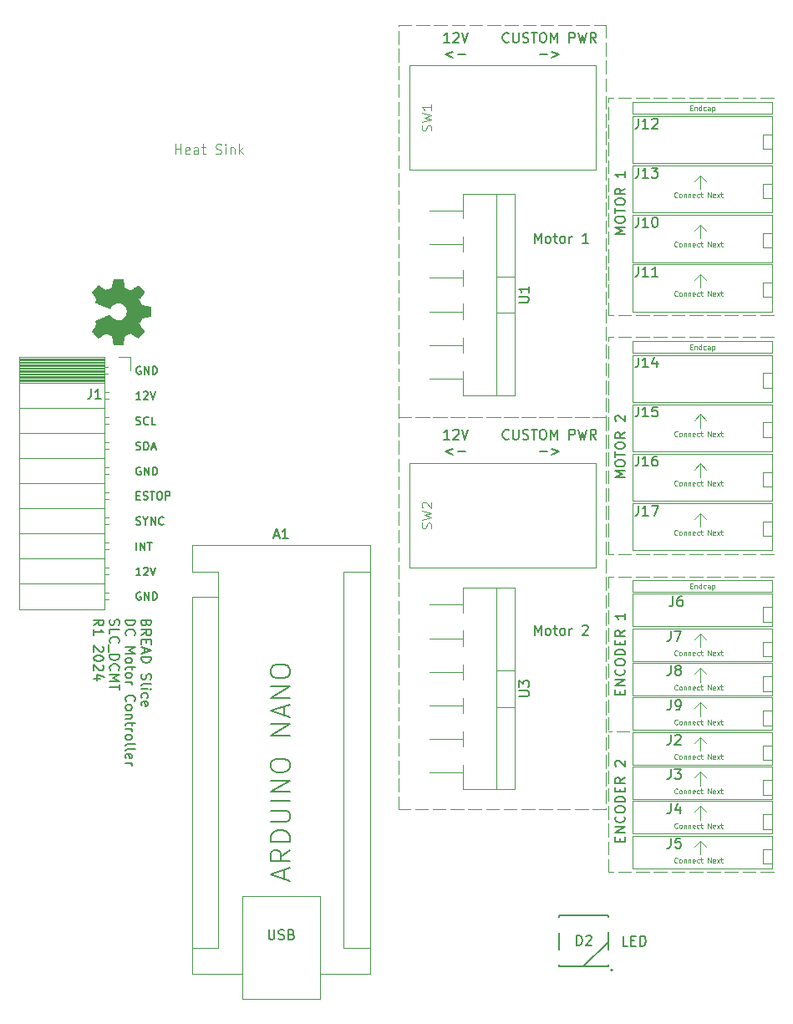
<source format=gbr>
%TF.GenerationSoftware,KiCad,Pcbnew,7.0.9*%
%TF.CreationDate,2024-02-10T00:09:35-05:00*%
%TF.ProjectId,BREAD_Slice,42524541-445f-4536-9c69-63652e6b6963,rev?*%
%TF.SameCoordinates,PX74eba40PY8552dc0*%
%TF.FileFunction,Legend,Top*%
%TF.FilePolarity,Positive*%
%FSLAX46Y46*%
G04 Gerber Fmt 4.6, Leading zero omitted, Abs format (unit mm)*
G04 Created by KiCad (PCBNEW 7.0.9) date 2024-02-10 00:09:35*
%MOMM*%
%LPD*%
G01*
G04 APERTURE LIST*
%ADD10C,0.120000*%
%ADD11C,0.150000*%
%ADD12C,0.100000*%
%ADD13C,0.177800*%
%ADD14C,0.200000*%
%ADD15C,0.010000*%
G04 APERTURE END LIST*
D10*
X53200000Y10600000D02*
X53200000Y11920000D01*
X53200000Y12400000D02*
X53200000Y13720000D01*
X53200000Y14200000D02*
X53200000Y15520000D01*
X53200000Y16000000D02*
X53200000Y17320000D01*
X53200000Y17800000D02*
X53200000Y19120000D01*
X53200000Y19600000D02*
X53200000Y20920000D01*
X53200000Y21400000D02*
X53200000Y22720000D01*
X53200000Y23200000D02*
X53200000Y24520000D01*
X53200000Y25000000D02*
X53200000Y26320000D01*
X53200000Y26800000D02*
X53200000Y28120000D01*
X53200000Y28600000D02*
X53200000Y29920000D01*
X53200000Y30400000D02*
X53200000Y31720000D01*
X53200000Y32200000D02*
X53200000Y33520000D01*
X53200000Y34000000D02*
X53200000Y35320000D01*
X53200000Y35800000D02*
X53200000Y37120000D01*
X53200000Y37600000D02*
X53200000Y38920000D01*
X53200000Y39400000D02*
X53200000Y40500000D01*
X69900000Y40500000D02*
X68580000Y40500000D01*
X68100000Y40500000D02*
X66780000Y40500000D01*
X66300000Y40500000D02*
X64980000Y40500000D01*
X64500000Y40500000D02*
X63180000Y40500000D01*
X62700000Y40500000D02*
X61380000Y40500000D01*
X60900000Y40500000D02*
X59580000Y40500000D01*
X59100000Y40500000D02*
X57780000Y40500000D01*
X57300000Y40500000D02*
X55980000Y40500000D01*
X55500000Y40500000D02*
X54180000Y40500000D01*
X53700000Y40500000D02*
X53200000Y40500000D01*
X69900000Y64800000D02*
X68580000Y64800000D01*
X68100000Y64800000D02*
X66780000Y64800000D01*
X66300000Y64800000D02*
X64980000Y64800000D01*
X64500000Y64800000D02*
X63180000Y64800000D01*
X62700000Y64800000D02*
X61380000Y64800000D01*
X60900000Y64800000D02*
X59580000Y64800000D01*
X59100000Y64800000D02*
X57780000Y64800000D01*
X57300000Y64800000D02*
X55980000Y64800000D01*
X55500000Y64800000D02*
X54180000Y64800000D01*
X53700000Y64800000D02*
X53200000Y64800000D01*
X55300000Y24900000D02*
X53980000Y24900000D01*
X53500000Y24900000D02*
X53200000Y24900000D01*
X53200000Y67000000D02*
X53200000Y68320000D01*
X53200000Y68800000D02*
X53200000Y70120000D01*
X53200000Y70600000D02*
X53200000Y71920000D01*
X53200000Y72400000D02*
X53200000Y73720000D01*
X53200000Y74200000D02*
X53200000Y75520000D01*
X53200000Y76000000D02*
X53200000Y77320000D01*
X53200000Y77800000D02*
X53200000Y79120000D01*
X53200000Y79600000D02*
X53200000Y80920000D01*
X53200000Y81400000D02*
X53200000Y82720000D01*
X53200000Y83200000D02*
X53200000Y84520000D01*
X53200000Y85000000D02*
X53200000Y86320000D01*
X53200000Y86800000D02*
X53200000Y88120000D01*
X53200000Y88600000D02*
X53200000Y89000000D01*
X31900000Y56700000D02*
X33220000Y56700000D01*
X33700000Y56700000D02*
X35020000Y56700000D01*
X35500000Y56700000D02*
X36820000Y56700000D01*
X37300000Y56700000D02*
X38620000Y56700000D01*
X39100000Y56700000D02*
X40420000Y56700000D01*
X40900000Y56700000D02*
X42220000Y56700000D01*
X42700000Y56700000D02*
X44020000Y56700000D01*
X44500000Y56700000D02*
X45820000Y56700000D01*
X46300000Y56700000D02*
X47620000Y56700000D01*
X48100000Y56700000D02*
X49420000Y56700000D01*
X49900000Y56700000D02*
X51220000Y56700000D01*
X51700000Y56700000D02*
X52900000Y56700000D01*
X52900000Y56700000D02*
X52900000Y55380000D01*
X52900000Y54900000D02*
X52900000Y53580000D01*
X52900000Y53100000D02*
X52900000Y51780000D01*
X52900000Y51300000D02*
X52900000Y49980000D01*
X52900000Y49500000D02*
X52900000Y48180000D01*
X52900000Y47700000D02*
X52900000Y46380000D01*
X52900000Y45900000D02*
X52900000Y44580000D01*
X52900000Y44100000D02*
X52900000Y42780000D01*
X52900000Y42300000D02*
X52900000Y40980000D01*
X52900000Y40500000D02*
X52900000Y39180000D01*
X52900000Y38700000D02*
X52900000Y37380000D01*
X52900000Y36900000D02*
X52900000Y35580000D01*
X52900000Y35100000D02*
X52900000Y33780000D01*
X52900000Y33300000D02*
X52900000Y31980000D01*
X52900000Y31500000D02*
X52900000Y30180000D01*
X52900000Y29700000D02*
X52900000Y28380000D01*
X52900000Y27900000D02*
X52900000Y26580000D01*
X52900000Y26100000D02*
X52900000Y24780000D01*
X52900000Y24300000D02*
X52900000Y22980000D01*
X52900000Y22500000D02*
X52900000Y21180000D01*
X52900000Y20700000D02*
X52900000Y19380000D01*
X52900000Y18900000D02*
X52900000Y17580000D01*
X52900000Y17100000D02*
X52900000Y16974600D01*
X52900000Y16974600D02*
X51580000Y16974600D01*
X51100000Y16974600D02*
X49780000Y16974600D01*
X49300000Y16974600D02*
X47980000Y16974600D01*
X47500000Y16974600D02*
X46180000Y16974600D01*
X45700000Y16974600D02*
X44380000Y16974600D01*
X43900000Y16974600D02*
X42580000Y16974600D01*
X42100000Y16974600D02*
X40780000Y16974600D01*
X40300000Y16974600D02*
X38980000Y16974600D01*
X38500000Y16974600D02*
X37180000Y16974600D01*
X36700000Y16974600D02*
X35380000Y16974600D01*
X34900000Y16974600D02*
X33580000Y16974600D01*
X33100000Y16974600D02*
X31900000Y16974600D01*
X31900000Y16974600D02*
X31900000Y18294600D01*
X31900000Y18774600D02*
X31900000Y20094600D01*
X31900000Y20574600D02*
X31900000Y21894600D01*
X31900000Y22374600D02*
X31900000Y23694600D01*
X31900000Y24174600D02*
X31900000Y25494600D01*
X31900000Y25974600D02*
X31900000Y27294600D01*
X31900000Y27774600D02*
X31900000Y29094600D01*
X31900000Y29574600D02*
X31900000Y30894600D01*
X31900000Y31374600D02*
X31900000Y32694600D01*
X31900000Y33174600D02*
X31900000Y34494600D01*
X31900000Y34974600D02*
X31900000Y36294600D01*
X31900000Y36774600D02*
X31900000Y38094600D01*
X31900000Y38574600D02*
X31900000Y39894600D01*
X31900000Y40374600D02*
X31900000Y41694600D01*
X31900000Y42174600D02*
X31900000Y43494600D01*
X31900000Y43974600D02*
X31900000Y45294600D01*
X31900000Y45774600D02*
X31900000Y47094600D01*
X31900000Y47574600D02*
X31900000Y48894600D01*
X31900000Y49374600D02*
X31900000Y50694600D01*
X31900000Y51174600D02*
X31900000Y52494600D01*
X31900000Y52974600D02*
X31900000Y54294600D01*
X31900000Y54774600D02*
X31900000Y56094600D01*
X31900000Y56574600D02*
X31900000Y56700000D01*
X69900000Y89000000D02*
X68580000Y89000000D01*
X68100000Y89000000D02*
X66780000Y89000000D01*
X66300000Y89000000D02*
X64980000Y89000000D01*
X64500000Y89000000D02*
X63180000Y89000000D01*
X62700000Y89000000D02*
X61380000Y89000000D01*
X60900000Y89000000D02*
X59580000Y89000000D01*
X59100000Y89000000D02*
X57780000Y89000000D01*
X57300000Y89000000D02*
X55980000Y89000000D01*
X55500000Y89000000D02*
X54180000Y89000000D01*
X53700000Y89000000D02*
X53200000Y89000000D01*
X31900000Y96425400D02*
X33220000Y96425400D01*
X33700000Y96425400D02*
X35020000Y96425400D01*
X35500000Y96425400D02*
X36820000Y96425400D01*
X37300000Y96425400D02*
X38620000Y96425400D01*
X39100000Y96425400D02*
X40420000Y96425400D01*
X40900000Y96425400D02*
X42220000Y96425400D01*
X42700000Y96425400D02*
X44020000Y96425400D01*
X44500000Y96425400D02*
X45820000Y96425400D01*
X46300000Y96425400D02*
X47620000Y96425400D01*
X48100000Y96425400D02*
X49420000Y96425400D01*
X49900000Y96425400D02*
X51220000Y96425400D01*
X51700000Y96425400D02*
X52900000Y96425400D01*
X52900000Y96425400D02*
X52900000Y95105400D01*
X52900000Y94625400D02*
X52900000Y93305400D01*
X52900000Y92825400D02*
X52900000Y91505400D01*
X52900000Y91025400D02*
X52900000Y89705400D01*
X52900000Y89225400D02*
X52900000Y87905400D01*
X52900000Y87425400D02*
X52900000Y86105400D01*
X52900000Y85625400D02*
X52900000Y84305400D01*
X52900000Y83825400D02*
X52900000Y82505400D01*
X52900000Y82025400D02*
X52900000Y80705400D01*
X52900000Y80225400D02*
X52900000Y78905400D01*
X52900000Y78425400D02*
X52900000Y77105400D01*
X52900000Y76625400D02*
X52900000Y75305400D01*
X52900000Y74825400D02*
X52900000Y73505400D01*
X52900000Y73025400D02*
X52900000Y71705400D01*
X52900000Y71225400D02*
X52900000Y69905400D01*
X52900000Y69425400D02*
X52900000Y68105400D01*
X52900000Y67625400D02*
X52900000Y66305400D01*
X52900000Y65825400D02*
X52900000Y64505400D01*
X52900000Y64025400D02*
X52900000Y62705400D01*
X52900000Y62225400D02*
X52900000Y60905400D01*
X52900000Y60425400D02*
X52900000Y59105400D01*
X52900000Y58625400D02*
X52900000Y57305400D01*
X52900000Y56825400D02*
X52900000Y56700000D01*
X52900000Y56700000D02*
X51580000Y56700000D01*
X51100000Y56700000D02*
X49780000Y56700000D01*
X49300000Y56700000D02*
X47980000Y56700000D01*
X47500000Y56700000D02*
X46180000Y56700000D01*
X45700000Y56700000D02*
X44380000Y56700000D01*
X43900000Y56700000D02*
X42580000Y56700000D01*
X42100000Y56700000D02*
X40780000Y56700000D01*
X40300000Y56700000D02*
X38980000Y56700000D01*
X38500000Y56700000D02*
X37180000Y56700000D01*
X36700000Y56700000D02*
X35380000Y56700000D01*
X34900000Y56700000D02*
X33580000Y56700000D01*
X33100000Y56700000D02*
X31900000Y56700000D01*
X31900000Y56700000D02*
X31900000Y58020000D01*
X31900000Y58500000D02*
X31900000Y59820000D01*
X31900000Y60300000D02*
X31900000Y61620000D01*
X31900000Y62100000D02*
X31900000Y63420000D01*
X31900000Y63900000D02*
X31900000Y65220000D01*
X31900000Y65700000D02*
X31900000Y67020000D01*
X31900000Y67500000D02*
X31900000Y68820000D01*
X31900000Y69300000D02*
X31900000Y70620000D01*
X31900000Y71100000D02*
X31900000Y72420000D01*
X31900000Y72900000D02*
X31900000Y74220000D01*
X31900000Y74700000D02*
X31900000Y76020000D01*
X31900000Y76500000D02*
X31900000Y77820000D01*
X31900000Y78300000D02*
X31900000Y79620000D01*
X31900000Y80100000D02*
X31900000Y81420000D01*
X31900000Y81900000D02*
X31900000Y83220000D01*
X31900000Y83700000D02*
X31900000Y85020000D01*
X31900000Y85500000D02*
X31900000Y86820000D01*
X31900000Y87300000D02*
X31900000Y88620000D01*
X31900000Y89100000D02*
X31900000Y90420000D01*
X31900000Y90900000D02*
X31900000Y92220000D01*
X31900000Y92700000D02*
X31900000Y94020000D01*
X31900000Y94500000D02*
X31900000Y95820000D01*
X31900000Y96300000D02*
X31900000Y96425400D01*
X53200000Y42800000D02*
X53200000Y44120000D01*
X53200000Y44600000D02*
X53200000Y45920000D01*
X53200000Y46400000D02*
X53200000Y47720000D01*
X53200000Y48200000D02*
X53200000Y49520000D01*
X53200000Y50000000D02*
X53200000Y51320000D01*
X53200000Y51800000D02*
X53200000Y53120000D01*
X53200000Y53600000D02*
X53200000Y54920000D01*
X53200000Y55400000D02*
X53200000Y56720000D01*
X53200000Y57200000D02*
X53200000Y58520000D01*
X53200000Y59000000D02*
X53200000Y60320000D01*
X53200000Y60800000D02*
X53200000Y62120000D01*
X53200000Y62600000D02*
X53200000Y63920000D01*
X53200000Y64400000D02*
X53200000Y64800000D01*
X69900000Y42800000D02*
X68580000Y42800000D01*
X68100000Y42800000D02*
X66780000Y42800000D01*
X66300000Y42800000D02*
X64980000Y42800000D01*
X64500000Y42800000D02*
X63180000Y42800000D01*
X62700000Y42800000D02*
X61380000Y42800000D01*
X60900000Y42800000D02*
X59580000Y42800000D01*
X59100000Y42800000D02*
X57780000Y42800000D01*
X57300000Y42800000D02*
X55980000Y42800000D01*
X55500000Y42800000D02*
X54180000Y42800000D01*
X53700000Y42800000D02*
X53200000Y42800000D01*
X69900000Y10600000D02*
X68580000Y10600000D01*
X68100000Y10600000D02*
X66780000Y10600000D01*
X66300000Y10600000D02*
X64980000Y10600000D01*
X64500000Y10600000D02*
X63180000Y10600000D01*
X62700000Y10600000D02*
X61380000Y10600000D01*
X60900000Y10600000D02*
X59580000Y10600000D01*
X59100000Y10600000D02*
X57780000Y10600000D01*
X57300000Y10600000D02*
X55980000Y10600000D01*
X55500000Y10600000D02*
X54180000Y10600000D01*
X53700000Y10600000D02*
X53200000Y10600000D01*
X69900000Y67000000D02*
X68580000Y67000000D01*
X68100000Y67000000D02*
X66780000Y67000000D01*
X66300000Y67000000D02*
X64980000Y67000000D01*
X64500000Y67000000D02*
X63180000Y67000000D01*
X62700000Y67000000D02*
X61380000Y67000000D01*
X60900000Y67000000D02*
X59580000Y67000000D01*
X59100000Y67000000D02*
X57780000Y67000000D01*
X57300000Y67000000D02*
X55980000Y67000000D01*
X55500000Y67000000D02*
X54180000Y67000000D01*
X53700000Y67000000D02*
X53200000Y67000000D01*
D11*
X45709523Y74330181D02*
X45709523Y75330181D01*
X45709523Y75330181D02*
X46042856Y74615896D01*
X46042856Y74615896D02*
X46376189Y75330181D01*
X46376189Y75330181D02*
X46376189Y74330181D01*
X46995237Y74330181D02*
X46899999Y74377800D01*
X46899999Y74377800D02*
X46852380Y74425420D01*
X46852380Y74425420D02*
X46804761Y74520658D01*
X46804761Y74520658D02*
X46804761Y74806372D01*
X46804761Y74806372D02*
X46852380Y74901610D01*
X46852380Y74901610D02*
X46899999Y74949229D01*
X46899999Y74949229D02*
X46995237Y74996848D01*
X46995237Y74996848D02*
X47138094Y74996848D01*
X47138094Y74996848D02*
X47233332Y74949229D01*
X47233332Y74949229D02*
X47280951Y74901610D01*
X47280951Y74901610D02*
X47328570Y74806372D01*
X47328570Y74806372D02*
X47328570Y74520658D01*
X47328570Y74520658D02*
X47280951Y74425420D01*
X47280951Y74425420D02*
X47233332Y74377800D01*
X47233332Y74377800D02*
X47138094Y74330181D01*
X47138094Y74330181D02*
X46995237Y74330181D01*
X47614285Y74996848D02*
X47995237Y74996848D01*
X47757142Y75330181D02*
X47757142Y74473039D01*
X47757142Y74473039D02*
X47804761Y74377800D01*
X47804761Y74377800D02*
X47899999Y74330181D01*
X47899999Y74330181D02*
X47995237Y74330181D01*
X48471428Y74330181D02*
X48376190Y74377800D01*
X48376190Y74377800D02*
X48328571Y74425420D01*
X48328571Y74425420D02*
X48280952Y74520658D01*
X48280952Y74520658D02*
X48280952Y74806372D01*
X48280952Y74806372D02*
X48328571Y74901610D01*
X48328571Y74901610D02*
X48376190Y74949229D01*
X48376190Y74949229D02*
X48471428Y74996848D01*
X48471428Y74996848D02*
X48614285Y74996848D01*
X48614285Y74996848D02*
X48709523Y74949229D01*
X48709523Y74949229D02*
X48757142Y74901610D01*
X48757142Y74901610D02*
X48804761Y74806372D01*
X48804761Y74806372D02*
X48804761Y74520658D01*
X48804761Y74520658D02*
X48757142Y74425420D01*
X48757142Y74425420D02*
X48709523Y74377800D01*
X48709523Y74377800D02*
X48614285Y74330181D01*
X48614285Y74330181D02*
X48471428Y74330181D01*
X49233333Y74330181D02*
X49233333Y74996848D01*
X49233333Y74806372D02*
X49280952Y74901610D01*
X49280952Y74901610D02*
X49328571Y74949229D01*
X49328571Y74949229D02*
X49423809Y74996848D01*
X49423809Y74996848D02*
X49519047Y74996848D01*
X51138095Y74330181D02*
X50566667Y74330181D01*
X50852381Y74330181D02*
X50852381Y75330181D01*
X50852381Y75330181D02*
X50757143Y75187324D01*
X50757143Y75187324D02*
X50661905Y75092086D01*
X50661905Y75092086D02*
X50566667Y75044467D01*
X5790476Y51599610D02*
X5714286Y51637705D01*
X5714286Y51637705D02*
X5600000Y51637705D01*
X5600000Y51637705D02*
X5485714Y51599610D01*
X5485714Y51599610D02*
X5409524Y51523420D01*
X5409524Y51523420D02*
X5371429Y51447229D01*
X5371429Y51447229D02*
X5333333Y51294848D01*
X5333333Y51294848D02*
X5333333Y51180562D01*
X5333333Y51180562D02*
X5371429Y51028181D01*
X5371429Y51028181D02*
X5409524Y50951991D01*
X5409524Y50951991D02*
X5485714Y50875800D01*
X5485714Y50875800D02*
X5600000Y50837705D01*
X5600000Y50837705D02*
X5676191Y50837705D01*
X5676191Y50837705D02*
X5790476Y50875800D01*
X5790476Y50875800D02*
X5828572Y50913896D01*
X5828572Y50913896D02*
X5828572Y51180562D01*
X5828572Y51180562D02*
X5676191Y51180562D01*
X6171429Y50837705D02*
X6171429Y51637705D01*
X6171429Y51637705D02*
X6628572Y50837705D01*
X6628572Y50837705D02*
X6628572Y51637705D01*
X7009524Y50837705D02*
X7009524Y51637705D01*
X7009524Y51637705D02*
X7200000Y51637705D01*
X7200000Y51637705D02*
X7314286Y51599610D01*
X7314286Y51599610D02*
X7390476Y51523420D01*
X7390476Y51523420D02*
X7428571Y51447229D01*
X7428571Y51447229D02*
X7466667Y51294848D01*
X7466667Y51294848D02*
X7466667Y51180562D01*
X7466667Y51180562D02*
X7428571Y51028181D01*
X7428571Y51028181D02*
X7390476Y50951991D01*
X7390476Y50951991D02*
X7314286Y50875800D01*
X7314286Y50875800D02*
X7200000Y50837705D01*
X7200000Y50837705D02*
X7009524Y50837705D01*
X54346009Y13728572D02*
X54346009Y14061905D01*
X54869819Y14204762D02*
X54869819Y13728572D01*
X54869819Y13728572D02*
X53869819Y13728572D01*
X53869819Y13728572D02*
X53869819Y14204762D01*
X54869819Y14633334D02*
X53869819Y14633334D01*
X53869819Y14633334D02*
X54869819Y15204762D01*
X54869819Y15204762D02*
X53869819Y15204762D01*
X54774580Y16252381D02*
X54822200Y16204762D01*
X54822200Y16204762D02*
X54869819Y16061905D01*
X54869819Y16061905D02*
X54869819Y15966667D01*
X54869819Y15966667D02*
X54822200Y15823810D01*
X54822200Y15823810D02*
X54726961Y15728572D01*
X54726961Y15728572D02*
X54631723Y15680953D01*
X54631723Y15680953D02*
X54441247Y15633334D01*
X54441247Y15633334D02*
X54298390Y15633334D01*
X54298390Y15633334D02*
X54107914Y15680953D01*
X54107914Y15680953D02*
X54012676Y15728572D01*
X54012676Y15728572D02*
X53917438Y15823810D01*
X53917438Y15823810D02*
X53869819Y15966667D01*
X53869819Y15966667D02*
X53869819Y16061905D01*
X53869819Y16061905D02*
X53917438Y16204762D01*
X53917438Y16204762D02*
X53965057Y16252381D01*
X53869819Y16871429D02*
X53869819Y17061905D01*
X53869819Y17061905D02*
X53917438Y17157143D01*
X53917438Y17157143D02*
X54012676Y17252381D01*
X54012676Y17252381D02*
X54203152Y17300000D01*
X54203152Y17300000D02*
X54536485Y17300000D01*
X54536485Y17300000D02*
X54726961Y17252381D01*
X54726961Y17252381D02*
X54822200Y17157143D01*
X54822200Y17157143D02*
X54869819Y17061905D01*
X54869819Y17061905D02*
X54869819Y16871429D01*
X54869819Y16871429D02*
X54822200Y16776191D01*
X54822200Y16776191D02*
X54726961Y16680953D01*
X54726961Y16680953D02*
X54536485Y16633334D01*
X54536485Y16633334D02*
X54203152Y16633334D01*
X54203152Y16633334D02*
X54012676Y16680953D01*
X54012676Y16680953D02*
X53917438Y16776191D01*
X53917438Y16776191D02*
X53869819Y16871429D01*
X54869819Y17728572D02*
X53869819Y17728572D01*
X53869819Y17728572D02*
X53869819Y17966667D01*
X53869819Y17966667D02*
X53917438Y18109524D01*
X53917438Y18109524D02*
X54012676Y18204762D01*
X54012676Y18204762D02*
X54107914Y18252381D01*
X54107914Y18252381D02*
X54298390Y18300000D01*
X54298390Y18300000D02*
X54441247Y18300000D01*
X54441247Y18300000D02*
X54631723Y18252381D01*
X54631723Y18252381D02*
X54726961Y18204762D01*
X54726961Y18204762D02*
X54822200Y18109524D01*
X54822200Y18109524D02*
X54869819Y17966667D01*
X54869819Y17966667D02*
X54869819Y17728572D01*
X54346009Y18728572D02*
X54346009Y19061905D01*
X54869819Y19204762D02*
X54869819Y18728572D01*
X54869819Y18728572D02*
X53869819Y18728572D01*
X53869819Y18728572D02*
X53869819Y19204762D01*
X54869819Y20204762D02*
X54393628Y19871429D01*
X54869819Y19633334D02*
X53869819Y19633334D01*
X53869819Y19633334D02*
X53869819Y20014286D01*
X53869819Y20014286D02*
X53917438Y20109524D01*
X53917438Y20109524D02*
X53965057Y20157143D01*
X53965057Y20157143D02*
X54060295Y20204762D01*
X54060295Y20204762D02*
X54203152Y20204762D01*
X54203152Y20204762D02*
X54298390Y20157143D01*
X54298390Y20157143D02*
X54346009Y20109524D01*
X54346009Y20109524D02*
X54393628Y20014286D01*
X54393628Y20014286D02*
X54393628Y19633334D01*
X53965057Y21347620D02*
X53917438Y21395239D01*
X53917438Y21395239D02*
X53869819Y21490477D01*
X53869819Y21490477D02*
X53869819Y21728572D01*
X53869819Y21728572D02*
X53917438Y21823810D01*
X53917438Y21823810D02*
X53965057Y21871429D01*
X53965057Y21871429D02*
X54060295Y21919048D01*
X54060295Y21919048D02*
X54155533Y21919048D01*
X54155533Y21919048D02*
X54298390Y21871429D01*
X54298390Y21871429D02*
X54869819Y21300001D01*
X54869819Y21300001D02*
X54869819Y21919048D01*
X43080952Y94735420D02*
X43033333Y94687800D01*
X43033333Y94687800D02*
X42890476Y94640181D01*
X42890476Y94640181D02*
X42795238Y94640181D01*
X42795238Y94640181D02*
X42652381Y94687800D01*
X42652381Y94687800D02*
X42557143Y94783039D01*
X42557143Y94783039D02*
X42509524Y94878277D01*
X42509524Y94878277D02*
X42461905Y95068753D01*
X42461905Y95068753D02*
X42461905Y95211610D01*
X42461905Y95211610D02*
X42509524Y95402086D01*
X42509524Y95402086D02*
X42557143Y95497324D01*
X42557143Y95497324D02*
X42652381Y95592562D01*
X42652381Y95592562D02*
X42795238Y95640181D01*
X42795238Y95640181D02*
X42890476Y95640181D01*
X42890476Y95640181D02*
X43033333Y95592562D01*
X43033333Y95592562D02*
X43080952Y95544943D01*
X43509524Y95640181D02*
X43509524Y94830658D01*
X43509524Y94830658D02*
X43557143Y94735420D01*
X43557143Y94735420D02*
X43604762Y94687800D01*
X43604762Y94687800D02*
X43700000Y94640181D01*
X43700000Y94640181D02*
X43890476Y94640181D01*
X43890476Y94640181D02*
X43985714Y94687800D01*
X43985714Y94687800D02*
X44033333Y94735420D01*
X44033333Y94735420D02*
X44080952Y94830658D01*
X44080952Y94830658D02*
X44080952Y95640181D01*
X44509524Y94687800D02*
X44652381Y94640181D01*
X44652381Y94640181D02*
X44890476Y94640181D01*
X44890476Y94640181D02*
X44985714Y94687800D01*
X44985714Y94687800D02*
X45033333Y94735420D01*
X45033333Y94735420D02*
X45080952Y94830658D01*
X45080952Y94830658D02*
X45080952Y94925896D01*
X45080952Y94925896D02*
X45033333Y95021134D01*
X45033333Y95021134D02*
X44985714Y95068753D01*
X44985714Y95068753D02*
X44890476Y95116372D01*
X44890476Y95116372D02*
X44700000Y95163991D01*
X44700000Y95163991D02*
X44604762Y95211610D01*
X44604762Y95211610D02*
X44557143Y95259229D01*
X44557143Y95259229D02*
X44509524Y95354467D01*
X44509524Y95354467D02*
X44509524Y95449705D01*
X44509524Y95449705D02*
X44557143Y95544943D01*
X44557143Y95544943D02*
X44604762Y95592562D01*
X44604762Y95592562D02*
X44700000Y95640181D01*
X44700000Y95640181D02*
X44938095Y95640181D01*
X44938095Y95640181D02*
X45080952Y95592562D01*
X45366667Y95640181D02*
X45938095Y95640181D01*
X45652381Y94640181D02*
X45652381Y95640181D01*
X46461905Y95640181D02*
X46652381Y95640181D01*
X46652381Y95640181D02*
X46747619Y95592562D01*
X46747619Y95592562D02*
X46842857Y95497324D01*
X46842857Y95497324D02*
X46890476Y95306848D01*
X46890476Y95306848D02*
X46890476Y94973515D01*
X46890476Y94973515D02*
X46842857Y94783039D01*
X46842857Y94783039D02*
X46747619Y94687800D01*
X46747619Y94687800D02*
X46652381Y94640181D01*
X46652381Y94640181D02*
X46461905Y94640181D01*
X46461905Y94640181D02*
X46366667Y94687800D01*
X46366667Y94687800D02*
X46271429Y94783039D01*
X46271429Y94783039D02*
X46223810Y94973515D01*
X46223810Y94973515D02*
X46223810Y95306848D01*
X46223810Y95306848D02*
X46271429Y95497324D01*
X46271429Y95497324D02*
X46366667Y95592562D01*
X46366667Y95592562D02*
X46461905Y95640181D01*
X47319048Y94640181D02*
X47319048Y95640181D01*
X47319048Y95640181D02*
X47652381Y94925896D01*
X47652381Y94925896D02*
X47985714Y95640181D01*
X47985714Y95640181D02*
X47985714Y94640181D01*
X49223810Y94640181D02*
X49223810Y95640181D01*
X49223810Y95640181D02*
X49604762Y95640181D01*
X49604762Y95640181D02*
X49700000Y95592562D01*
X49700000Y95592562D02*
X49747619Y95544943D01*
X49747619Y95544943D02*
X49795238Y95449705D01*
X49795238Y95449705D02*
X49795238Y95306848D01*
X49795238Y95306848D02*
X49747619Y95211610D01*
X49747619Y95211610D02*
X49700000Y95163991D01*
X49700000Y95163991D02*
X49604762Y95116372D01*
X49604762Y95116372D02*
X49223810Y95116372D01*
X50128572Y95640181D02*
X50366667Y94640181D01*
X50366667Y94640181D02*
X50557143Y95354467D01*
X50557143Y95354467D02*
X50747619Y94640181D01*
X50747619Y94640181D02*
X50985715Y95640181D01*
X51938095Y94640181D02*
X51604762Y95116372D01*
X51366667Y94640181D02*
X51366667Y95640181D01*
X51366667Y95640181D02*
X51747619Y95640181D01*
X51747619Y95640181D02*
X51842857Y95592562D01*
X51842857Y95592562D02*
X51890476Y95544943D01*
X51890476Y95544943D02*
X51938095Y95449705D01*
X51938095Y95449705D02*
X51938095Y95306848D01*
X51938095Y95306848D02*
X51890476Y95211610D01*
X51890476Y95211610D02*
X51842857Y95163991D01*
X51842857Y95163991D02*
X51747619Y95116372D01*
X51747619Y95116372D02*
X51366667Y95116372D01*
X46200000Y93411134D02*
X46961905Y93411134D01*
X47438095Y93696848D02*
X48200000Y93411134D01*
X48200000Y93411134D02*
X47438095Y93125420D01*
X54869819Y75280953D02*
X53869819Y75280953D01*
X53869819Y75280953D02*
X54584104Y75614286D01*
X54584104Y75614286D02*
X53869819Y75947619D01*
X53869819Y75947619D02*
X54869819Y75947619D01*
X53869819Y76614286D02*
X53869819Y76804762D01*
X53869819Y76804762D02*
X53917438Y76900000D01*
X53917438Y76900000D02*
X54012676Y76995238D01*
X54012676Y76995238D02*
X54203152Y77042857D01*
X54203152Y77042857D02*
X54536485Y77042857D01*
X54536485Y77042857D02*
X54726961Y76995238D01*
X54726961Y76995238D02*
X54822200Y76900000D01*
X54822200Y76900000D02*
X54869819Y76804762D01*
X54869819Y76804762D02*
X54869819Y76614286D01*
X54869819Y76614286D02*
X54822200Y76519048D01*
X54822200Y76519048D02*
X54726961Y76423810D01*
X54726961Y76423810D02*
X54536485Y76376191D01*
X54536485Y76376191D02*
X54203152Y76376191D01*
X54203152Y76376191D02*
X54012676Y76423810D01*
X54012676Y76423810D02*
X53917438Y76519048D01*
X53917438Y76519048D02*
X53869819Y76614286D01*
X53869819Y77328572D02*
X53869819Y77900000D01*
X54869819Y77614286D02*
X53869819Y77614286D01*
X53869819Y78423810D02*
X53869819Y78614286D01*
X53869819Y78614286D02*
X53917438Y78709524D01*
X53917438Y78709524D02*
X54012676Y78804762D01*
X54012676Y78804762D02*
X54203152Y78852381D01*
X54203152Y78852381D02*
X54536485Y78852381D01*
X54536485Y78852381D02*
X54726961Y78804762D01*
X54726961Y78804762D02*
X54822200Y78709524D01*
X54822200Y78709524D02*
X54869819Y78614286D01*
X54869819Y78614286D02*
X54869819Y78423810D01*
X54869819Y78423810D02*
X54822200Y78328572D01*
X54822200Y78328572D02*
X54726961Y78233334D01*
X54726961Y78233334D02*
X54536485Y78185715D01*
X54536485Y78185715D02*
X54203152Y78185715D01*
X54203152Y78185715D02*
X54012676Y78233334D01*
X54012676Y78233334D02*
X53917438Y78328572D01*
X53917438Y78328572D02*
X53869819Y78423810D01*
X54869819Y79852381D02*
X54393628Y79519048D01*
X54869819Y79280953D02*
X53869819Y79280953D01*
X53869819Y79280953D02*
X53869819Y79661905D01*
X53869819Y79661905D02*
X53917438Y79757143D01*
X53917438Y79757143D02*
X53965057Y79804762D01*
X53965057Y79804762D02*
X54060295Y79852381D01*
X54060295Y79852381D02*
X54203152Y79852381D01*
X54203152Y79852381D02*
X54298390Y79804762D01*
X54298390Y79804762D02*
X54346009Y79757143D01*
X54346009Y79757143D02*
X54393628Y79661905D01*
X54393628Y79661905D02*
X54393628Y79280953D01*
X54869819Y81566667D02*
X54869819Y80995239D01*
X54869819Y81280953D02*
X53869819Y81280953D01*
X53869819Y81280953D02*
X54012676Y81185715D01*
X54012676Y81185715D02*
X54107914Y81090477D01*
X54107914Y81090477D02*
X54155533Y80995239D01*
X5790476Y40687705D02*
X5333333Y40687705D01*
X5561905Y40687705D02*
X5561905Y41487705D01*
X5561905Y41487705D02*
X5485714Y41373420D01*
X5485714Y41373420D02*
X5409524Y41297229D01*
X5409524Y41297229D02*
X5333333Y41259134D01*
X6095238Y41411515D02*
X6133334Y41449610D01*
X6133334Y41449610D02*
X6209524Y41487705D01*
X6209524Y41487705D02*
X6400000Y41487705D01*
X6400000Y41487705D02*
X6476191Y41449610D01*
X6476191Y41449610D02*
X6514286Y41411515D01*
X6514286Y41411515D02*
X6552381Y41335324D01*
X6552381Y41335324D02*
X6552381Y41259134D01*
X6552381Y41259134D02*
X6514286Y41144848D01*
X6514286Y41144848D02*
X6057143Y40687705D01*
X6057143Y40687705D02*
X6552381Y40687705D01*
X6780953Y41487705D02*
X7047620Y40687705D01*
X7047620Y40687705D02*
X7314286Y41487705D01*
X5333333Y45825800D02*
X5447619Y45787705D01*
X5447619Y45787705D02*
X5638095Y45787705D01*
X5638095Y45787705D02*
X5714286Y45825800D01*
X5714286Y45825800D02*
X5752381Y45863896D01*
X5752381Y45863896D02*
X5790476Y45940086D01*
X5790476Y45940086D02*
X5790476Y46016277D01*
X5790476Y46016277D02*
X5752381Y46092467D01*
X5752381Y46092467D02*
X5714286Y46130562D01*
X5714286Y46130562D02*
X5638095Y46168658D01*
X5638095Y46168658D02*
X5485714Y46206753D01*
X5485714Y46206753D02*
X5409524Y46244848D01*
X5409524Y46244848D02*
X5371429Y46282943D01*
X5371429Y46282943D02*
X5333333Y46359134D01*
X5333333Y46359134D02*
X5333333Y46435324D01*
X5333333Y46435324D02*
X5371429Y46511515D01*
X5371429Y46511515D02*
X5409524Y46549610D01*
X5409524Y46549610D02*
X5485714Y46587705D01*
X5485714Y46587705D02*
X5676191Y46587705D01*
X5676191Y46587705D02*
X5790476Y46549610D01*
X6285715Y46168658D02*
X6285715Y45787705D01*
X6019048Y46587705D02*
X6285715Y46168658D01*
X6285715Y46168658D02*
X6552381Y46587705D01*
X6819048Y45787705D02*
X6819048Y46587705D01*
X6819048Y46587705D02*
X7276191Y45787705D01*
X7276191Y45787705D02*
X7276191Y46587705D01*
X8114286Y45863896D02*
X8076190Y45825800D01*
X8076190Y45825800D02*
X7961905Y45787705D01*
X7961905Y45787705D02*
X7885714Y45787705D01*
X7885714Y45787705D02*
X7771428Y45825800D01*
X7771428Y45825800D02*
X7695238Y45901991D01*
X7695238Y45901991D02*
X7657143Y45978181D01*
X7657143Y45978181D02*
X7619047Y46130562D01*
X7619047Y46130562D02*
X7619047Y46244848D01*
X7619047Y46244848D02*
X7657143Y46397229D01*
X7657143Y46397229D02*
X7695238Y46473420D01*
X7695238Y46473420D02*
X7771428Y46549610D01*
X7771428Y46549610D02*
X7885714Y46587705D01*
X7885714Y46587705D02*
X7961905Y46587705D01*
X7961905Y46587705D02*
X8076190Y46549610D01*
X8076190Y46549610D02*
X8114286Y46511515D01*
X5790476Y38949610D02*
X5714286Y38987705D01*
X5714286Y38987705D02*
X5600000Y38987705D01*
X5600000Y38987705D02*
X5485714Y38949610D01*
X5485714Y38949610D02*
X5409524Y38873420D01*
X5409524Y38873420D02*
X5371429Y38797229D01*
X5371429Y38797229D02*
X5333333Y38644848D01*
X5333333Y38644848D02*
X5333333Y38530562D01*
X5333333Y38530562D02*
X5371429Y38378181D01*
X5371429Y38378181D02*
X5409524Y38301991D01*
X5409524Y38301991D02*
X5485714Y38225800D01*
X5485714Y38225800D02*
X5600000Y38187705D01*
X5600000Y38187705D02*
X5676191Y38187705D01*
X5676191Y38187705D02*
X5790476Y38225800D01*
X5790476Y38225800D02*
X5828572Y38263896D01*
X5828572Y38263896D02*
X5828572Y38530562D01*
X5828572Y38530562D02*
X5676191Y38530562D01*
X6171429Y38187705D02*
X6171429Y38987705D01*
X6171429Y38987705D02*
X6628572Y38187705D01*
X6628572Y38187705D02*
X6628572Y38987705D01*
X7009524Y38187705D02*
X7009524Y38987705D01*
X7009524Y38987705D02*
X7200000Y38987705D01*
X7200000Y38987705D02*
X7314286Y38949610D01*
X7314286Y38949610D02*
X7390476Y38873420D01*
X7390476Y38873420D02*
X7428571Y38797229D01*
X7428571Y38797229D02*
X7466667Y38644848D01*
X7466667Y38644848D02*
X7466667Y38530562D01*
X7466667Y38530562D02*
X7428571Y38378181D01*
X7428571Y38378181D02*
X7390476Y38301991D01*
X7390476Y38301991D02*
X7314286Y38225800D01*
X7314286Y38225800D02*
X7200000Y38187705D01*
X7200000Y38187705D02*
X7009524Y38187705D01*
X6383990Y35829888D02*
X6336371Y35687031D01*
X6336371Y35687031D02*
X6288752Y35639412D01*
X6288752Y35639412D02*
X6193514Y35591793D01*
X6193514Y35591793D02*
X6050657Y35591793D01*
X6050657Y35591793D02*
X5955419Y35639412D01*
X5955419Y35639412D02*
X5907800Y35687031D01*
X5907800Y35687031D02*
X5860180Y35782269D01*
X5860180Y35782269D02*
X5860180Y36163221D01*
X5860180Y36163221D02*
X6860180Y36163221D01*
X6860180Y36163221D02*
X6860180Y35829888D01*
X6860180Y35829888D02*
X6812561Y35734650D01*
X6812561Y35734650D02*
X6764942Y35687031D01*
X6764942Y35687031D02*
X6669704Y35639412D01*
X6669704Y35639412D02*
X6574466Y35639412D01*
X6574466Y35639412D02*
X6479228Y35687031D01*
X6479228Y35687031D02*
X6431609Y35734650D01*
X6431609Y35734650D02*
X6383990Y35829888D01*
X6383990Y35829888D02*
X6383990Y36163221D01*
X5860180Y34591793D02*
X6336371Y34925126D01*
X5860180Y35163221D02*
X6860180Y35163221D01*
X6860180Y35163221D02*
X6860180Y34782269D01*
X6860180Y34782269D02*
X6812561Y34687031D01*
X6812561Y34687031D02*
X6764942Y34639412D01*
X6764942Y34639412D02*
X6669704Y34591793D01*
X6669704Y34591793D02*
X6526847Y34591793D01*
X6526847Y34591793D02*
X6431609Y34639412D01*
X6431609Y34639412D02*
X6383990Y34687031D01*
X6383990Y34687031D02*
X6336371Y34782269D01*
X6336371Y34782269D02*
X6336371Y35163221D01*
X6383990Y34163221D02*
X6383990Y33829888D01*
X5860180Y33687031D02*
X5860180Y34163221D01*
X5860180Y34163221D02*
X6860180Y34163221D01*
X6860180Y34163221D02*
X6860180Y33687031D01*
X6145895Y33306078D02*
X6145895Y32829888D01*
X5860180Y33401316D02*
X6860180Y33067983D01*
X6860180Y33067983D02*
X5860180Y32734650D01*
X5860180Y32401316D02*
X6860180Y32401316D01*
X6860180Y32401316D02*
X6860180Y32163221D01*
X6860180Y32163221D02*
X6812561Y32020364D01*
X6812561Y32020364D02*
X6717323Y31925126D01*
X6717323Y31925126D02*
X6622085Y31877507D01*
X6622085Y31877507D02*
X6431609Y31829888D01*
X6431609Y31829888D02*
X6288752Y31829888D01*
X6288752Y31829888D02*
X6098276Y31877507D01*
X6098276Y31877507D02*
X6003038Y31925126D01*
X6003038Y31925126D02*
X5907800Y32020364D01*
X5907800Y32020364D02*
X5860180Y32163221D01*
X5860180Y32163221D02*
X5860180Y32401316D01*
X5907800Y30687030D02*
X5860180Y30544173D01*
X5860180Y30544173D02*
X5860180Y30306078D01*
X5860180Y30306078D02*
X5907800Y30210840D01*
X5907800Y30210840D02*
X5955419Y30163221D01*
X5955419Y30163221D02*
X6050657Y30115602D01*
X6050657Y30115602D02*
X6145895Y30115602D01*
X6145895Y30115602D02*
X6241133Y30163221D01*
X6241133Y30163221D02*
X6288752Y30210840D01*
X6288752Y30210840D02*
X6336371Y30306078D01*
X6336371Y30306078D02*
X6383990Y30496554D01*
X6383990Y30496554D02*
X6431609Y30591792D01*
X6431609Y30591792D02*
X6479228Y30639411D01*
X6479228Y30639411D02*
X6574466Y30687030D01*
X6574466Y30687030D02*
X6669704Y30687030D01*
X6669704Y30687030D02*
X6764942Y30639411D01*
X6764942Y30639411D02*
X6812561Y30591792D01*
X6812561Y30591792D02*
X6860180Y30496554D01*
X6860180Y30496554D02*
X6860180Y30258459D01*
X6860180Y30258459D02*
X6812561Y30115602D01*
X5860180Y29544173D02*
X5907800Y29639411D01*
X5907800Y29639411D02*
X6003038Y29687030D01*
X6003038Y29687030D02*
X6860180Y29687030D01*
X5860180Y29163220D02*
X6526847Y29163220D01*
X6860180Y29163220D02*
X6812561Y29210839D01*
X6812561Y29210839D02*
X6764942Y29163220D01*
X6764942Y29163220D02*
X6812561Y29115601D01*
X6812561Y29115601D02*
X6860180Y29163220D01*
X6860180Y29163220D02*
X6764942Y29163220D01*
X5907800Y28258459D02*
X5860180Y28353697D01*
X5860180Y28353697D02*
X5860180Y28544173D01*
X5860180Y28544173D02*
X5907800Y28639411D01*
X5907800Y28639411D02*
X5955419Y28687030D01*
X5955419Y28687030D02*
X6050657Y28734649D01*
X6050657Y28734649D02*
X6336371Y28734649D01*
X6336371Y28734649D02*
X6431609Y28687030D01*
X6431609Y28687030D02*
X6479228Y28639411D01*
X6479228Y28639411D02*
X6526847Y28544173D01*
X6526847Y28544173D02*
X6526847Y28353697D01*
X6526847Y28353697D02*
X6479228Y28258459D01*
X5907800Y27448935D02*
X5860180Y27544173D01*
X5860180Y27544173D02*
X5860180Y27734649D01*
X5860180Y27734649D02*
X5907800Y27829887D01*
X5907800Y27829887D02*
X6003038Y27877506D01*
X6003038Y27877506D02*
X6383990Y27877506D01*
X6383990Y27877506D02*
X6479228Y27829887D01*
X6479228Y27829887D02*
X6526847Y27734649D01*
X6526847Y27734649D02*
X6526847Y27544173D01*
X6526847Y27544173D02*
X6479228Y27448935D01*
X6479228Y27448935D02*
X6383990Y27401316D01*
X6383990Y27401316D02*
X6288752Y27401316D01*
X6288752Y27401316D02*
X6193514Y27877506D01*
X4250180Y36163221D02*
X5250180Y36163221D01*
X5250180Y36163221D02*
X5250180Y35925126D01*
X5250180Y35925126D02*
X5202561Y35782269D01*
X5202561Y35782269D02*
X5107323Y35687031D01*
X5107323Y35687031D02*
X5012085Y35639412D01*
X5012085Y35639412D02*
X4821609Y35591793D01*
X4821609Y35591793D02*
X4678752Y35591793D01*
X4678752Y35591793D02*
X4488276Y35639412D01*
X4488276Y35639412D02*
X4393038Y35687031D01*
X4393038Y35687031D02*
X4297800Y35782269D01*
X4297800Y35782269D02*
X4250180Y35925126D01*
X4250180Y35925126D02*
X4250180Y36163221D01*
X4345419Y34591793D02*
X4297800Y34639412D01*
X4297800Y34639412D02*
X4250180Y34782269D01*
X4250180Y34782269D02*
X4250180Y34877507D01*
X4250180Y34877507D02*
X4297800Y35020364D01*
X4297800Y35020364D02*
X4393038Y35115602D01*
X4393038Y35115602D02*
X4488276Y35163221D01*
X4488276Y35163221D02*
X4678752Y35210840D01*
X4678752Y35210840D02*
X4821609Y35210840D01*
X4821609Y35210840D02*
X5012085Y35163221D01*
X5012085Y35163221D02*
X5107323Y35115602D01*
X5107323Y35115602D02*
X5202561Y35020364D01*
X5202561Y35020364D02*
X5250180Y34877507D01*
X5250180Y34877507D02*
X5250180Y34782269D01*
X5250180Y34782269D02*
X5202561Y34639412D01*
X5202561Y34639412D02*
X5154942Y34591793D01*
X4250180Y33401316D02*
X5250180Y33401316D01*
X5250180Y33401316D02*
X4535895Y33067983D01*
X4535895Y33067983D02*
X5250180Y32734650D01*
X5250180Y32734650D02*
X4250180Y32734650D01*
X4250180Y32115602D02*
X4297800Y32210840D01*
X4297800Y32210840D02*
X4345419Y32258459D01*
X4345419Y32258459D02*
X4440657Y32306078D01*
X4440657Y32306078D02*
X4726371Y32306078D01*
X4726371Y32306078D02*
X4821609Y32258459D01*
X4821609Y32258459D02*
X4869228Y32210840D01*
X4869228Y32210840D02*
X4916847Y32115602D01*
X4916847Y32115602D02*
X4916847Y31972745D01*
X4916847Y31972745D02*
X4869228Y31877507D01*
X4869228Y31877507D02*
X4821609Y31829888D01*
X4821609Y31829888D02*
X4726371Y31782269D01*
X4726371Y31782269D02*
X4440657Y31782269D01*
X4440657Y31782269D02*
X4345419Y31829888D01*
X4345419Y31829888D02*
X4297800Y31877507D01*
X4297800Y31877507D02*
X4250180Y31972745D01*
X4250180Y31972745D02*
X4250180Y32115602D01*
X4916847Y31496554D02*
X4916847Y31115602D01*
X5250180Y31353697D02*
X4393038Y31353697D01*
X4393038Y31353697D02*
X4297800Y31306078D01*
X4297800Y31306078D02*
X4250180Y31210840D01*
X4250180Y31210840D02*
X4250180Y31115602D01*
X4250180Y30639411D02*
X4297800Y30734649D01*
X4297800Y30734649D02*
X4345419Y30782268D01*
X4345419Y30782268D02*
X4440657Y30829887D01*
X4440657Y30829887D02*
X4726371Y30829887D01*
X4726371Y30829887D02*
X4821609Y30782268D01*
X4821609Y30782268D02*
X4869228Y30734649D01*
X4869228Y30734649D02*
X4916847Y30639411D01*
X4916847Y30639411D02*
X4916847Y30496554D01*
X4916847Y30496554D02*
X4869228Y30401316D01*
X4869228Y30401316D02*
X4821609Y30353697D01*
X4821609Y30353697D02*
X4726371Y30306078D01*
X4726371Y30306078D02*
X4440657Y30306078D01*
X4440657Y30306078D02*
X4345419Y30353697D01*
X4345419Y30353697D02*
X4297800Y30401316D01*
X4297800Y30401316D02*
X4250180Y30496554D01*
X4250180Y30496554D02*
X4250180Y30639411D01*
X4250180Y29877506D02*
X4916847Y29877506D01*
X4726371Y29877506D02*
X4821609Y29829887D01*
X4821609Y29829887D02*
X4869228Y29782268D01*
X4869228Y29782268D02*
X4916847Y29687030D01*
X4916847Y29687030D02*
X4916847Y29591792D01*
X4345419Y27925125D02*
X4297800Y27972744D01*
X4297800Y27972744D02*
X4250180Y28115601D01*
X4250180Y28115601D02*
X4250180Y28210839D01*
X4250180Y28210839D02*
X4297800Y28353696D01*
X4297800Y28353696D02*
X4393038Y28448934D01*
X4393038Y28448934D02*
X4488276Y28496553D01*
X4488276Y28496553D02*
X4678752Y28544172D01*
X4678752Y28544172D02*
X4821609Y28544172D01*
X4821609Y28544172D02*
X5012085Y28496553D01*
X5012085Y28496553D02*
X5107323Y28448934D01*
X5107323Y28448934D02*
X5202561Y28353696D01*
X5202561Y28353696D02*
X5250180Y28210839D01*
X5250180Y28210839D02*
X5250180Y28115601D01*
X5250180Y28115601D02*
X5202561Y27972744D01*
X5202561Y27972744D02*
X5154942Y27925125D01*
X4250180Y27353696D02*
X4297800Y27448934D01*
X4297800Y27448934D02*
X4345419Y27496553D01*
X4345419Y27496553D02*
X4440657Y27544172D01*
X4440657Y27544172D02*
X4726371Y27544172D01*
X4726371Y27544172D02*
X4821609Y27496553D01*
X4821609Y27496553D02*
X4869228Y27448934D01*
X4869228Y27448934D02*
X4916847Y27353696D01*
X4916847Y27353696D02*
X4916847Y27210839D01*
X4916847Y27210839D02*
X4869228Y27115601D01*
X4869228Y27115601D02*
X4821609Y27067982D01*
X4821609Y27067982D02*
X4726371Y27020363D01*
X4726371Y27020363D02*
X4440657Y27020363D01*
X4440657Y27020363D02*
X4345419Y27067982D01*
X4345419Y27067982D02*
X4297800Y27115601D01*
X4297800Y27115601D02*
X4250180Y27210839D01*
X4250180Y27210839D02*
X4250180Y27353696D01*
X4916847Y26591791D02*
X4250180Y26591791D01*
X4821609Y26591791D02*
X4869228Y26544172D01*
X4869228Y26544172D02*
X4916847Y26448934D01*
X4916847Y26448934D02*
X4916847Y26306077D01*
X4916847Y26306077D02*
X4869228Y26210839D01*
X4869228Y26210839D02*
X4773990Y26163220D01*
X4773990Y26163220D02*
X4250180Y26163220D01*
X4916847Y25829886D02*
X4916847Y25448934D01*
X5250180Y25687029D02*
X4393038Y25687029D01*
X4393038Y25687029D02*
X4297800Y25639410D01*
X4297800Y25639410D02*
X4250180Y25544172D01*
X4250180Y25544172D02*
X4250180Y25448934D01*
X4250180Y25115600D02*
X4916847Y25115600D01*
X4726371Y25115600D02*
X4821609Y25067981D01*
X4821609Y25067981D02*
X4869228Y25020362D01*
X4869228Y25020362D02*
X4916847Y24925124D01*
X4916847Y24925124D02*
X4916847Y24829886D01*
X4250180Y24353695D02*
X4297800Y24448933D01*
X4297800Y24448933D02*
X4345419Y24496552D01*
X4345419Y24496552D02*
X4440657Y24544171D01*
X4440657Y24544171D02*
X4726371Y24544171D01*
X4726371Y24544171D02*
X4821609Y24496552D01*
X4821609Y24496552D02*
X4869228Y24448933D01*
X4869228Y24448933D02*
X4916847Y24353695D01*
X4916847Y24353695D02*
X4916847Y24210838D01*
X4916847Y24210838D02*
X4869228Y24115600D01*
X4869228Y24115600D02*
X4821609Y24067981D01*
X4821609Y24067981D02*
X4726371Y24020362D01*
X4726371Y24020362D02*
X4440657Y24020362D01*
X4440657Y24020362D02*
X4345419Y24067981D01*
X4345419Y24067981D02*
X4297800Y24115600D01*
X4297800Y24115600D02*
X4250180Y24210838D01*
X4250180Y24210838D02*
X4250180Y24353695D01*
X4250180Y23448933D02*
X4297800Y23544171D01*
X4297800Y23544171D02*
X4393038Y23591790D01*
X4393038Y23591790D02*
X5250180Y23591790D01*
X4250180Y22925123D02*
X4297800Y23020361D01*
X4297800Y23020361D02*
X4393038Y23067980D01*
X4393038Y23067980D02*
X5250180Y23067980D01*
X4297800Y22163218D02*
X4250180Y22258456D01*
X4250180Y22258456D02*
X4250180Y22448932D01*
X4250180Y22448932D02*
X4297800Y22544170D01*
X4297800Y22544170D02*
X4393038Y22591789D01*
X4393038Y22591789D02*
X4773990Y22591789D01*
X4773990Y22591789D02*
X4869228Y22544170D01*
X4869228Y22544170D02*
X4916847Y22448932D01*
X4916847Y22448932D02*
X4916847Y22258456D01*
X4916847Y22258456D02*
X4869228Y22163218D01*
X4869228Y22163218D02*
X4773990Y22115599D01*
X4773990Y22115599D02*
X4678752Y22115599D01*
X4678752Y22115599D02*
X4583514Y22591789D01*
X4250180Y21687027D02*
X4916847Y21687027D01*
X4726371Y21687027D02*
X4821609Y21639408D01*
X4821609Y21639408D02*
X4869228Y21591789D01*
X4869228Y21591789D02*
X4916847Y21496551D01*
X4916847Y21496551D02*
X4916847Y21401313D01*
X2687800Y36210840D02*
X2640180Y36067983D01*
X2640180Y36067983D02*
X2640180Y35829888D01*
X2640180Y35829888D02*
X2687800Y35734650D01*
X2687800Y35734650D02*
X2735419Y35687031D01*
X2735419Y35687031D02*
X2830657Y35639412D01*
X2830657Y35639412D02*
X2925895Y35639412D01*
X2925895Y35639412D02*
X3021133Y35687031D01*
X3021133Y35687031D02*
X3068752Y35734650D01*
X3068752Y35734650D02*
X3116371Y35829888D01*
X3116371Y35829888D02*
X3163990Y36020364D01*
X3163990Y36020364D02*
X3211609Y36115602D01*
X3211609Y36115602D02*
X3259228Y36163221D01*
X3259228Y36163221D02*
X3354466Y36210840D01*
X3354466Y36210840D02*
X3449704Y36210840D01*
X3449704Y36210840D02*
X3544942Y36163221D01*
X3544942Y36163221D02*
X3592561Y36115602D01*
X3592561Y36115602D02*
X3640180Y36020364D01*
X3640180Y36020364D02*
X3640180Y35782269D01*
X3640180Y35782269D02*
X3592561Y35639412D01*
X2640180Y34734650D02*
X2640180Y35210840D01*
X2640180Y35210840D02*
X3640180Y35210840D01*
X2735419Y33829888D02*
X2687800Y33877507D01*
X2687800Y33877507D02*
X2640180Y34020364D01*
X2640180Y34020364D02*
X2640180Y34115602D01*
X2640180Y34115602D02*
X2687800Y34258459D01*
X2687800Y34258459D02*
X2783038Y34353697D01*
X2783038Y34353697D02*
X2878276Y34401316D01*
X2878276Y34401316D02*
X3068752Y34448935D01*
X3068752Y34448935D02*
X3211609Y34448935D01*
X3211609Y34448935D02*
X3402085Y34401316D01*
X3402085Y34401316D02*
X3497323Y34353697D01*
X3497323Y34353697D02*
X3592561Y34258459D01*
X3592561Y34258459D02*
X3640180Y34115602D01*
X3640180Y34115602D02*
X3640180Y34020364D01*
X3640180Y34020364D02*
X3592561Y33877507D01*
X3592561Y33877507D02*
X3544942Y33829888D01*
X2544942Y33639411D02*
X2544942Y32877507D01*
X2640180Y32639411D02*
X3640180Y32639411D01*
X3640180Y32639411D02*
X3640180Y32401316D01*
X3640180Y32401316D02*
X3592561Y32258459D01*
X3592561Y32258459D02*
X3497323Y32163221D01*
X3497323Y32163221D02*
X3402085Y32115602D01*
X3402085Y32115602D02*
X3211609Y32067983D01*
X3211609Y32067983D02*
X3068752Y32067983D01*
X3068752Y32067983D02*
X2878276Y32115602D01*
X2878276Y32115602D02*
X2783038Y32163221D01*
X2783038Y32163221D02*
X2687800Y32258459D01*
X2687800Y32258459D02*
X2640180Y32401316D01*
X2640180Y32401316D02*
X2640180Y32639411D01*
X2735419Y31067983D02*
X2687800Y31115602D01*
X2687800Y31115602D02*
X2640180Y31258459D01*
X2640180Y31258459D02*
X2640180Y31353697D01*
X2640180Y31353697D02*
X2687800Y31496554D01*
X2687800Y31496554D02*
X2783038Y31591792D01*
X2783038Y31591792D02*
X2878276Y31639411D01*
X2878276Y31639411D02*
X3068752Y31687030D01*
X3068752Y31687030D02*
X3211609Y31687030D01*
X3211609Y31687030D02*
X3402085Y31639411D01*
X3402085Y31639411D02*
X3497323Y31591792D01*
X3497323Y31591792D02*
X3592561Y31496554D01*
X3592561Y31496554D02*
X3640180Y31353697D01*
X3640180Y31353697D02*
X3640180Y31258459D01*
X3640180Y31258459D02*
X3592561Y31115602D01*
X3592561Y31115602D02*
X3544942Y31067983D01*
X2640180Y30639411D02*
X3640180Y30639411D01*
X3640180Y30639411D02*
X2925895Y30306078D01*
X2925895Y30306078D02*
X3640180Y29972745D01*
X3640180Y29972745D02*
X2640180Y29972745D01*
X3640180Y29639411D02*
X3640180Y29067983D01*
X2640180Y29353697D02*
X3640180Y29353697D01*
X1030180Y35591793D02*
X1506371Y35925126D01*
X1030180Y36163221D02*
X2030180Y36163221D01*
X2030180Y36163221D02*
X2030180Y35782269D01*
X2030180Y35782269D02*
X1982561Y35687031D01*
X1982561Y35687031D02*
X1934942Y35639412D01*
X1934942Y35639412D02*
X1839704Y35591793D01*
X1839704Y35591793D02*
X1696847Y35591793D01*
X1696847Y35591793D02*
X1601609Y35639412D01*
X1601609Y35639412D02*
X1553990Y35687031D01*
X1553990Y35687031D02*
X1506371Y35782269D01*
X1506371Y35782269D02*
X1506371Y36163221D01*
X1030180Y34639412D02*
X1030180Y35210840D01*
X1030180Y34925126D02*
X2030180Y34925126D01*
X2030180Y34925126D02*
X1887323Y35020364D01*
X1887323Y35020364D02*
X1792085Y35115602D01*
X1792085Y35115602D02*
X1744466Y35210840D01*
X1934942Y33496554D02*
X1982561Y33448935D01*
X1982561Y33448935D02*
X2030180Y33353697D01*
X2030180Y33353697D02*
X2030180Y33115602D01*
X2030180Y33115602D02*
X1982561Y33020364D01*
X1982561Y33020364D02*
X1934942Y32972745D01*
X1934942Y32972745D02*
X1839704Y32925126D01*
X1839704Y32925126D02*
X1744466Y32925126D01*
X1744466Y32925126D02*
X1601609Y32972745D01*
X1601609Y32972745D02*
X1030180Y33544173D01*
X1030180Y33544173D02*
X1030180Y32925126D01*
X2030180Y32306078D02*
X2030180Y32210840D01*
X2030180Y32210840D02*
X1982561Y32115602D01*
X1982561Y32115602D02*
X1934942Y32067983D01*
X1934942Y32067983D02*
X1839704Y32020364D01*
X1839704Y32020364D02*
X1649228Y31972745D01*
X1649228Y31972745D02*
X1411133Y31972745D01*
X1411133Y31972745D02*
X1220657Y32020364D01*
X1220657Y32020364D02*
X1125419Y32067983D01*
X1125419Y32067983D02*
X1077800Y32115602D01*
X1077800Y32115602D02*
X1030180Y32210840D01*
X1030180Y32210840D02*
X1030180Y32306078D01*
X1030180Y32306078D02*
X1077800Y32401316D01*
X1077800Y32401316D02*
X1125419Y32448935D01*
X1125419Y32448935D02*
X1220657Y32496554D01*
X1220657Y32496554D02*
X1411133Y32544173D01*
X1411133Y32544173D02*
X1649228Y32544173D01*
X1649228Y32544173D02*
X1839704Y32496554D01*
X1839704Y32496554D02*
X1934942Y32448935D01*
X1934942Y32448935D02*
X1982561Y32401316D01*
X1982561Y32401316D02*
X2030180Y32306078D01*
X1934942Y31591792D02*
X1982561Y31544173D01*
X1982561Y31544173D02*
X2030180Y31448935D01*
X2030180Y31448935D02*
X2030180Y31210840D01*
X2030180Y31210840D02*
X1982561Y31115602D01*
X1982561Y31115602D02*
X1934942Y31067983D01*
X1934942Y31067983D02*
X1839704Y31020364D01*
X1839704Y31020364D02*
X1744466Y31020364D01*
X1744466Y31020364D02*
X1601609Y31067983D01*
X1601609Y31067983D02*
X1030180Y31639411D01*
X1030180Y31639411D02*
X1030180Y31020364D01*
X1696847Y30163221D02*
X1030180Y30163221D01*
X2077800Y30401316D02*
X1363514Y30639411D01*
X1363514Y30639411D02*
X1363514Y30020364D01*
X37080952Y54440181D02*
X36509524Y54440181D01*
X36795238Y54440181D02*
X36795238Y55440181D01*
X36795238Y55440181D02*
X36700000Y55297324D01*
X36700000Y55297324D02*
X36604762Y55202086D01*
X36604762Y55202086D02*
X36509524Y55154467D01*
X37461905Y55344943D02*
X37509524Y55392562D01*
X37509524Y55392562D02*
X37604762Y55440181D01*
X37604762Y55440181D02*
X37842857Y55440181D01*
X37842857Y55440181D02*
X37938095Y55392562D01*
X37938095Y55392562D02*
X37985714Y55344943D01*
X37985714Y55344943D02*
X38033333Y55249705D01*
X38033333Y55249705D02*
X38033333Y55154467D01*
X38033333Y55154467D02*
X37985714Y55011610D01*
X37985714Y55011610D02*
X37414286Y54440181D01*
X37414286Y54440181D02*
X38033333Y54440181D01*
X38319048Y55440181D02*
X38652381Y54440181D01*
X38652381Y54440181D02*
X38985714Y55440181D01*
X37461905Y53496848D02*
X36700000Y53211134D01*
X36700000Y53211134D02*
X37461905Y52925420D01*
X37938095Y53211134D02*
X38700000Y53211134D01*
X5790476Y61799610D02*
X5714286Y61837705D01*
X5714286Y61837705D02*
X5600000Y61837705D01*
X5600000Y61837705D02*
X5485714Y61799610D01*
X5485714Y61799610D02*
X5409524Y61723420D01*
X5409524Y61723420D02*
X5371429Y61647229D01*
X5371429Y61647229D02*
X5333333Y61494848D01*
X5333333Y61494848D02*
X5333333Y61380562D01*
X5333333Y61380562D02*
X5371429Y61228181D01*
X5371429Y61228181D02*
X5409524Y61151991D01*
X5409524Y61151991D02*
X5485714Y61075800D01*
X5485714Y61075800D02*
X5600000Y61037705D01*
X5600000Y61037705D02*
X5676191Y61037705D01*
X5676191Y61037705D02*
X5790476Y61075800D01*
X5790476Y61075800D02*
X5828572Y61113896D01*
X5828572Y61113896D02*
X5828572Y61380562D01*
X5828572Y61380562D02*
X5676191Y61380562D01*
X6171429Y61037705D02*
X6171429Y61837705D01*
X6171429Y61837705D02*
X6628572Y61037705D01*
X6628572Y61037705D02*
X6628572Y61837705D01*
X7009524Y61037705D02*
X7009524Y61837705D01*
X7009524Y61837705D02*
X7200000Y61837705D01*
X7200000Y61837705D02*
X7314286Y61799610D01*
X7314286Y61799610D02*
X7390476Y61723420D01*
X7390476Y61723420D02*
X7428571Y61647229D01*
X7428571Y61647229D02*
X7466667Y61494848D01*
X7466667Y61494848D02*
X7466667Y61380562D01*
X7466667Y61380562D02*
X7428571Y61228181D01*
X7428571Y61228181D02*
X7390476Y61151991D01*
X7390476Y61151991D02*
X7314286Y61075800D01*
X7314286Y61075800D02*
X7200000Y61037705D01*
X7200000Y61037705D02*
X7009524Y61037705D01*
X45709523Y34628431D02*
X45709523Y35628431D01*
X45709523Y35628431D02*
X46042856Y34914146D01*
X46042856Y34914146D02*
X46376189Y35628431D01*
X46376189Y35628431D02*
X46376189Y34628431D01*
X46995237Y34628431D02*
X46899999Y34676050D01*
X46899999Y34676050D02*
X46852380Y34723670D01*
X46852380Y34723670D02*
X46804761Y34818908D01*
X46804761Y34818908D02*
X46804761Y35104622D01*
X46804761Y35104622D02*
X46852380Y35199860D01*
X46852380Y35199860D02*
X46899999Y35247479D01*
X46899999Y35247479D02*
X46995237Y35295098D01*
X46995237Y35295098D02*
X47138094Y35295098D01*
X47138094Y35295098D02*
X47233332Y35247479D01*
X47233332Y35247479D02*
X47280951Y35199860D01*
X47280951Y35199860D02*
X47328570Y35104622D01*
X47328570Y35104622D02*
X47328570Y34818908D01*
X47328570Y34818908D02*
X47280951Y34723670D01*
X47280951Y34723670D02*
X47233332Y34676050D01*
X47233332Y34676050D02*
X47138094Y34628431D01*
X47138094Y34628431D02*
X46995237Y34628431D01*
X47614285Y35295098D02*
X47995237Y35295098D01*
X47757142Y35628431D02*
X47757142Y34771289D01*
X47757142Y34771289D02*
X47804761Y34676050D01*
X47804761Y34676050D02*
X47899999Y34628431D01*
X47899999Y34628431D02*
X47995237Y34628431D01*
X48471428Y34628431D02*
X48376190Y34676050D01*
X48376190Y34676050D02*
X48328571Y34723670D01*
X48328571Y34723670D02*
X48280952Y34818908D01*
X48280952Y34818908D02*
X48280952Y35104622D01*
X48280952Y35104622D02*
X48328571Y35199860D01*
X48328571Y35199860D02*
X48376190Y35247479D01*
X48376190Y35247479D02*
X48471428Y35295098D01*
X48471428Y35295098D02*
X48614285Y35295098D01*
X48614285Y35295098D02*
X48709523Y35247479D01*
X48709523Y35247479D02*
X48757142Y35199860D01*
X48757142Y35199860D02*
X48804761Y35104622D01*
X48804761Y35104622D02*
X48804761Y34818908D01*
X48804761Y34818908D02*
X48757142Y34723670D01*
X48757142Y34723670D02*
X48709523Y34676050D01*
X48709523Y34676050D02*
X48614285Y34628431D01*
X48614285Y34628431D02*
X48471428Y34628431D01*
X49233333Y34628431D02*
X49233333Y35295098D01*
X49233333Y35104622D02*
X49280952Y35199860D01*
X49280952Y35199860D02*
X49328571Y35247479D01*
X49328571Y35247479D02*
X49423809Y35295098D01*
X49423809Y35295098D02*
X49519047Y35295098D01*
X50566667Y35533193D02*
X50614286Y35580812D01*
X50614286Y35580812D02*
X50709524Y35628431D01*
X50709524Y35628431D02*
X50947619Y35628431D01*
X50947619Y35628431D02*
X51042857Y35580812D01*
X51042857Y35580812D02*
X51090476Y35533193D01*
X51090476Y35533193D02*
X51138095Y35437955D01*
X51138095Y35437955D02*
X51138095Y35342717D01*
X51138095Y35342717D02*
X51090476Y35199860D01*
X51090476Y35199860D02*
X50519048Y34628431D01*
X50519048Y34628431D02*
X51138095Y34628431D01*
X5371428Y48756753D02*
X5638094Y48756753D01*
X5752380Y48337705D02*
X5371428Y48337705D01*
X5371428Y48337705D02*
X5371428Y49137705D01*
X5371428Y49137705D02*
X5752380Y49137705D01*
X6057142Y48375800D02*
X6171428Y48337705D01*
X6171428Y48337705D02*
X6361904Y48337705D01*
X6361904Y48337705D02*
X6438095Y48375800D01*
X6438095Y48375800D02*
X6476190Y48413896D01*
X6476190Y48413896D02*
X6514285Y48490086D01*
X6514285Y48490086D02*
X6514285Y48566277D01*
X6514285Y48566277D02*
X6476190Y48642467D01*
X6476190Y48642467D02*
X6438095Y48680562D01*
X6438095Y48680562D02*
X6361904Y48718658D01*
X6361904Y48718658D02*
X6209523Y48756753D01*
X6209523Y48756753D02*
X6133333Y48794848D01*
X6133333Y48794848D02*
X6095238Y48832943D01*
X6095238Y48832943D02*
X6057142Y48909134D01*
X6057142Y48909134D02*
X6057142Y48985324D01*
X6057142Y48985324D02*
X6095238Y49061515D01*
X6095238Y49061515D02*
X6133333Y49099610D01*
X6133333Y49099610D02*
X6209523Y49137705D01*
X6209523Y49137705D02*
X6400000Y49137705D01*
X6400000Y49137705D02*
X6514285Y49099610D01*
X6742857Y49137705D02*
X7200000Y49137705D01*
X6971428Y48337705D02*
X6971428Y49137705D01*
X7619048Y49137705D02*
X7771429Y49137705D01*
X7771429Y49137705D02*
X7847619Y49099610D01*
X7847619Y49099610D02*
X7923810Y49023420D01*
X7923810Y49023420D02*
X7961905Y48871039D01*
X7961905Y48871039D02*
X7961905Y48604372D01*
X7961905Y48604372D02*
X7923810Y48451991D01*
X7923810Y48451991D02*
X7847619Y48375800D01*
X7847619Y48375800D02*
X7771429Y48337705D01*
X7771429Y48337705D02*
X7619048Y48337705D01*
X7619048Y48337705D02*
X7542857Y48375800D01*
X7542857Y48375800D02*
X7466667Y48451991D01*
X7466667Y48451991D02*
X7428571Y48604372D01*
X7428571Y48604372D02*
X7428571Y48871039D01*
X7428571Y48871039D02*
X7466667Y49023420D01*
X7466667Y49023420D02*
X7542857Y49099610D01*
X7542857Y49099610D02*
X7619048Y49137705D01*
X8304762Y48337705D02*
X8304762Y49137705D01*
X8304762Y49137705D02*
X8609524Y49137705D01*
X8609524Y49137705D02*
X8685714Y49099610D01*
X8685714Y49099610D02*
X8723809Y49061515D01*
X8723809Y49061515D02*
X8761905Y48985324D01*
X8761905Y48985324D02*
X8761905Y48871039D01*
X8761905Y48871039D02*
X8723809Y48794848D01*
X8723809Y48794848D02*
X8685714Y48756753D01*
X8685714Y48756753D02*
X8609524Y48718658D01*
X8609524Y48718658D02*
X8304762Y48718658D01*
X5371429Y43237705D02*
X5371429Y44037705D01*
X5752381Y43237705D02*
X5752381Y44037705D01*
X5752381Y44037705D02*
X6209524Y43237705D01*
X6209524Y43237705D02*
X6209524Y44037705D01*
X6476190Y44037705D02*
X6933333Y44037705D01*
X6704761Y43237705D02*
X6704761Y44037705D01*
X5333333Y53425800D02*
X5447619Y53387705D01*
X5447619Y53387705D02*
X5638095Y53387705D01*
X5638095Y53387705D02*
X5714286Y53425800D01*
X5714286Y53425800D02*
X5752381Y53463896D01*
X5752381Y53463896D02*
X5790476Y53540086D01*
X5790476Y53540086D02*
X5790476Y53616277D01*
X5790476Y53616277D02*
X5752381Y53692467D01*
X5752381Y53692467D02*
X5714286Y53730562D01*
X5714286Y53730562D02*
X5638095Y53768658D01*
X5638095Y53768658D02*
X5485714Y53806753D01*
X5485714Y53806753D02*
X5409524Y53844848D01*
X5409524Y53844848D02*
X5371429Y53882943D01*
X5371429Y53882943D02*
X5333333Y53959134D01*
X5333333Y53959134D02*
X5333333Y54035324D01*
X5333333Y54035324D02*
X5371429Y54111515D01*
X5371429Y54111515D02*
X5409524Y54149610D01*
X5409524Y54149610D02*
X5485714Y54187705D01*
X5485714Y54187705D02*
X5676191Y54187705D01*
X5676191Y54187705D02*
X5790476Y54149610D01*
X6133334Y53387705D02*
X6133334Y54187705D01*
X6133334Y54187705D02*
X6323810Y54187705D01*
X6323810Y54187705D02*
X6438096Y54149610D01*
X6438096Y54149610D02*
X6514286Y54073420D01*
X6514286Y54073420D02*
X6552381Y53997229D01*
X6552381Y53997229D02*
X6590477Y53844848D01*
X6590477Y53844848D02*
X6590477Y53730562D01*
X6590477Y53730562D02*
X6552381Y53578181D01*
X6552381Y53578181D02*
X6514286Y53501991D01*
X6514286Y53501991D02*
X6438096Y53425800D01*
X6438096Y53425800D02*
X6323810Y53387705D01*
X6323810Y53387705D02*
X6133334Y53387705D01*
X6895238Y53616277D02*
X7276191Y53616277D01*
X6819048Y53387705D02*
X7085715Y54187705D01*
X7085715Y54187705D02*
X7352381Y53387705D01*
X5333333Y55975800D02*
X5447619Y55937705D01*
X5447619Y55937705D02*
X5638095Y55937705D01*
X5638095Y55937705D02*
X5714286Y55975800D01*
X5714286Y55975800D02*
X5752381Y56013896D01*
X5752381Y56013896D02*
X5790476Y56090086D01*
X5790476Y56090086D02*
X5790476Y56166277D01*
X5790476Y56166277D02*
X5752381Y56242467D01*
X5752381Y56242467D02*
X5714286Y56280562D01*
X5714286Y56280562D02*
X5638095Y56318658D01*
X5638095Y56318658D02*
X5485714Y56356753D01*
X5485714Y56356753D02*
X5409524Y56394848D01*
X5409524Y56394848D02*
X5371429Y56432943D01*
X5371429Y56432943D02*
X5333333Y56509134D01*
X5333333Y56509134D02*
X5333333Y56585324D01*
X5333333Y56585324D02*
X5371429Y56661515D01*
X5371429Y56661515D02*
X5409524Y56699610D01*
X5409524Y56699610D02*
X5485714Y56737705D01*
X5485714Y56737705D02*
X5676191Y56737705D01*
X5676191Y56737705D02*
X5790476Y56699610D01*
X6590477Y56013896D02*
X6552381Y55975800D01*
X6552381Y55975800D02*
X6438096Y55937705D01*
X6438096Y55937705D02*
X6361905Y55937705D01*
X6361905Y55937705D02*
X6247619Y55975800D01*
X6247619Y55975800D02*
X6171429Y56051991D01*
X6171429Y56051991D02*
X6133334Y56128181D01*
X6133334Y56128181D02*
X6095238Y56280562D01*
X6095238Y56280562D02*
X6095238Y56394848D01*
X6095238Y56394848D02*
X6133334Y56547229D01*
X6133334Y56547229D02*
X6171429Y56623420D01*
X6171429Y56623420D02*
X6247619Y56699610D01*
X6247619Y56699610D02*
X6361905Y56737705D01*
X6361905Y56737705D02*
X6438096Y56737705D01*
X6438096Y56737705D02*
X6552381Y56699610D01*
X6552381Y56699610D02*
X6590477Y56661515D01*
X7314286Y55937705D02*
X6933334Y55937705D01*
X6933334Y55937705D02*
X6933334Y56737705D01*
X37080952Y94640181D02*
X36509524Y94640181D01*
X36795238Y94640181D02*
X36795238Y95640181D01*
X36795238Y95640181D02*
X36700000Y95497324D01*
X36700000Y95497324D02*
X36604762Y95402086D01*
X36604762Y95402086D02*
X36509524Y95354467D01*
X37461905Y95544943D02*
X37509524Y95592562D01*
X37509524Y95592562D02*
X37604762Y95640181D01*
X37604762Y95640181D02*
X37842857Y95640181D01*
X37842857Y95640181D02*
X37938095Y95592562D01*
X37938095Y95592562D02*
X37985714Y95544943D01*
X37985714Y95544943D02*
X38033333Y95449705D01*
X38033333Y95449705D02*
X38033333Y95354467D01*
X38033333Y95354467D02*
X37985714Y95211610D01*
X37985714Y95211610D02*
X37414286Y94640181D01*
X37414286Y94640181D02*
X38033333Y94640181D01*
X38319048Y95640181D02*
X38652381Y94640181D01*
X38652381Y94640181D02*
X38985714Y95640181D01*
X37461905Y93696848D02*
X36700000Y93411134D01*
X36700000Y93411134D02*
X37461905Y93125420D01*
X37938095Y93411134D02*
X38700000Y93411134D01*
X20356009Y9892858D02*
X20356009Y10845239D01*
X20927438Y9702382D02*
X18927438Y10369048D01*
X18927438Y10369048D02*
X20927438Y11035715D01*
X20927438Y12845239D02*
X19975057Y12178572D01*
X20927438Y11702382D02*
X18927438Y11702382D01*
X18927438Y11702382D02*
X18927438Y12464287D01*
X18927438Y12464287D02*
X19022676Y12654763D01*
X19022676Y12654763D02*
X19117914Y12750001D01*
X19117914Y12750001D02*
X19308390Y12845239D01*
X19308390Y12845239D02*
X19594104Y12845239D01*
X19594104Y12845239D02*
X19784580Y12750001D01*
X19784580Y12750001D02*
X19879819Y12654763D01*
X19879819Y12654763D02*
X19975057Y12464287D01*
X19975057Y12464287D02*
X19975057Y11702382D01*
X20927438Y13702382D02*
X18927438Y13702382D01*
X18927438Y13702382D02*
X18927438Y14178572D01*
X18927438Y14178572D02*
X19022676Y14464287D01*
X19022676Y14464287D02*
X19213152Y14654763D01*
X19213152Y14654763D02*
X19403628Y14750001D01*
X19403628Y14750001D02*
X19784580Y14845239D01*
X19784580Y14845239D02*
X20070295Y14845239D01*
X20070295Y14845239D02*
X20451247Y14750001D01*
X20451247Y14750001D02*
X20641723Y14654763D01*
X20641723Y14654763D02*
X20832200Y14464287D01*
X20832200Y14464287D02*
X20927438Y14178572D01*
X20927438Y14178572D02*
X20927438Y13702382D01*
X18927438Y15702382D02*
X20546485Y15702382D01*
X20546485Y15702382D02*
X20736961Y15797620D01*
X20736961Y15797620D02*
X20832200Y15892858D01*
X20832200Y15892858D02*
X20927438Y16083334D01*
X20927438Y16083334D02*
X20927438Y16464287D01*
X20927438Y16464287D02*
X20832200Y16654763D01*
X20832200Y16654763D02*
X20736961Y16750001D01*
X20736961Y16750001D02*
X20546485Y16845239D01*
X20546485Y16845239D02*
X18927438Y16845239D01*
X20927438Y17797620D02*
X18927438Y17797620D01*
X20927438Y18750001D02*
X18927438Y18750001D01*
X18927438Y18750001D02*
X20927438Y19892858D01*
X20927438Y19892858D02*
X18927438Y19892858D01*
X18927438Y21226191D02*
X18927438Y21607144D01*
X18927438Y21607144D02*
X19022676Y21797620D01*
X19022676Y21797620D02*
X19213152Y21988096D01*
X19213152Y21988096D02*
X19594104Y22083334D01*
X19594104Y22083334D02*
X20260771Y22083334D01*
X20260771Y22083334D02*
X20641723Y21988096D01*
X20641723Y21988096D02*
X20832200Y21797620D01*
X20832200Y21797620D02*
X20927438Y21607144D01*
X20927438Y21607144D02*
X20927438Y21226191D01*
X20927438Y21226191D02*
X20832200Y21035715D01*
X20832200Y21035715D02*
X20641723Y20845239D01*
X20641723Y20845239D02*
X20260771Y20750001D01*
X20260771Y20750001D02*
X19594104Y20750001D01*
X19594104Y20750001D02*
X19213152Y20845239D01*
X19213152Y20845239D02*
X19022676Y21035715D01*
X19022676Y21035715D02*
X18927438Y21226191D01*
X20927438Y24464287D02*
X18927438Y24464287D01*
X18927438Y24464287D02*
X20927438Y25607144D01*
X20927438Y25607144D02*
X18927438Y25607144D01*
X20356009Y26464287D02*
X20356009Y27416668D01*
X20927438Y26273811D02*
X18927438Y26940477D01*
X18927438Y26940477D02*
X20927438Y27607144D01*
X20927438Y28273811D02*
X18927438Y28273811D01*
X18927438Y28273811D02*
X20927438Y29416668D01*
X20927438Y29416668D02*
X18927438Y29416668D01*
X18927438Y30750001D02*
X18927438Y31130954D01*
X18927438Y31130954D02*
X19022676Y31321430D01*
X19022676Y31321430D02*
X19213152Y31511906D01*
X19213152Y31511906D02*
X19594104Y31607144D01*
X19594104Y31607144D02*
X20260771Y31607144D01*
X20260771Y31607144D02*
X20641723Y31511906D01*
X20641723Y31511906D02*
X20832200Y31321430D01*
X20832200Y31321430D02*
X20927438Y31130954D01*
X20927438Y31130954D02*
X20927438Y30750001D01*
X20927438Y30750001D02*
X20832200Y30559525D01*
X20832200Y30559525D02*
X20641723Y30369049D01*
X20641723Y30369049D02*
X20260771Y30273811D01*
X20260771Y30273811D02*
X19594104Y30273811D01*
X19594104Y30273811D02*
X19213152Y30369049D01*
X19213152Y30369049D02*
X19022676Y30559525D01*
X19022676Y30559525D02*
X18927438Y30750001D01*
X43080952Y54535420D02*
X43033333Y54487800D01*
X43033333Y54487800D02*
X42890476Y54440181D01*
X42890476Y54440181D02*
X42795238Y54440181D01*
X42795238Y54440181D02*
X42652381Y54487800D01*
X42652381Y54487800D02*
X42557143Y54583039D01*
X42557143Y54583039D02*
X42509524Y54678277D01*
X42509524Y54678277D02*
X42461905Y54868753D01*
X42461905Y54868753D02*
X42461905Y55011610D01*
X42461905Y55011610D02*
X42509524Y55202086D01*
X42509524Y55202086D02*
X42557143Y55297324D01*
X42557143Y55297324D02*
X42652381Y55392562D01*
X42652381Y55392562D02*
X42795238Y55440181D01*
X42795238Y55440181D02*
X42890476Y55440181D01*
X42890476Y55440181D02*
X43033333Y55392562D01*
X43033333Y55392562D02*
X43080952Y55344943D01*
X43509524Y55440181D02*
X43509524Y54630658D01*
X43509524Y54630658D02*
X43557143Y54535420D01*
X43557143Y54535420D02*
X43604762Y54487800D01*
X43604762Y54487800D02*
X43700000Y54440181D01*
X43700000Y54440181D02*
X43890476Y54440181D01*
X43890476Y54440181D02*
X43985714Y54487800D01*
X43985714Y54487800D02*
X44033333Y54535420D01*
X44033333Y54535420D02*
X44080952Y54630658D01*
X44080952Y54630658D02*
X44080952Y55440181D01*
X44509524Y54487800D02*
X44652381Y54440181D01*
X44652381Y54440181D02*
X44890476Y54440181D01*
X44890476Y54440181D02*
X44985714Y54487800D01*
X44985714Y54487800D02*
X45033333Y54535420D01*
X45033333Y54535420D02*
X45080952Y54630658D01*
X45080952Y54630658D02*
X45080952Y54725896D01*
X45080952Y54725896D02*
X45033333Y54821134D01*
X45033333Y54821134D02*
X44985714Y54868753D01*
X44985714Y54868753D02*
X44890476Y54916372D01*
X44890476Y54916372D02*
X44700000Y54963991D01*
X44700000Y54963991D02*
X44604762Y55011610D01*
X44604762Y55011610D02*
X44557143Y55059229D01*
X44557143Y55059229D02*
X44509524Y55154467D01*
X44509524Y55154467D02*
X44509524Y55249705D01*
X44509524Y55249705D02*
X44557143Y55344943D01*
X44557143Y55344943D02*
X44604762Y55392562D01*
X44604762Y55392562D02*
X44700000Y55440181D01*
X44700000Y55440181D02*
X44938095Y55440181D01*
X44938095Y55440181D02*
X45080952Y55392562D01*
X45366667Y55440181D02*
X45938095Y55440181D01*
X45652381Y54440181D02*
X45652381Y55440181D01*
X46461905Y55440181D02*
X46652381Y55440181D01*
X46652381Y55440181D02*
X46747619Y55392562D01*
X46747619Y55392562D02*
X46842857Y55297324D01*
X46842857Y55297324D02*
X46890476Y55106848D01*
X46890476Y55106848D02*
X46890476Y54773515D01*
X46890476Y54773515D02*
X46842857Y54583039D01*
X46842857Y54583039D02*
X46747619Y54487800D01*
X46747619Y54487800D02*
X46652381Y54440181D01*
X46652381Y54440181D02*
X46461905Y54440181D01*
X46461905Y54440181D02*
X46366667Y54487800D01*
X46366667Y54487800D02*
X46271429Y54583039D01*
X46271429Y54583039D02*
X46223810Y54773515D01*
X46223810Y54773515D02*
X46223810Y55106848D01*
X46223810Y55106848D02*
X46271429Y55297324D01*
X46271429Y55297324D02*
X46366667Y55392562D01*
X46366667Y55392562D02*
X46461905Y55440181D01*
X47319048Y54440181D02*
X47319048Y55440181D01*
X47319048Y55440181D02*
X47652381Y54725896D01*
X47652381Y54725896D02*
X47985714Y55440181D01*
X47985714Y55440181D02*
X47985714Y54440181D01*
X49223810Y54440181D02*
X49223810Y55440181D01*
X49223810Y55440181D02*
X49604762Y55440181D01*
X49604762Y55440181D02*
X49700000Y55392562D01*
X49700000Y55392562D02*
X49747619Y55344943D01*
X49747619Y55344943D02*
X49795238Y55249705D01*
X49795238Y55249705D02*
X49795238Y55106848D01*
X49795238Y55106848D02*
X49747619Y55011610D01*
X49747619Y55011610D02*
X49700000Y54963991D01*
X49700000Y54963991D02*
X49604762Y54916372D01*
X49604762Y54916372D02*
X49223810Y54916372D01*
X50128572Y55440181D02*
X50366667Y54440181D01*
X50366667Y54440181D02*
X50557143Y55154467D01*
X50557143Y55154467D02*
X50747619Y54440181D01*
X50747619Y54440181D02*
X50985715Y55440181D01*
X51938095Y54440181D02*
X51604762Y54916372D01*
X51366667Y54440181D02*
X51366667Y55440181D01*
X51366667Y55440181D02*
X51747619Y55440181D01*
X51747619Y55440181D02*
X51842857Y55392562D01*
X51842857Y55392562D02*
X51890476Y55344943D01*
X51890476Y55344943D02*
X51938095Y55249705D01*
X51938095Y55249705D02*
X51938095Y55106848D01*
X51938095Y55106848D02*
X51890476Y55011610D01*
X51890476Y55011610D02*
X51842857Y54963991D01*
X51842857Y54963991D02*
X51747619Y54916372D01*
X51747619Y54916372D02*
X51366667Y54916372D01*
X46200000Y53211134D02*
X46961905Y53211134D01*
X47438095Y53496848D02*
X48200000Y53211134D01*
X48200000Y53211134D02*
X47438095Y52925420D01*
X54869819Y50580953D02*
X53869819Y50580953D01*
X53869819Y50580953D02*
X54584104Y50914286D01*
X54584104Y50914286D02*
X53869819Y51247619D01*
X53869819Y51247619D02*
X54869819Y51247619D01*
X53869819Y51914286D02*
X53869819Y52104762D01*
X53869819Y52104762D02*
X53917438Y52200000D01*
X53917438Y52200000D02*
X54012676Y52295238D01*
X54012676Y52295238D02*
X54203152Y52342857D01*
X54203152Y52342857D02*
X54536485Y52342857D01*
X54536485Y52342857D02*
X54726961Y52295238D01*
X54726961Y52295238D02*
X54822200Y52200000D01*
X54822200Y52200000D02*
X54869819Y52104762D01*
X54869819Y52104762D02*
X54869819Y51914286D01*
X54869819Y51914286D02*
X54822200Y51819048D01*
X54822200Y51819048D02*
X54726961Y51723810D01*
X54726961Y51723810D02*
X54536485Y51676191D01*
X54536485Y51676191D02*
X54203152Y51676191D01*
X54203152Y51676191D02*
X54012676Y51723810D01*
X54012676Y51723810D02*
X53917438Y51819048D01*
X53917438Y51819048D02*
X53869819Y51914286D01*
X53869819Y52628572D02*
X53869819Y53200000D01*
X54869819Y52914286D02*
X53869819Y52914286D01*
X53869819Y53723810D02*
X53869819Y53914286D01*
X53869819Y53914286D02*
X53917438Y54009524D01*
X53917438Y54009524D02*
X54012676Y54104762D01*
X54012676Y54104762D02*
X54203152Y54152381D01*
X54203152Y54152381D02*
X54536485Y54152381D01*
X54536485Y54152381D02*
X54726961Y54104762D01*
X54726961Y54104762D02*
X54822200Y54009524D01*
X54822200Y54009524D02*
X54869819Y53914286D01*
X54869819Y53914286D02*
X54869819Y53723810D01*
X54869819Y53723810D02*
X54822200Y53628572D01*
X54822200Y53628572D02*
X54726961Y53533334D01*
X54726961Y53533334D02*
X54536485Y53485715D01*
X54536485Y53485715D02*
X54203152Y53485715D01*
X54203152Y53485715D02*
X54012676Y53533334D01*
X54012676Y53533334D02*
X53917438Y53628572D01*
X53917438Y53628572D02*
X53869819Y53723810D01*
X54869819Y55152381D02*
X54393628Y54819048D01*
X54869819Y54580953D02*
X53869819Y54580953D01*
X53869819Y54580953D02*
X53869819Y54961905D01*
X53869819Y54961905D02*
X53917438Y55057143D01*
X53917438Y55057143D02*
X53965057Y55104762D01*
X53965057Y55104762D02*
X54060295Y55152381D01*
X54060295Y55152381D02*
X54203152Y55152381D01*
X54203152Y55152381D02*
X54298390Y55104762D01*
X54298390Y55104762D02*
X54346009Y55057143D01*
X54346009Y55057143D02*
X54393628Y54961905D01*
X54393628Y54961905D02*
X54393628Y54580953D01*
X53965057Y56295239D02*
X53917438Y56342858D01*
X53917438Y56342858D02*
X53869819Y56438096D01*
X53869819Y56438096D02*
X53869819Y56676191D01*
X53869819Y56676191D02*
X53917438Y56771429D01*
X53917438Y56771429D02*
X53965057Y56819048D01*
X53965057Y56819048D02*
X54060295Y56866667D01*
X54060295Y56866667D02*
X54155533Y56866667D01*
X54155533Y56866667D02*
X54298390Y56819048D01*
X54298390Y56819048D02*
X54869819Y56247620D01*
X54869819Y56247620D02*
X54869819Y56866667D01*
X5790476Y58487705D02*
X5333333Y58487705D01*
X5561905Y58487705D02*
X5561905Y59287705D01*
X5561905Y59287705D02*
X5485714Y59173420D01*
X5485714Y59173420D02*
X5409524Y59097229D01*
X5409524Y59097229D02*
X5333333Y59059134D01*
X6095238Y59211515D02*
X6133334Y59249610D01*
X6133334Y59249610D02*
X6209524Y59287705D01*
X6209524Y59287705D02*
X6400000Y59287705D01*
X6400000Y59287705D02*
X6476191Y59249610D01*
X6476191Y59249610D02*
X6514286Y59211515D01*
X6514286Y59211515D02*
X6552381Y59135324D01*
X6552381Y59135324D02*
X6552381Y59059134D01*
X6552381Y59059134D02*
X6514286Y58944848D01*
X6514286Y58944848D02*
X6057143Y58487705D01*
X6057143Y58487705D02*
X6552381Y58487705D01*
X6780953Y59287705D02*
X7047620Y58487705D01*
X7047620Y58487705D02*
X7314286Y59287705D01*
X54346009Y28628572D02*
X54346009Y28961905D01*
X54869819Y29104762D02*
X54869819Y28628572D01*
X54869819Y28628572D02*
X53869819Y28628572D01*
X53869819Y28628572D02*
X53869819Y29104762D01*
X54869819Y29533334D02*
X53869819Y29533334D01*
X53869819Y29533334D02*
X54869819Y30104762D01*
X54869819Y30104762D02*
X53869819Y30104762D01*
X54774580Y31152381D02*
X54822200Y31104762D01*
X54822200Y31104762D02*
X54869819Y30961905D01*
X54869819Y30961905D02*
X54869819Y30866667D01*
X54869819Y30866667D02*
X54822200Y30723810D01*
X54822200Y30723810D02*
X54726961Y30628572D01*
X54726961Y30628572D02*
X54631723Y30580953D01*
X54631723Y30580953D02*
X54441247Y30533334D01*
X54441247Y30533334D02*
X54298390Y30533334D01*
X54298390Y30533334D02*
X54107914Y30580953D01*
X54107914Y30580953D02*
X54012676Y30628572D01*
X54012676Y30628572D02*
X53917438Y30723810D01*
X53917438Y30723810D02*
X53869819Y30866667D01*
X53869819Y30866667D02*
X53869819Y30961905D01*
X53869819Y30961905D02*
X53917438Y31104762D01*
X53917438Y31104762D02*
X53965057Y31152381D01*
X53869819Y31771429D02*
X53869819Y31961905D01*
X53869819Y31961905D02*
X53917438Y32057143D01*
X53917438Y32057143D02*
X54012676Y32152381D01*
X54012676Y32152381D02*
X54203152Y32200000D01*
X54203152Y32200000D02*
X54536485Y32200000D01*
X54536485Y32200000D02*
X54726961Y32152381D01*
X54726961Y32152381D02*
X54822200Y32057143D01*
X54822200Y32057143D02*
X54869819Y31961905D01*
X54869819Y31961905D02*
X54869819Y31771429D01*
X54869819Y31771429D02*
X54822200Y31676191D01*
X54822200Y31676191D02*
X54726961Y31580953D01*
X54726961Y31580953D02*
X54536485Y31533334D01*
X54536485Y31533334D02*
X54203152Y31533334D01*
X54203152Y31533334D02*
X54012676Y31580953D01*
X54012676Y31580953D02*
X53917438Y31676191D01*
X53917438Y31676191D02*
X53869819Y31771429D01*
X54869819Y32628572D02*
X53869819Y32628572D01*
X53869819Y32628572D02*
X53869819Y32866667D01*
X53869819Y32866667D02*
X53917438Y33009524D01*
X53917438Y33009524D02*
X54012676Y33104762D01*
X54012676Y33104762D02*
X54107914Y33152381D01*
X54107914Y33152381D02*
X54298390Y33200000D01*
X54298390Y33200000D02*
X54441247Y33200000D01*
X54441247Y33200000D02*
X54631723Y33152381D01*
X54631723Y33152381D02*
X54726961Y33104762D01*
X54726961Y33104762D02*
X54822200Y33009524D01*
X54822200Y33009524D02*
X54869819Y32866667D01*
X54869819Y32866667D02*
X54869819Y32628572D01*
X54346009Y33628572D02*
X54346009Y33961905D01*
X54869819Y34104762D02*
X54869819Y33628572D01*
X54869819Y33628572D02*
X53869819Y33628572D01*
X53869819Y33628572D02*
X53869819Y34104762D01*
X54869819Y35104762D02*
X54393628Y34771429D01*
X54869819Y34533334D02*
X53869819Y34533334D01*
X53869819Y34533334D02*
X53869819Y34914286D01*
X53869819Y34914286D02*
X53917438Y35009524D01*
X53917438Y35009524D02*
X53965057Y35057143D01*
X53965057Y35057143D02*
X54060295Y35104762D01*
X54060295Y35104762D02*
X54203152Y35104762D01*
X54203152Y35104762D02*
X54298390Y35057143D01*
X54298390Y35057143D02*
X54346009Y35009524D01*
X54346009Y35009524D02*
X54393628Y34914286D01*
X54393628Y34914286D02*
X54393628Y34533334D01*
X54869819Y36819048D02*
X54869819Y36247620D01*
X54869819Y36533334D02*
X53869819Y36533334D01*
X53869819Y36533334D02*
X54012676Y36438096D01*
X54012676Y36438096D02*
X54107914Y36342858D01*
X54107914Y36342858D02*
X54155533Y36247620D01*
X55157142Y3145181D02*
X54680952Y3145181D01*
X54680952Y3145181D02*
X54680952Y4145181D01*
X55490476Y3668991D02*
X55823809Y3668991D01*
X55966666Y3145181D02*
X55490476Y3145181D01*
X55490476Y3145181D02*
X55490476Y4145181D01*
X55490476Y4145181D02*
X55966666Y4145181D01*
X56395238Y3145181D02*
X56395238Y4145181D01*
X56395238Y4145181D02*
X56633333Y4145181D01*
X56633333Y4145181D02*
X56776190Y4097562D01*
X56776190Y4097562D02*
X56871428Y4002324D01*
X56871428Y4002324D02*
X56919047Y3907086D01*
X56919047Y3907086D02*
X56966666Y3716610D01*
X56966666Y3716610D02*
X56966666Y3573753D01*
X56966666Y3573753D02*
X56919047Y3383277D01*
X56919047Y3383277D02*
X56871428Y3288039D01*
X56871428Y3288039D02*
X56776190Y3192800D01*
X56776190Y3192800D02*
X56633333Y3145181D01*
X56633333Y3145181D02*
X56395238Y3145181D01*
X56222493Y71945181D02*
X56222493Y71230896D01*
X56222493Y71230896D02*
X56174874Y71088039D01*
X56174874Y71088039D02*
X56079636Y70992800D01*
X56079636Y70992800D02*
X55936779Y70945181D01*
X55936779Y70945181D02*
X55841541Y70945181D01*
X57222493Y70945181D02*
X56651065Y70945181D01*
X56936779Y70945181D02*
X56936779Y71945181D01*
X56936779Y71945181D02*
X56841541Y71802324D01*
X56841541Y71802324D02*
X56746303Y71707086D01*
X56746303Y71707086D02*
X56651065Y71659467D01*
X58174874Y70945181D02*
X57603446Y70945181D01*
X57889160Y70945181D02*
X57889160Y71945181D01*
X57889160Y71945181D02*
X57793922Y71802324D01*
X57793922Y71802324D02*
X57698684Y71707086D01*
X57698684Y71707086D02*
X57603446Y71659467D01*
D12*
X60170550Y69014010D02*
X60146741Y68990200D01*
X60146741Y68990200D02*
X60075312Y68966391D01*
X60075312Y68966391D02*
X60027693Y68966391D01*
X60027693Y68966391D02*
X59956265Y68990200D01*
X59956265Y68990200D02*
X59908646Y69037820D01*
X59908646Y69037820D02*
X59884836Y69085439D01*
X59884836Y69085439D02*
X59861027Y69180677D01*
X59861027Y69180677D02*
X59861027Y69252105D01*
X59861027Y69252105D02*
X59884836Y69347343D01*
X59884836Y69347343D02*
X59908646Y69394962D01*
X59908646Y69394962D02*
X59956265Y69442581D01*
X59956265Y69442581D02*
X60027693Y69466391D01*
X60027693Y69466391D02*
X60075312Y69466391D01*
X60075312Y69466391D02*
X60146741Y69442581D01*
X60146741Y69442581D02*
X60170550Y69418772D01*
X60456265Y68966391D02*
X60408646Y68990200D01*
X60408646Y68990200D02*
X60384836Y69014010D01*
X60384836Y69014010D02*
X60361027Y69061629D01*
X60361027Y69061629D02*
X60361027Y69204486D01*
X60361027Y69204486D02*
X60384836Y69252105D01*
X60384836Y69252105D02*
X60408646Y69275915D01*
X60408646Y69275915D02*
X60456265Y69299724D01*
X60456265Y69299724D02*
X60527693Y69299724D01*
X60527693Y69299724D02*
X60575312Y69275915D01*
X60575312Y69275915D02*
X60599122Y69252105D01*
X60599122Y69252105D02*
X60622931Y69204486D01*
X60622931Y69204486D02*
X60622931Y69061629D01*
X60622931Y69061629D02*
X60599122Y69014010D01*
X60599122Y69014010D02*
X60575312Y68990200D01*
X60575312Y68990200D02*
X60527693Y68966391D01*
X60527693Y68966391D02*
X60456265Y68966391D01*
X60837217Y69299724D02*
X60837217Y68966391D01*
X60837217Y69252105D02*
X60861027Y69275915D01*
X60861027Y69275915D02*
X60908646Y69299724D01*
X60908646Y69299724D02*
X60980074Y69299724D01*
X60980074Y69299724D02*
X61027693Y69275915D01*
X61027693Y69275915D02*
X61051503Y69228296D01*
X61051503Y69228296D02*
X61051503Y68966391D01*
X61289598Y69299724D02*
X61289598Y68966391D01*
X61289598Y69252105D02*
X61313408Y69275915D01*
X61313408Y69275915D02*
X61361027Y69299724D01*
X61361027Y69299724D02*
X61432455Y69299724D01*
X61432455Y69299724D02*
X61480074Y69275915D01*
X61480074Y69275915D02*
X61503884Y69228296D01*
X61503884Y69228296D02*
X61503884Y68966391D01*
X61932455Y68990200D02*
X61884836Y68966391D01*
X61884836Y68966391D02*
X61789598Y68966391D01*
X61789598Y68966391D02*
X61741979Y68990200D01*
X61741979Y68990200D02*
X61718170Y69037820D01*
X61718170Y69037820D02*
X61718170Y69228296D01*
X61718170Y69228296D02*
X61741979Y69275915D01*
X61741979Y69275915D02*
X61789598Y69299724D01*
X61789598Y69299724D02*
X61884836Y69299724D01*
X61884836Y69299724D02*
X61932455Y69275915D01*
X61932455Y69275915D02*
X61956265Y69228296D01*
X61956265Y69228296D02*
X61956265Y69180677D01*
X61956265Y69180677D02*
X61718170Y69133058D01*
X62384836Y68990200D02*
X62337217Y68966391D01*
X62337217Y68966391D02*
X62241979Y68966391D01*
X62241979Y68966391D02*
X62194360Y68990200D01*
X62194360Y68990200D02*
X62170550Y69014010D01*
X62170550Y69014010D02*
X62146741Y69061629D01*
X62146741Y69061629D02*
X62146741Y69204486D01*
X62146741Y69204486D02*
X62170550Y69252105D01*
X62170550Y69252105D02*
X62194360Y69275915D01*
X62194360Y69275915D02*
X62241979Y69299724D01*
X62241979Y69299724D02*
X62337217Y69299724D01*
X62337217Y69299724D02*
X62384836Y69275915D01*
X62527693Y69299724D02*
X62718169Y69299724D01*
X62599121Y69466391D02*
X62599121Y69037820D01*
X62599121Y69037820D02*
X62622931Y68990200D01*
X62622931Y68990200D02*
X62670550Y68966391D01*
X62670550Y68966391D02*
X62718169Y68966391D01*
X63265787Y68966391D02*
X63265787Y69466391D01*
X63265787Y69466391D02*
X63551501Y68966391D01*
X63551501Y68966391D02*
X63551501Y69466391D01*
X63980073Y68990200D02*
X63932454Y68966391D01*
X63932454Y68966391D02*
X63837216Y68966391D01*
X63837216Y68966391D02*
X63789597Y68990200D01*
X63789597Y68990200D02*
X63765788Y69037820D01*
X63765788Y69037820D02*
X63765788Y69228296D01*
X63765788Y69228296D02*
X63789597Y69275915D01*
X63789597Y69275915D02*
X63837216Y69299724D01*
X63837216Y69299724D02*
X63932454Y69299724D01*
X63932454Y69299724D02*
X63980073Y69275915D01*
X63980073Y69275915D02*
X64003883Y69228296D01*
X64003883Y69228296D02*
X64003883Y69180677D01*
X64003883Y69180677D02*
X63765788Y69133058D01*
X64170549Y68966391D02*
X64432454Y69299724D01*
X64170549Y69299724D02*
X64432454Y68966391D01*
X64551502Y69299724D02*
X64741978Y69299724D01*
X64622930Y69466391D02*
X64622930Y69037820D01*
X64622930Y69037820D02*
X64646740Y68990200D01*
X64646740Y68990200D02*
X64694359Y68966391D01*
X64694359Y68966391D02*
X64741978Y68966391D01*
D11*
X56222493Y47745181D02*
X56222493Y47030896D01*
X56222493Y47030896D02*
X56174874Y46888039D01*
X56174874Y46888039D02*
X56079636Y46792800D01*
X56079636Y46792800D02*
X55936779Y46745181D01*
X55936779Y46745181D02*
X55841541Y46745181D01*
X57222493Y46745181D02*
X56651065Y46745181D01*
X56936779Y46745181D02*
X56936779Y47745181D01*
X56936779Y47745181D02*
X56841541Y47602324D01*
X56841541Y47602324D02*
X56746303Y47507086D01*
X56746303Y47507086D02*
X56651065Y47459467D01*
X57555827Y47745181D02*
X58222493Y47745181D01*
X58222493Y47745181D02*
X57793922Y46745181D01*
D12*
X60170550Y44814010D02*
X60146741Y44790200D01*
X60146741Y44790200D02*
X60075312Y44766391D01*
X60075312Y44766391D02*
X60027693Y44766391D01*
X60027693Y44766391D02*
X59956265Y44790200D01*
X59956265Y44790200D02*
X59908646Y44837820D01*
X59908646Y44837820D02*
X59884836Y44885439D01*
X59884836Y44885439D02*
X59861027Y44980677D01*
X59861027Y44980677D02*
X59861027Y45052105D01*
X59861027Y45052105D02*
X59884836Y45147343D01*
X59884836Y45147343D02*
X59908646Y45194962D01*
X59908646Y45194962D02*
X59956265Y45242581D01*
X59956265Y45242581D02*
X60027693Y45266391D01*
X60027693Y45266391D02*
X60075312Y45266391D01*
X60075312Y45266391D02*
X60146741Y45242581D01*
X60146741Y45242581D02*
X60170550Y45218772D01*
X60456265Y44766391D02*
X60408646Y44790200D01*
X60408646Y44790200D02*
X60384836Y44814010D01*
X60384836Y44814010D02*
X60361027Y44861629D01*
X60361027Y44861629D02*
X60361027Y45004486D01*
X60361027Y45004486D02*
X60384836Y45052105D01*
X60384836Y45052105D02*
X60408646Y45075915D01*
X60408646Y45075915D02*
X60456265Y45099724D01*
X60456265Y45099724D02*
X60527693Y45099724D01*
X60527693Y45099724D02*
X60575312Y45075915D01*
X60575312Y45075915D02*
X60599122Y45052105D01*
X60599122Y45052105D02*
X60622931Y45004486D01*
X60622931Y45004486D02*
X60622931Y44861629D01*
X60622931Y44861629D02*
X60599122Y44814010D01*
X60599122Y44814010D02*
X60575312Y44790200D01*
X60575312Y44790200D02*
X60527693Y44766391D01*
X60527693Y44766391D02*
X60456265Y44766391D01*
X60837217Y45099724D02*
X60837217Y44766391D01*
X60837217Y45052105D02*
X60861027Y45075915D01*
X60861027Y45075915D02*
X60908646Y45099724D01*
X60908646Y45099724D02*
X60980074Y45099724D01*
X60980074Y45099724D02*
X61027693Y45075915D01*
X61027693Y45075915D02*
X61051503Y45028296D01*
X61051503Y45028296D02*
X61051503Y44766391D01*
X61289598Y45099724D02*
X61289598Y44766391D01*
X61289598Y45052105D02*
X61313408Y45075915D01*
X61313408Y45075915D02*
X61361027Y45099724D01*
X61361027Y45099724D02*
X61432455Y45099724D01*
X61432455Y45099724D02*
X61480074Y45075915D01*
X61480074Y45075915D02*
X61503884Y45028296D01*
X61503884Y45028296D02*
X61503884Y44766391D01*
X61932455Y44790200D02*
X61884836Y44766391D01*
X61884836Y44766391D02*
X61789598Y44766391D01*
X61789598Y44766391D02*
X61741979Y44790200D01*
X61741979Y44790200D02*
X61718170Y44837820D01*
X61718170Y44837820D02*
X61718170Y45028296D01*
X61718170Y45028296D02*
X61741979Y45075915D01*
X61741979Y45075915D02*
X61789598Y45099724D01*
X61789598Y45099724D02*
X61884836Y45099724D01*
X61884836Y45099724D02*
X61932455Y45075915D01*
X61932455Y45075915D02*
X61956265Y45028296D01*
X61956265Y45028296D02*
X61956265Y44980677D01*
X61956265Y44980677D02*
X61718170Y44933058D01*
X62384836Y44790200D02*
X62337217Y44766391D01*
X62337217Y44766391D02*
X62241979Y44766391D01*
X62241979Y44766391D02*
X62194360Y44790200D01*
X62194360Y44790200D02*
X62170550Y44814010D01*
X62170550Y44814010D02*
X62146741Y44861629D01*
X62146741Y44861629D02*
X62146741Y45004486D01*
X62146741Y45004486D02*
X62170550Y45052105D01*
X62170550Y45052105D02*
X62194360Y45075915D01*
X62194360Y45075915D02*
X62241979Y45099724D01*
X62241979Y45099724D02*
X62337217Y45099724D01*
X62337217Y45099724D02*
X62384836Y45075915D01*
X62527693Y45099724D02*
X62718169Y45099724D01*
X62599121Y45266391D02*
X62599121Y44837820D01*
X62599121Y44837820D02*
X62622931Y44790200D01*
X62622931Y44790200D02*
X62670550Y44766391D01*
X62670550Y44766391D02*
X62718169Y44766391D01*
X63265787Y44766391D02*
X63265787Y45266391D01*
X63265787Y45266391D02*
X63551501Y44766391D01*
X63551501Y44766391D02*
X63551501Y45266391D01*
X63980073Y44790200D02*
X63932454Y44766391D01*
X63932454Y44766391D02*
X63837216Y44766391D01*
X63837216Y44766391D02*
X63789597Y44790200D01*
X63789597Y44790200D02*
X63765788Y44837820D01*
X63765788Y44837820D02*
X63765788Y45028296D01*
X63765788Y45028296D02*
X63789597Y45075915D01*
X63789597Y45075915D02*
X63837216Y45099724D01*
X63837216Y45099724D02*
X63932454Y45099724D01*
X63932454Y45099724D02*
X63980073Y45075915D01*
X63980073Y45075915D02*
X64003883Y45028296D01*
X64003883Y45028296D02*
X64003883Y44980677D01*
X64003883Y44980677D02*
X63765788Y44933058D01*
X64170549Y44766391D02*
X64432454Y45099724D01*
X64170549Y45099724D02*
X64432454Y44766391D01*
X64551502Y45099724D02*
X64741978Y45099724D01*
X64622930Y45266391D02*
X64622930Y44837820D01*
X64622930Y44837820D02*
X64646740Y44790200D01*
X64646740Y44790200D02*
X64694359Y44766391D01*
X64694359Y44766391D02*
X64741978Y44766391D01*
X9295238Y83342581D02*
X9295238Y84342581D01*
X9295238Y83866391D02*
X9866666Y83866391D01*
X9866666Y83342581D02*
X9866666Y84342581D01*
X10723809Y83390200D02*
X10628571Y83342581D01*
X10628571Y83342581D02*
X10438095Y83342581D01*
X10438095Y83342581D02*
X10342857Y83390200D01*
X10342857Y83390200D02*
X10295238Y83485439D01*
X10295238Y83485439D02*
X10295238Y83866391D01*
X10295238Y83866391D02*
X10342857Y83961629D01*
X10342857Y83961629D02*
X10438095Y84009248D01*
X10438095Y84009248D02*
X10628571Y84009248D01*
X10628571Y84009248D02*
X10723809Y83961629D01*
X10723809Y83961629D02*
X10771428Y83866391D01*
X10771428Y83866391D02*
X10771428Y83771153D01*
X10771428Y83771153D02*
X10295238Y83675915D01*
X11628571Y83342581D02*
X11628571Y83866391D01*
X11628571Y83866391D02*
X11580952Y83961629D01*
X11580952Y83961629D02*
X11485714Y84009248D01*
X11485714Y84009248D02*
X11295238Y84009248D01*
X11295238Y84009248D02*
X11200000Y83961629D01*
X11628571Y83390200D02*
X11533333Y83342581D01*
X11533333Y83342581D02*
X11295238Y83342581D01*
X11295238Y83342581D02*
X11200000Y83390200D01*
X11200000Y83390200D02*
X11152381Y83485439D01*
X11152381Y83485439D02*
X11152381Y83580677D01*
X11152381Y83580677D02*
X11200000Y83675915D01*
X11200000Y83675915D02*
X11295238Y83723534D01*
X11295238Y83723534D02*
X11533333Y83723534D01*
X11533333Y83723534D02*
X11628571Y83771153D01*
X11961905Y84009248D02*
X12342857Y84009248D01*
X12104762Y84342581D02*
X12104762Y83485439D01*
X12104762Y83485439D02*
X12152381Y83390200D01*
X12152381Y83390200D02*
X12247619Y83342581D01*
X12247619Y83342581D02*
X12342857Y83342581D01*
X13390477Y83390200D02*
X13533334Y83342581D01*
X13533334Y83342581D02*
X13771429Y83342581D01*
X13771429Y83342581D02*
X13866667Y83390200D01*
X13866667Y83390200D02*
X13914286Y83437820D01*
X13914286Y83437820D02*
X13961905Y83533058D01*
X13961905Y83533058D02*
X13961905Y83628296D01*
X13961905Y83628296D02*
X13914286Y83723534D01*
X13914286Y83723534D02*
X13866667Y83771153D01*
X13866667Y83771153D02*
X13771429Y83818772D01*
X13771429Y83818772D02*
X13580953Y83866391D01*
X13580953Y83866391D02*
X13485715Y83914010D01*
X13485715Y83914010D02*
X13438096Y83961629D01*
X13438096Y83961629D02*
X13390477Y84056867D01*
X13390477Y84056867D02*
X13390477Y84152105D01*
X13390477Y84152105D02*
X13438096Y84247343D01*
X13438096Y84247343D02*
X13485715Y84294962D01*
X13485715Y84294962D02*
X13580953Y84342581D01*
X13580953Y84342581D02*
X13819048Y84342581D01*
X13819048Y84342581D02*
X13961905Y84294962D01*
X14390477Y83342581D02*
X14390477Y84009248D01*
X14390477Y84342581D02*
X14342858Y84294962D01*
X14342858Y84294962D02*
X14390477Y84247343D01*
X14390477Y84247343D02*
X14438096Y84294962D01*
X14438096Y84294962D02*
X14390477Y84342581D01*
X14390477Y84342581D02*
X14390477Y84247343D01*
X14866667Y84009248D02*
X14866667Y83342581D01*
X14866667Y83914010D02*
X14914286Y83961629D01*
X14914286Y83961629D02*
X15009524Y84009248D01*
X15009524Y84009248D02*
X15152381Y84009248D01*
X15152381Y84009248D02*
X15247619Y83961629D01*
X15247619Y83961629D02*
X15295238Y83866391D01*
X15295238Y83866391D02*
X15295238Y83342581D01*
X15771429Y83342581D02*
X15771429Y84342581D01*
X15866667Y83723534D02*
X16152381Y83342581D01*
X16152381Y84009248D02*
X15771429Y83628296D01*
D11*
X49961905Y3197412D02*
X49961905Y4197412D01*
X49961905Y4197412D02*
X50200000Y4197412D01*
X50200000Y4197412D02*
X50342857Y4149793D01*
X50342857Y4149793D02*
X50438095Y4054555D01*
X50438095Y4054555D02*
X50485714Y3959317D01*
X50485714Y3959317D02*
X50533333Y3768841D01*
X50533333Y3768841D02*
X50533333Y3625984D01*
X50533333Y3625984D02*
X50485714Y3435508D01*
X50485714Y3435508D02*
X50438095Y3340270D01*
X50438095Y3340270D02*
X50342857Y3245031D01*
X50342857Y3245031D02*
X50200000Y3197412D01*
X50200000Y3197412D02*
X49961905Y3197412D01*
X50914286Y4102174D02*
X50961905Y4149793D01*
X50961905Y4149793D02*
X51057143Y4197412D01*
X51057143Y4197412D02*
X51295238Y4197412D01*
X51295238Y4197412D02*
X51390476Y4149793D01*
X51390476Y4149793D02*
X51438095Y4102174D01*
X51438095Y4102174D02*
X51485714Y4006936D01*
X51485714Y4006936D02*
X51485714Y3911698D01*
X51485714Y3911698D02*
X51438095Y3768841D01*
X51438095Y3768841D02*
X50866667Y3197412D01*
X50866667Y3197412D02*
X51485714Y3197412D01*
X19305714Y44710896D02*
X19781904Y44710896D01*
X19210476Y44425181D02*
X19543809Y45425181D01*
X19543809Y45425181D02*
X19877142Y44425181D01*
X20734285Y44425181D02*
X20162857Y44425181D01*
X20448571Y44425181D02*
X20448571Y45425181D01*
X20448571Y45425181D02*
X20353333Y45282324D01*
X20353333Y45282324D02*
X20258095Y45187086D01*
X20258095Y45187086D02*
X20162857Y45139467D01*
X18758095Y4785181D02*
X18758095Y3975658D01*
X18758095Y3975658D02*
X18805714Y3880420D01*
X18805714Y3880420D02*
X18853333Y3832800D01*
X18853333Y3832800D02*
X18948571Y3785181D01*
X18948571Y3785181D02*
X19139047Y3785181D01*
X19139047Y3785181D02*
X19234285Y3832800D01*
X19234285Y3832800D02*
X19281904Y3880420D01*
X19281904Y3880420D02*
X19329523Y3975658D01*
X19329523Y3975658D02*
X19329523Y4785181D01*
X19758095Y3832800D02*
X19900952Y3785181D01*
X19900952Y3785181D02*
X20139047Y3785181D01*
X20139047Y3785181D02*
X20234285Y3832800D01*
X20234285Y3832800D02*
X20281904Y3880420D01*
X20281904Y3880420D02*
X20329523Y3975658D01*
X20329523Y3975658D02*
X20329523Y4070896D01*
X20329523Y4070896D02*
X20281904Y4166134D01*
X20281904Y4166134D02*
X20234285Y4213753D01*
X20234285Y4213753D02*
X20139047Y4261372D01*
X20139047Y4261372D02*
X19948571Y4308991D01*
X19948571Y4308991D02*
X19853333Y4356610D01*
X19853333Y4356610D02*
X19805714Y4404229D01*
X19805714Y4404229D02*
X19758095Y4499467D01*
X19758095Y4499467D02*
X19758095Y4594705D01*
X19758095Y4594705D02*
X19805714Y4689943D01*
X19805714Y4689943D02*
X19853333Y4737562D01*
X19853333Y4737562D02*
X19948571Y4785181D01*
X19948571Y4785181D02*
X20186666Y4785181D01*
X20186666Y4785181D02*
X20329523Y4737562D01*
X21091428Y4308991D02*
X21234285Y4261372D01*
X21234285Y4261372D02*
X21281904Y4213753D01*
X21281904Y4213753D02*
X21329523Y4118515D01*
X21329523Y4118515D02*
X21329523Y3975658D01*
X21329523Y3975658D02*
X21281904Y3880420D01*
X21281904Y3880420D02*
X21234285Y3832800D01*
X21234285Y3832800D02*
X21139047Y3785181D01*
X21139047Y3785181D02*
X20758095Y3785181D01*
X20758095Y3785181D02*
X20758095Y4785181D01*
X20758095Y4785181D02*
X21091428Y4785181D01*
X21091428Y4785181D02*
X21186666Y4737562D01*
X21186666Y4737562D02*
X21234285Y4689943D01*
X21234285Y4689943D02*
X21281904Y4594705D01*
X21281904Y4594705D02*
X21281904Y4499467D01*
X21281904Y4499467D02*
X21234285Y4404229D01*
X21234285Y4404229D02*
X21186666Y4356610D01*
X21186666Y4356610D02*
X21091428Y4308991D01*
X21091428Y4308991D02*
X20758095Y4308991D01*
X766666Y59545181D02*
X766666Y58830896D01*
X766666Y58830896D02*
X719047Y58688039D01*
X719047Y58688039D02*
X623809Y58592800D01*
X623809Y58592800D02*
X480952Y58545181D01*
X480952Y58545181D02*
X385714Y58545181D01*
X1766666Y58545181D02*
X1195238Y58545181D01*
X1480952Y58545181D02*
X1480952Y59545181D01*
X1480952Y59545181D02*
X1385714Y59402324D01*
X1385714Y59402324D02*
X1290476Y59307086D01*
X1290476Y59307086D02*
X1195238Y59259467D01*
X44154819Y28438096D02*
X44964342Y28438096D01*
X44964342Y28438096D02*
X45059580Y28485715D01*
X45059580Y28485715D02*
X45107200Y28533334D01*
X45107200Y28533334D02*
X45154819Y28628572D01*
X45154819Y28628572D02*
X45154819Y28819048D01*
X45154819Y28819048D02*
X45107200Y28914286D01*
X45107200Y28914286D02*
X45059580Y28961905D01*
X45059580Y28961905D02*
X44964342Y29009524D01*
X44964342Y29009524D02*
X44154819Y29009524D01*
X44154819Y29390477D02*
X44154819Y30009524D01*
X44154819Y30009524D02*
X44535771Y29676191D01*
X44535771Y29676191D02*
X44535771Y29819048D01*
X44535771Y29819048D02*
X44583390Y29914286D01*
X44583390Y29914286D02*
X44631009Y29961905D01*
X44631009Y29961905D02*
X44726247Y30009524D01*
X44726247Y30009524D02*
X44964342Y30009524D01*
X44964342Y30009524D02*
X45059580Y29961905D01*
X45059580Y29961905D02*
X45107200Y29914286D01*
X45107200Y29914286D02*
X45154819Y29819048D01*
X45154819Y29819048D02*
X45154819Y29533334D01*
X45154819Y29533334D02*
X45107200Y29438096D01*
X45107200Y29438096D02*
X45059580Y29390477D01*
X56222493Y81945181D02*
X56222493Y81230896D01*
X56222493Y81230896D02*
X56174874Y81088039D01*
X56174874Y81088039D02*
X56079636Y80992800D01*
X56079636Y80992800D02*
X55936779Y80945181D01*
X55936779Y80945181D02*
X55841541Y80945181D01*
X57222493Y80945181D02*
X56651065Y80945181D01*
X56936779Y80945181D02*
X56936779Y81945181D01*
X56936779Y81945181D02*
X56841541Y81802324D01*
X56841541Y81802324D02*
X56746303Y81707086D01*
X56746303Y81707086D02*
X56651065Y81659467D01*
X57555827Y81945181D02*
X58174874Y81945181D01*
X58174874Y81945181D02*
X57841541Y81564229D01*
X57841541Y81564229D02*
X57984398Y81564229D01*
X57984398Y81564229D02*
X58079636Y81516610D01*
X58079636Y81516610D02*
X58127255Y81468991D01*
X58127255Y81468991D02*
X58174874Y81373753D01*
X58174874Y81373753D02*
X58174874Y81135658D01*
X58174874Y81135658D02*
X58127255Y81040420D01*
X58127255Y81040420D02*
X58079636Y80992800D01*
X58079636Y80992800D02*
X57984398Y80945181D01*
X57984398Y80945181D02*
X57698684Y80945181D01*
X57698684Y80945181D02*
X57603446Y80992800D01*
X57603446Y80992800D02*
X57555827Y81040420D01*
D12*
X60170550Y79014010D02*
X60146741Y78990200D01*
X60146741Y78990200D02*
X60075312Y78966391D01*
X60075312Y78966391D02*
X60027693Y78966391D01*
X60027693Y78966391D02*
X59956265Y78990200D01*
X59956265Y78990200D02*
X59908646Y79037820D01*
X59908646Y79037820D02*
X59884836Y79085439D01*
X59884836Y79085439D02*
X59861027Y79180677D01*
X59861027Y79180677D02*
X59861027Y79252105D01*
X59861027Y79252105D02*
X59884836Y79347343D01*
X59884836Y79347343D02*
X59908646Y79394962D01*
X59908646Y79394962D02*
X59956265Y79442581D01*
X59956265Y79442581D02*
X60027693Y79466391D01*
X60027693Y79466391D02*
X60075312Y79466391D01*
X60075312Y79466391D02*
X60146741Y79442581D01*
X60146741Y79442581D02*
X60170550Y79418772D01*
X60456265Y78966391D02*
X60408646Y78990200D01*
X60408646Y78990200D02*
X60384836Y79014010D01*
X60384836Y79014010D02*
X60361027Y79061629D01*
X60361027Y79061629D02*
X60361027Y79204486D01*
X60361027Y79204486D02*
X60384836Y79252105D01*
X60384836Y79252105D02*
X60408646Y79275915D01*
X60408646Y79275915D02*
X60456265Y79299724D01*
X60456265Y79299724D02*
X60527693Y79299724D01*
X60527693Y79299724D02*
X60575312Y79275915D01*
X60575312Y79275915D02*
X60599122Y79252105D01*
X60599122Y79252105D02*
X60622931Y79204486D01*
X60622931Y79204486D02*
X60622931Y79061629D01*
X60622931Y79061629D02*
X60599122Y79014010D01*
X60599122Y79014010D02*
X60575312Y78990200D01*
X60575312Y78990200D02*
X60527693Y78966391D01*
X60527693Y78966391D02*
X60456265Y78966391D01*
X60837217Y79299724D02*
X60837217Y78966391D01*
X60837217Y79252105D02*
X60861027Y79275915D01*
X60861027Y79275915D02*
X60908646Y79299724D01*
X60908646Y79299724D02*
X60980074Y79299724D01*
X60980074Y79299724D02*
X61027693Y79275915D01*
X61027693Y79275915D02*
X61051503Y79228296D01*
X61051503Y79228296D02*
X61051503Y78966391D01*
X61289598Y79299724D02*
X61289598Y78966391D01*
X61289598Y79252105D02*
X61313408Y79275915D01*
X61313408Y79275915D02*
X61361027Y79299724D01*
X61361027Y79299724D02*
X61432455Y79299724D01*
X61432455Y79299724D02*
X61480074Y79275915D01*
X61480074Y79275915D02*
X61503884Y79228296D01*
X61503884Y79228296D02*
X61503884Y78966391D01*
X61932455Y78990200D02*
X61884836Y78966391D01*
X61884836Y78966391D02*
X61789598Y78966391D01*
X61789598Y78966391D02*
X61741979Y78990200D01*
X61741979Y78990200D02*
X61718170Y79037820D01*
X61718170Y79037820D02*
X61718170Y79228296D01*
X61718170Y79228296D02*
X61741979Y79275915D01*
X61741979Y79275915D02*
X61789598Y79299724D01*
X61789598Y79299724D02*
X61884836Y79299724D01*
X61884836Y79299724D02*
X61932455Y79275915D01*
X61932455Y79275915D02*
X61956265Y79228296D01*
X61956265Y79228296D02*
X61956265Y79180677D01*
X61956265Y79180677D02*
X61718170Y79133058D01*
X62384836Y78990200D02*
X62337217Y78966391D01*
X62337217Y78966391D02*
X62241979Y78966391D01*
X62241979Y78966391D02*
X62194360Y78990200D01*
X62194360Y78990200D02*
X62170550Y79014010D01*
X62170550Y79014010D02*
X62146741Y79061629D01*
X62146741Y79061629D02*
X62146741Y79204486D01*
X62146741Y79204486D02*
X62170550Y79252105D01*
X62170550Y79252105D02*
X62194360Y79275915D01*
X62194360Y79275915D02*
X62241979Y79299724D01*
X62241979Y79299724D02*
X62337217Y79299724D01*
X62337217Y79299724D02*
X62384836Y79275915D01*
X62527693Y79299724D02*
X62718169Y79299724D01*
X62599121Y79466391D02*
X62599121Y79037820D01*
X62599121Y79037820D02*
X62622931Y78990200D01*
X62622931Y78990200D02*
X62670550Y78966391D01*
X62670550Y78966391D02*
X62718169Y78966391D01*
X63265787Y78966391D02*
X63265787Y79466391D01*
X63265787Y79466391D02*
X63551501Y78966391D01*
X63551501Y78966391D02*
X63551501Y79466391D01*
X63980073Y78990200D02*
X63932454Y78966391D01*
X63932454Y78966391D02*
X63837216Y78966391D01*
X63837216Y78966391D02*
X63789597Y78990200D01*
X63789597Y78990200D02*
X63765788Y79037820D01*
X63765788Y79037820D02*
X63765788Y79228296D01*
X63765788Y79228296D02*
X63789597Y79275915D01*
X63789597Y79275915D02*
X63837216Y79299724D01*
X63837216Y79299724D02*
X63932454Y79299724D01*
X63932454Y79299724D02*
X63980073Y79275915D01*
X63980073Y79275915D02*
X64003883Y79228296D01*
X64003883Y79228296D02*
X64003883Y79180677D01*
X64003883Y79180677D02*
X63765788Y79133058D01*
X64170549Y78966391D02*
X64432454Y79299724D01*
X64170549Y79299724D02*
X64432454Y78966391D01*
X64551502Y79299724D02*
X64741978Y79299724D01*
X64622930Y79466391D02*
X64622930Y79037820D01*
X64622930Y79037820D02*
X64646740Y78990200D01*
X64646740Y78990200D02*
X64694359Y78966391D01*
X64694359Y78966391D02*
X64741978Y78966391D01*
D11*
X44119819Y68338096D02*
X44929342Y68338096D01*
X44929342Y68338096D02*
X45024580Y68385715D01*
X45024580Y68385715D02*
X45072200Y68433334D01*
X45072200Y68433334D02*
X45119819Y68528572D01*
X45119819Y68528572D02*
X45119819Y68719048D01*
X45119819Y68719048D02*
X45072200Y68814286D01*
X45072200Y68814286D02*
X45024580Y68861905D01*
X45024580Y68861905D02*
X44929342Y68909524D01*
X44929342Y68909524D02*
X44119819Y68909524D01*
X45119819Y69909524D02*
X45119819Y69338096D01*
X45119819Y69623810D02*
X44119819Y69623810D01*
X44119819Y69623810D02*
X44262676Y69528572D01*
X44262676Y69528572D02*
X44357914Y69433334D01*
X44357914Y69433334D02*
X44405533Y69338096D01*
X56222493Y62745181D02*
X56222493Y62030896D01*
X56222493Y62030896D02*
X56174874Y61888039D01*
X56174874Y61888039D02*
X56079636Y61792800D01*
X56079636Y61792800D02*
X55936779Y61745181D01*
X55936779Y61745181D02*
X55841541Y61745181D01*
X57222493Y61745181D02*
X56651065Y61745181D01*
X56936779Y61745181D02*
X56936779Y62745181D01*
X56936779Y62745181D02*
X56841541Y62602324D01*
X56841541Y62602324D02*
X56746303Y62507086D01*
X56746303Y62507086D02*
X56651065Y62459467D01*
X58079636Y62411848D02*
X58079636Y61745181D01*
X57841541Y62792800D02*
X57603446Y62078515D01*
X57603446Y62078515D02*
X58222493Y62078515D01*
D12*
X61473809Y63835796D02*
X61640476Y63835796D01*
X61711904Y63573891D02*
X61473809Y63573891D01*
X61473809Y63573891D02*
X61473809Y64073891D01*
X61473809Y64073891D02*
X61711904Y64073891D01*
X61926190Y63907224D02*
X61926190Y63573891D01*
X61926190Y63859605D02*
X61950000Y63883415D01*
X61950000Y63883415D02*
X61997619Y63907224D01*
X61997619Y63907224D02*
X62069047Y63907224D01*
X62069047Y63907224D02*
X62116666Y63883415D01*
X62116666Y63883415D02*
X62140476Y63835796D01*
X62140476Y63835796D02*
X62140476Y63573891D01*
X62592857Y63573891D02*
X62592857Y64073891D01*
X62592857Y63597700D02*
X62545238Y63573891D01*
X62545238Y63573891D02*
X62450000Y63573891D01*
X62450000Y63573891D02*
X62402381Y63597700D01*
X62402381Y63597700D02*
X62378571Y63621510D01*
X62378571Y63621510D02*
X62354762Y63669129D01*
X62354762Y63669129D02*
X62354762Y63811986D01*
X62354762Y63811986D02*
X62378571Y63859605D01*
X62378571Y63859605D02*
X62402381Y63883415D01*
X62402381Y63883415D02*
X62450000Y63907224D01*
X62450000Y63907224D02*
X62545238Y63907224D01*
X62545238Y63907224D02*
X62592857Y63883415D01*
X63045238Y63597700D02*
X62997619Y63573891D01*
X62997619Y63573891D02*
X62902381Y63573891D01*
X62902381Y63573891D02*
X62854762Y63597700D01*
X62854762Y63597700D02*
X62830952Y63621510D01*
X62830952Y63621510D02*
X62807143Y63669129D01*
X62807143Y63669129D02*
X62807143Y63811986D01*
X62807143Y63811986D02*
X62830952Y63859605D01*
X62830952Y63859605D02*
X62854762Y63883415D01*
X62854762Y63883415D02*
X62902381Y63907224D01*
X62902381Y63907224D02*
X62997619Y63907224D01*
X62997619Y63907224D02*
X63045238Y63883415D01*
X63473809Y63573891D02*
X63473809Y63835796D01*
X63473809Y63835796D02*
X63449999Y63883415D01*
X63449999Y63883415D02*
X63402380Y63907224D01*
X63402380Y63907224D02*
X63307142Y63907224D01*
X63307142Y63907224D02*
X63259523Y63883415D01*
X63473809Y63597700D02*
X63426190Y63573891D01*
X63426190Y63573891D02*
X63307142Y63573891D01*
X63307142Y63573891D02*
X63259523Y63597700D01*
X63259523Y63597700D02*
X63235714Y63645320D01*
X63235714Y63645320D02*
X63235714Y63692939D01*
X63235714Y63692939D02*
X63259523Y63740558D01*
X63259523Y63740558D02*
X63307142Y63764367D01*
X63307142Y63764367D02*
X63426190Y63764367D01*
X63426190Y63764367D02*
X63473809Y63788177D01*
X63711904Y63907224D02*
X63711904Y63407224D01*
X63711904Y63883415D02*
X63759523Y63907224D01*
X63759523Y63907224D02*
X63854761Y63907224D01*
X63854761Y63907224D02*
X63902380Y63883415D01*
X63902380Y63883415D02*
X63926190Y63859605D01*
X63926190Y63859605D02*
X63949999Y63811986D01*
X63949999Y63811986D02*
X63949999Y63669129D01*
X63949999Y63669129D02*
X63926190Y63621510D01*
X63926190Y63621510D02*
X63902380Y63597700D01*
X63902380Y63597700D02*
X63854761Y63573891D01*
X63854761Y63573891D02*
X63759523Y63573891D01*
X63759523Y63573891D02*
X63711904Y63597700D01*
D11*
X56222493Y86945181D02*
X56222493Y86230896D01*
X56222493Y86230896D02*
X56174874Y86088039D01*
X56174874Y86088039D02*
X56079636Y85992800D01*
X56079636Y85992800D02*
X55936779Y85945181D01*
X55936779Y85945181D02*
X55841541Y85945181D01*
X57222493Y85945181D02*
X56651065Y85945181D01*
X56936779Y85945181D02*
X56936779Y86945181D01*
X56936779Y86945181D02*
X56841541Y86802324D01*
X56841541Y86802324D02*
X56746303Y86707086D01*
X56746303Y86707086D02*
X56651065Y86659467D01*
X57603446Y86849943D02*
X57651065Y86897562D01*
X57651065Y86897562D02*
X57746303Y86945181D01*
X57746303Y86945181D02*
X57984398Y86945181D01*
X57984398Y86945181D02*
X58079636Y86897562D01*
X58079636Y86897562D02*
X58127255Y86849943D01*
X58127255Y86849943D02*
X58174874Y86754705D01*
X58174874Y86754705D02*
X58174874Y86659467D01*
X58174874Y86659467D02*
X58127255Y86516610D01*
X58127255Y86516610D02*
X57555827Y85945181D01*
X57555827Y85945181D02*
X58174874Y85945181D01*
D12*
X61473809Y88035796D02*
X61640476Y88035796D01*
X61711904Y87773891D02*
X61473809Y87773891D01*
X61473809Y87773891D02*
X61473809Y88273891D01*
X61473809Y88273891D02*
X61711904Y88273891D01*
X61926190Y88107224D02*
X61926190Y87773891D01*
X61926190Y88059605D02*
X61950000Y88083415D01*
X61950000Y88083415D02*
X61997619Y88107224D01*
X61997619Y88107224D02*
X62069047Y88107224D01*
X62069047Y88107224D02*
X62116666Y88083415D01*
X62116666Y88083415D02*
X62140476Y88035796D01*
X62140476Y88035796D02*
X62140476Y87773891D01*
X62592857Y87773891D02*
X62592857Y88273891D01*
X62592857Y87797700D02*
X62545238Y87773891D01*
X62545238Y87773891D02*
X62450000Y87773891D01*
X62450000Y87773891D02*
X62402381Y87797700D01*
X62402381Y87797700D02*
X62378571Y87821510D01*
X62378571Y87821510D02*
X62354762Y87869129D01*
X62354762Y87869129D02*
X62354762Y88011986D01*
X62354762Y88011986D02*
X62378571Y88059605D01*
X62378571Y88059605D02*
X62402381Y88083415D01*
X62402381Y88083415D02*
X62450000Y88107224D01*
X62450000Y88107224D02*
X62545238Y88107224D01*
X62545238Y88107224D02*
X62592857Y88083415D01*
X63045238Y87797700D02*
X62997619Y87773891D01*
X62997619Y87773891D02*
X62902381Y87773891D01*
X62902381Y87773891D02*
X62854762Y87797700D01*
X62854762Y87797700D02*
X62830952Y87821510D01*
X62830952Y87821510D02*
X62807143Y87869129D01*
X62807143Y87869129D02*
X62807143Y88011986D01*
X62807143Y88011986D02*
X62830952Y88059605D01*
X62830952Y88059605D02*
X62854762Y88083415D01*
X62854762Y88083415D02*
X62902381Y88107224D01*
X62902381Y88107224D02*
X62997619Y88107224D01*
X62997619Y88107224D02*
X63045238Y88083415D01*
X63473809Y87773891D02*
X63473809Y88035796D01*
X63473809Y88035796D02*
X63449999Y88083415D01*
X63449999Y88083415D02*
X63402380Y88107224D01*
X63402380Y88107224D02*
X63307142Y88107224D01*
X63307142Y88107224D02*
X63259523Y88083415D01*
X63473809Y87797700D02*
X63426190Y87773891D01*
X63426190Y87773891D02*
X63307142Y87773891D01*
X63307142Y87773891D02*
X63259523Y87797700D01*
X63259523Y87797700D02*
X63235714Y87845320D01*
X63235714Y87845320D02*
X63235714Y87892939D01*
X63235714Y87892939D02*
X63259523Y87940558D01*
X63259523Y87940558D02*
X63307142Y87964367D01*
X63307142Y87964367D02*
X63426190Y87964367D01*
X63426190Y87964367D02*
X63473809Y87988177D01*
X63711904Y88107224D02*
X63711904Y87607224D01*
X63711904Y88083415D02*
X63759523Y88107224D01*
X63759523Y88107224D02*
X63854761Y88107224D01*
X63854761Y88107224D02*
X63902380Y88083415D01*
X63902380Y88083415D02*
X63926190Y88059605D01*
X63926190Y88059605D02*
X63949999Y88011986D01*
X63949999Y88011986D02*
X63949999Y87869129D01*
X63949999Y87869129D02*
X63926190Y87821510D01*
X63926190Y87821510D02*
X63902380Y87797700D01*
X63902380Y87797700D02*
X63854761Y87773891D01*
X63854761Y87773891D02*
X63759523Y87773891D01*
X63759523Y87773891D02*
X63711904Y87797700D01*
D11*
X59522493Y31545181D02*
X59522493Y30830896D01*
X59522493Y30830896D02*
X59474874Y30688039D01*
X59474874Y30688039D02*
X59379636Y30592800D01*
X59379636Y30592800D02*
X59236779Y30545181D01*
X59236779Y30545181D02*
X59141541Y30545181D01*
X60141541Y31116610D02*
X60046303Y31164229D01*
X60046303Y31164229D02*
X59998684Y31211848D01*
X59998684Y31211848D02*
X59951065Y31307086D01*
X59951065Y31307086D02*
X59951065Y31354705D01*
X59951065Y31354705D02*
X59998684Y31449943D01*
X59998684Y31449943D02*
X60046303Y31497562D01*
X60046303Y31497562D02*
X60141541Y31545181D01*
X60141541Y31545181D02*
X60332017Y31545181D01*
X60332017Y31545181D02*
X60427255Y31497562D01*
X60427255Y31497562D02*
X60474874Y31449943D01*
X60474874Y31449943D02*
X60522493Y31354705D01*
X60522493Y31354705D02*
X60522493Y31307086D01*
X60522493Y31307086D02*
X60474874Y31211848D01*
X60474874Y31211848D02*
X60427255Y31164229D01*
X60427255Y31164229D02*
X60332017Y31116610D01*
X60332017Y31116610D02*
X60141541Y31116610D01*
X60141541Y31116610D02*
X60046303Y31068991D01*
X60046303Y31068991D02*
X59998684Y31021372D01*
X59998684Y31021372D02*
X59951065Y30926134D01*
X59951065Y30926134D02*
X59951065Y30735658D01*
X59951065Y30735658D02*
X59998684Y30640420D01*
X59998684Y30640420D02*
X60046303Y30592800D01*
X60046303Y30592800D02*
X60141541Y30545181D01*
X60141541Y30545181D02*
X60332017Y30545181D01*
X60332017Y30545181D02*
X60427255Y30592800D01*
X60427255Y30592800D02*
X60474874Y30640420D01*
X60474874Y30640420D02*
X60522493Y30735658D01*
X60522493Y30735658D02*
X60522493Y30926134D01*
X60522493Y30926134D02*
X60474874Y31021372D01*
X60474874Y31021372D02*
X60427255Y31068991D01*
X60427255Y31068991D02*
X60332017Y31116610D01*
D12*
X60170550Y29114010D02*
X60146741Y29090200D01*
X60146741Y29090200D02*
X60075312Y29066391D01*
X60075312Y29066391D02*
X60027693Y29066391D01*
X60027693Y29066391D02*
X59956265Y29090200D01*
X59956265Y29090200D02*
X59908646Y29137820D01*
X59908646Y29137820D02*
X59884836Y29185439D01*
X59884836Y29185439D02*
X59861027Y29280677D01*
X59861027Y29280677D02*
X59861027Y29352105D01*
X59861027Y29352105D02*
X59884836Y29447343D01*
X59884836Y29447343D02*
X59908646Y29494962D01*
X59908646Y29494962D02*
X59956265Y29542581D01*
X59956265Y29542581D02*
X60027693Y29566391D01*
X60027693Y29566391D02*
X60075312Y29566391D01*
X60075312Y29566391D02*
X60146741Y29542581D01*
X60146741Y29542581D02*
X60170550Y29518772D01*
X60456265Y29066391D02*
X60408646Y29090200D01*
X60408646Y29090200D02*
X60384836Y29114010D01*
X60384836Y29114010D02*
X60361027Y29161629D01*
X60361027Y29161629D02*
X60361027Y29304486D01*
X60361027Y29304486D02*
X60384836Y29352105D01*
X60384836Y29352105D02*
X60408646Y29375915D01*
X60408646Y29375915D02*
X60456265Y29399724D01*
X60456265Y29399724D02*
X60527693Y29399724D01*
X60527693Y29399724D02*
X60575312Y29375915D01*
X60575312Y29375915D02*
X60599122Y29352105D01*
X60599122Y29352105D02*
X60622931Y29304486D01*
X60622931Y29304486D02*
X60622931Y29161629D01*
X60622931Y29161629D02*
X60599122Y29114010D01*
X60599122Y29114010D02*
X60575312Y29090200D01*
X60575312Y29090200D02*
X60527693Y29066391D01*
X60527693Y29066391D02*
X60456265Y29066391D01*
X60837217Y29399724D02*
X60837217Y29066391D01*
X60837217Y29352105D02*
X60861027Y29375915D01*
X60861027Y29375915D02*
X60908646Y29399724D01*
X60908646Y29399724D02*
X60980074Y29399724D01*
X60980074Y29399724D02*
X61027693Y29375915D01*
X61027693Y29375915D02*
X61051503Y29328296D01*
X61051503Y29328296D02*
X61051503Y29066391D01*
X61289598Y29399724D02*
X61289598Y29066391D01*
X61289598Y29352105D02*
X61313408Y29375915D01*
X61313408Y29375915D02*
X61361027Y29399724D01*
X61361027Y29399724D02*
X61432455Y29399724D01*
X61432455Y29399724D02*
X61480074Y29375915D01*
X61480074Y29375915D02*
X61503884Y29328296D01*
X61503884Y29328296D02*
X61503884Y29066391D01*
X61932455Y29090200D02*
X61884836Y29066391D01*
X61884836Y29066391D02*
X61789598Y29066391D01*
X61789598Y29066391D02*
X61741979Y29090200D01*
X61741979Y29090200D02*
X61718170Y29137820D01*
X61718170Y29137820D02*
X61718170Y29328296D01*
X61718170Y29328296D02*
X61741979Y29375915D01*
X61741979Y29375915D02*
X61789598Y29399724D01*
X61789598Y29399724D02*
X61884836Y29399724D01*
X61884836Y29399724D02*
X61932455Y29375915D01*
X61932455Y29375915D02*
X61956265Y29328296D01*
X61956265Y29328296D02*
X61956265Y29280677D01*
X61956265Y29280677D02*
X61718170Y29233058D01*
X62384836Y29090200D02*
X62337217Y29066391D01*
X62337217Y29066391D02*
X62241979Y29066391D01*
X62241979Y29066391D02*
X62194360Y29090200D01*
X62194360Y29090200D02*
X62170550Y29114010D01*
X62170550Y29114010D02*
X62146741Y29161629D01*
X62146741Y29161629D02*
X62146741Y29304486D01*
X62146741Y29304486D02*
X62170550Y29352105D01*
X62170550Y29352105D02*
X62194360Y29375915D01*
X62194360Y29375915D02*
X62241979Y29399724D01*
X62241979Y29399724D02*
X62337217Y29399724D01*
X62337217Y29399724D02*
X62384836Y29375915D01*
X62527693Y29399724D02*
X62718169Y29399724D01*
X62599121Y29566391D02*
X62599121Y29137820D01*
X62599121Y29137820D02*
X62622931Y29090200D01*
X62622931Y29090200D02*
X62670550Y29066391D01*
X62670550Y29066391D02*
X62718169Y29066391D01*
X63265787Y29066391D02*
X63265787Y29566391D01*
X63265787Y29566391D02*
X63551501Y29066391D01*
X63551501Y29066391D02*
X63551501Y29566391D01*
X63980073Y29090200D02*
X63932454Y29066391D01*
X63932454Y29066391D02*
X63837216Y29066391D01*
X63837216Y29066391D02*
X63789597Y29090200D01*
X63789597Y29090200D02*
X63765788Y29137820D01*
X63765788Y29137820D02*
X63765788Y29328296D01*
X63765788Y29328296D02*
X63789597Y29375915D01*
X63789597Y29375915D02*
X63837216Y29399724D01*
X63837216Y29399724D02*
X63932454Y29399724D01*
X63932454Y29399724D02*
X63980073Y29375915D01*
X63980073Y29375915D02*
X64003883Y29328296D01*
X64003883Y29328296D02*
X64003883Y29280677D01*
X64003883Y29280677D02*
X63765788Y29233058D01*
X64170549Y29066391D02*
X64432454Y29399724D01*
X64170549Y29399724D02*
X64432454Y29066391D01*
X64551502Y29399724D02*
X64741978Y29399724D01*
X64622930Y29566391D02*
X64622930Y29137820D01*
X64622930Y29137820D02*
X64646740Y29090200D01*
X64646740Y29090200D02*
X64694359Y29066391D01*
X64694359Y29066391D02*
X64741978Y29066391D01*
D11*
X59522493Y17545181D02*
X59522493Y16830896D01*
X59522493Y16830896D02*
X59474874Y16688039D01*
X59474874Y16688039D02*
X59379636Y16592800D01*
X59379636Y16592800D02*
X59236779Y16545181D01*
X59236779Y16545181D02*
X59141541Y16545181D01*
X60427255Y17211848D02*
X60427255Y16545181D01*
X60189160Y17592800D02*
X59951065Y16878515D01*
X59951065Y16878515D02*
X60570112Y16878515D01*
D12*
X60170550Y15114010D02*
X60146741Y15090200D01*
X60146741Y15090200D02*
X60075312Y15066391D01*
X60075312Y15066391D02*
X60027693Y15066391D01*
X60027693Y15066391D02*
X59956265Y15090200D01*
X59956265Y15090200D02*
X59908646Y15137820D01*
X59908646Y15137820D02*
X59884836Y15185439D01*
X59884836Y15185439D02*
X59861027Y15280677D01*
X59861027Y15280677D02*
X59861027Y15352105D01*
X59861027Y15352105D02*
X59884836Y15447343D01*
X59884836Y15447343D02*
X59908646Y15494962D01*
X59908646Y15494962D02*
X59956265Y15542581D01*
X59956265Y15542581D02*
X60027693Y15566391D01*
X60027693Y15566391D02*
X60075312Y15566391D01*
X60075312Y15566391D02*
X60146741Y15542581D01*
X60146741Y15542581D02*
X60170550Y15518772D01*
X60456265Y15066391D02*
X60408646Y15090200D01*
X60408646Y15090200D02*
X60384836Y15114010D01*
X60384836Y15114010D02*
X60361027Y15161629D01*
X60361027Y15161629D02*
X60361027Y15304486D01*
X60361027Y15304486D02*
X60384836Y15352105D01*
X60384836Y15352105D02*
X60408646Y15375915D01*
X60408646Y15375915D02*
X60456265Y15399724D01*
X60456265Y15399724D02*
X60527693Y15399724D01*
X60527693Y15399724D02*
X60575312Y15375915D01*
X60575312Y15375915D02*
X60599122Y15352105D01*
X60599122Y15352105D02*
X60622931Y15304486D01*
X60622931Y15304486D02*
X60622931Y15161629D01*
X60622931Y15161629D02*
X60599122Y15114010D01*
X60599122Y15114010D02*
X60575312Y15090200D01*
X60575312Y15090200D02*
X60527693Y15066391D01*
X60527693Y15066391D02*
X60456265Y15066391D01*
X60837217Y15399724D02*
X60837217Y15066391D01*
X60837217Y15352105D02*
X60861027Y15375915D01*
X60861027Y15375915D02*
X60908646Y15399724D01*
X60908646Y15399724D02*
X60980074Y15399724D01*
X60980074Y15399724D02*
X61027693Y15375915D01*
X61027693Y15375915D02*
X61051503Y15328296D01*
X61051503Y15328296D02*
X61051503Y15066391D01*
X61289598Y15399724D02*
X61289598Y15066391D01*
X61289598Y15352105D02*
X61313408Y15375915D01*
X61313408Y15375915D02*
X61361027Y15399724D01*
X61361027Y15399724D02*
X61432455Y15399724D01*
X61432455Y15399724D02*
X61480074Y15375915D01*
X61480074Y15375915D02*
X61503884Y15328296D01*
X61503884Y15328296D02*
X61503884Y15066391D01*
X61932455Y15090200D02*
X61884836Y15066391D01*
X61884836Y15066391D02*
X61789598Y15066391D01*
X61789598Y15066391D02*
X61741979Y15090200D01*
X61741979Y15090200D02*
X61718170Y15137820D01*
X61718170Y15137820D02*
X61718170Y15328296D01*
X61718170Y15328296D02*
X61741979Y15375915D01*
X61741979Y15375915D02*
X61789598Y15399724D01*
X61789598Y15399724D02*
X61884836Y15399724D01*
X61884836Y15399724D02*
X61932455Y15375915D01*
X61932455Y15375915D02*
X61956265Y15328296D01*
X61956265Y15328296D02*
X61956265Y15280677D01*
X61956265Y15280677D02*
X61718170Y15233058D01*
X62384836Y15090200D02*
X62337217Y15066391D01*
X62337217Y15066391D02*
X62241979Y15066391D01*
X62241979Y15066391D02*
X62194360Y15090200D01*
X62194360Y15090200D02*
X62170550Y15114010D01*
X62170550Y15114010D02*
X62146741Y15161629D01*
X62146741Y15161629D02*
X62146741Y15304486D01*
X62146741Y15304486D02*
X62170550Y15352105D01*
X62170550Y15352105D02*
X62194360Y15375915D01*
X62194360Y15375915D02*
X62241979Y15399724D01*
X62241979Y15399724D02*
X62337217Y15399724D01*
X62337217Y15399724D02*
X62384836Y15375915D01*
X62527693Y15399724D02*
X62718169Y15399724D01*
X62599121Y15566391D02*
X62599121Y15137820D01*
X62599121Y15137820D02*
X62622931Y15090200D01*
X62622931Y15090200D02*
X62670550Y15066391D01*
X62670550Y15066391D02*
X62718169Y15066391D01*
X63265787Y15066391D02*
X63265787Y15566391D01*
X63265787Y15566391D02*
X63551501Y15066391D01*
X63551501Y15066391D02*
X63551501Y15566391D01*
X63980073Y15090200D02*
X63932454Y15066391D01*
X63932454Y15066391D02*
X63837216Y15066391D01*
X63837216Y15066391D02*
X63789597Y15090200D01*
X63789597Y15090200D02*
X63765788Y15137820D01*
X63765788Y15137820D02*
X63765788Y15328296D01*
X63765788Y15328296D02*
X63789597Y15375915D01*
X63789597Y15375915D02*
X63837216Y15399724D01*
X63837216Y15399724D02*
X63932454Y15399724D01*
X63932454Y15399724D02*
X63980073Y15375915D01*
X63980073Y15375915D02*
X64003883Y15328296D01*
X64003883Y15328296D02*
X64003883Y15280677D01*
X64003883Y15280677D02*
X63765788Y15233058D01*
X64170549Y15066391D02*
X64432454Y15399724D01*
X64170549Y15399724D02*
X64432454Y15066391D01*
X64551502Y15399724D02*
X64741978Y15399724D01*
X64622930Y15566391D02*
X64622930Y15137820D01*
X64622930Y15137820D02*
X64646740Y15090200D01*
X64646740Y15090200D02*
X64694359Y15066391D01*
X64694359Y15066391D02*
X64741978Y15066391D01*
D11*
X59522493Y21045181D02*
X59522493Y20330896D01*
X59522493Y20330896D02*
X59474874Y20188039D01*
X59474874Y20188039D02*
X59379636Y20092800D01*
X59379636Y20092800D02*
X59236779Y20045181D01*
X59236779Y20045181D02*
X59141541Y20045181D01*
X59903446Y21045181D02*
X60522493Y21045181D01*
X60522493Y21045181D02*
X60189160Y20664229D01*
X60189160Y20664229D02*
X60332017Y20664229D01*
X60332017Y20664229D02*
X60427255Y20616610D01*
X60427255Y20616610D02*
X60474874Y20568991D01*
X60474874Y20568991D02*
X60522493Y20473753D01*
X60522493Y20473753D02*
X60522493Y20235658D01*
X60522493Y20235658D02*
X60474874Y20140420D01*
X60474874Y20140420D02*
X60427255Y20092800D01*
X60427255Y20092800D02*
X60332017Y20045181D01*
X60332017Y20045181D02*
X60046303Y20045181D01*
X60046303Y20045181D02*
X59951065Y20092800D01*
X59951065Y20092800D02*
X59903446Y20140420D01*
D12*
X60170550Y18614010D02*
X60146741Y18590200D01*
X60146741Y18590200D02*
X60075312Y18566391D01*
X60075312Y18566391D02*
X60027693Y18566391D01*
X60027693Y18566391D02*
X59956265Y18590200D01*
X59956265Y18590200D02*
X59908646Y18637820D01*
X59908646Y18637820D02*
X59884836Y18685439D01*
X59884836Y18685439D02*
X59861027Y18780677D01*
X59861027Y18780677D02*
X59861027Y18852105D01*
X59861027Y18852105D02*
X59884836Y18947343D01*
X59884836Y18947343D02*
X59908646Y18994962D01*
X59908646Y18994962D02*
X59956265Y19042581D01*
X59956265Y19042581D02*
X60027693Y19066391D01*
X60027693Y19066391D02*
X60075312Y19066391D01*
X60075312Y19066391D02*
X60146741Y19042581D01*
X60146741Y19042581D02*
X60170550Y19018772D01*
X60456265Y18566391D02*
X60408646Y18590200D01*
X60408646Y18590200D02*
X60384836Y18614010D01*
X60384836Y18614010D02*
X60361027Y18661629D01*
X60361027Y18661629D02*
X60361027Y18804486D01*
X60361027Y18804486D02*
X60384836Y18852105D01*
X60384836Y18852105D02*
X60408646Y18875915D01*
X60408646Y18875915D02*
X60456265Y18899724D01*
X60456265Y18899724D02*
X60527693Y18899724D01*
X60527693Y18899724D02*
X60575312Y18875915D01*
X60575312Y18875915D02*
X60599122Y18852105D01*
X60599122Y18852105D02*
X60622931Y18804486D01*
X60622931Y18804486D02*
X60622931Y18661629D01*
X60622931Y18661629D02*
X60599122Y18614010D01*
X60599122Y18614010D02*
X60575312Y18590200D01*
X60575312Y18590200D02*
X60527693Y18566391D01*
X60527693Y18566391D02*
X60456265Y18566391D01*
X60837217Y18899724D02*
X60837217Y18566391D01*
X60837217Y18852105D02*
X60861027Y18875915D01*
X60861027Y18875915D02*
X60908646Y18899724D01*
X60908646Y18899724D02*
X60980074Y18899724D01*
X60980074Y18899724D02*
X61027693Y18875915D01*
X61027693Y18875915D02*
X61051503Y18828296D01*
X61051503Y18828296D02*
X61051503Y18566391D01*
X61289598Y18899724D02*
X61289598Y18566391D01*
X61289598Y18852105D02*
X61313408Y18875915D01*
X61313408Y18875915D02*
X61361027Y18899724D01*
X61361027Y18899724D02*
X61432455Y18899724D01*
X61432455Y18899724D02*
X61480074Y18875915D01*
X61480074Y18875915D02*
X61503884Y18828296D01*
X61503884Y18828296D02*
X61503884Y18566391D01*
X61932455Y18590200D02*
X61884836Y18566391D01*
X61884836Y18566391D02*
X61789598Y18566391D01*
X61789598Y18566391D02*
X61741979Y18590200D01*
X61741979Y18590200D02*
X61718170Y18637820D01*
X61718170Y18637820D02*
X61718170Y18828296D01*
X61718170Y18828296D02*
X61741979Y18875915D01*
X61741979Y18875915D02*
X61789598Y18899724D01*
X61789598Y18899724D02*
X61884836Y18899724D01*
X61884836Y18899724D02*
X61932455Y18875915D01*
X61932455Y18875915D02*
X61956265Y18828296D01*
X61956265Y18828296D02*
X61956265Y18780677D01*
X61956265Y18780677D02*
X61718170Y18733058D01*
X62384836Y18590200D02*
X62337217Y18566391D01*
X62337217Y18566391D02*
X62241979Y18566391D01*
X62241979Y18566391D02*
X62194360Y18590200D01*
X62194360Y18590200D02*
X62170550Y18614010D01*
X62170550Y18614010D02*
X62146741Y18661629D01*
X62146741Y18661629D02*
X62146741Y18804486D01*
X62146741Y18804486D02*
X62170550Y18852105D01*
X62170550Y18852105D02*
X62194360Y18875915D01*
X62194360Y18875915D02*
X62241979Y18899724D01*
X62241979Y18899724D02*
X62337217Y18899724D01*
X62337217Y18899724D02*
X62384836Y18875915D01*
X62527693Y18899724D02*
X62718169Y18899724D01*
X62599121Y19066391D02*
X62599121Y18637820D01*
X62599121Y18637820D02*
X62622931Y18590200D01*
X62622931Y18590200D02*
X62670550Y18566391D01*
X62670550Y18566391D02*
X62718169Y18566391D01*
X63265787Y18566391D02*
X63265787Y19066391D01*
X63265787Y19066391D02*
X63551501Y18566391D01*
X63551501Y18566391D02*
X63551501Y19066391D01*
X63980073Y18590200D02*
X63932454Y18566391D01*
X63932454Y18566391D02*
X63837216Y18566391D01*
X63837216Y18566391D02*
X63789597Y18590200D01*
X63789597Y18590200D02*
X63765788Y18637820D01*
X63765788Y18637820D02*
X63765788Y18828296D01*
X63765788Y18828296D02*
X63789597Y18875915D01*
X63789597Y18875915D02*
X63837216Y18899724D01*
X63837216Y18899724D02*
X63932454Y18899724D01*
X63932454Y18899724D02*
X63980073Y18875915D01*
X63980073Y18875915D02*
X64003883Y18828296D01*
X64003883Y18828296D02*
X64003883Y18780677D01*
X64003883Y18780677D02*
X63765788Y18733058D01*
X64170549Y18566391D02*
X64432454Y18899724D01*
X64170549Y18899724D02*
X64432454Y18566391D01*
X64551502Y18899724D02*
X64741978Y18899724D01*
X64622930Y19066391D02*
X64622930Y18637820D01*
X64622930Y18637820D02*
X64646740Y18590200D01*
X64646740Y18590200D02*
X64694359Y18566391D01*
X64694359Y18566391D02*
X64741978Y18566391D01*
X35209800Y45416668D02*
X35257419Y45559525D01*
X35257419Y45559525D02*
X35257419Y45797620D01*
X35257419Y45797620D02*
X35209800Y45892858D01*
X35209800Y45892858D02*
X35162180Y45940477D01*
X35162180Y45940477D02*
X35066942Y45988096D01*
X35066942Y45988096D02*
X34971704Y45988096D01*
X34971704Y45988096D02*
X34876466Y45940477D01*
X34876466Y45940477D02*
X34828847Y45892858D01*
X34828847Y45892858D02*
X34781228Y45797620D01*
X34781228Y45797620D02*
X34733609Y45607144D01*
X34733609Y45607144D02*
X34685990Y45511906D01*
X34685990Y45511906D02*
X34638371Y45464287D01*
X34638371Y45464287D02*
X34543133Y45416668D01*
X34543133Y45416668D02*
X34447895Y45416668D01*
X34447895Y45416668D02*
X34352657Y45464287D01*
X34352657Y45464287D02*
X34305038Y45511906D01*
X34305038Y45511906D02*
X34257419Y45607144D01*
X34257419Y45607144D02*
X34257419Y45845239D01*
X34257419Y45845239D02*
X34305038Y45988096D01*
X34257419Y46321430D02*
X35257419Y46559525D01*
X35257419Y46559525D02*
X34543133Y46750001D01*
X34543133Y46750001D02*
X35257419Y46940477D01*
X35257419Y46940477D02*
X34257419Y47178572D01*
X34352657Y47511906D02*
X34305038Y47559525D01*
X34305038Y47559525D02*
X34257419Y47654763D01*
X34257419Y47654763D02*
X34257419Y47892858D01*
X34257419Y47892858D02*
X34305038Y47988096D01*
X34305038Y47988096D02*
X34352657Y48035715D01*
X34352657Y48035715D02*
X34447895Y48083334D01*
X34447895Y48083334D02*
X34543133Y48083334D01*
X34543133Y48083334D02*
X34685990Y48035715D01*
X34685990Y48035715D02*
X35257419Y47464287D01*
X35257419Y47464287D02*
X35257419Y48083334D01*
D11*
X59522493Y24545181D02*
X59522493Y23830896D01*
X59522493Y23830896D02*
X59474874Y23688039D01*
X59474874Y23688039D02*
X59379636Y23592800D01*
X59379636Y23592800D02*
X59236779Y23545181D01*
X59236779Y23545181D02*
X59141541Y23545181D01*
X59951065Y24449943D02*
X59998684Y24497562D01*
X59998684Y24497562D02*
X60093922Y24545181D01*
X60093922Y24545181D02*
X60332017Y24545181D01*
X60332017Y24545181D02*
X60427255Y24497562D01*
X60427255Y24497562D02*
X60474874Y24449943D01*
X60474874Y24449943D02*
X60522493Y24354705D01*
X60522493Y24354705D02*
X60522493Y24259467D01*
X60522493Y24259467D02*
X60474874Y24116610D01*
X60474874Y24116610D02*
X59903446Y23545181D01*
X59903446Y23545181D02*
X60522493Y23545181D01*
D12*
X60170550Y22114010D02*
X60146741Y22090200D01*
X60146741Y22090200D02*
X60075312Y22066391D01*
X60075312Y22066391D02*
X60027693Y22066391D01*
X60027693Y22066391D02*
X59956265Y22090200D01*
X59956265Y22090200D02*
X59908646Y22137820D01*
X59908646Y22137820D02*
X59884836Y22185439D01*
X59884836Y22185439D02*
X59861027Y22280677D01*
X59861027Y22280677D02*
X59861027Y22352105D01*
X59861027Y22352105D02*
X59884836Y22447343D01*
X59884836Y22447343D02*
X59908646Y22494962D01*
X59908646Y22494962D02*
X59956265Y22542581D01*
X59956265Y22542581D02*
X60027693Y22566391D01*
X60027693Y22566391D02*
X60075312Y22566391D01*
X60075312Y22566391D02*
X60146741Y22542581D01*
X60146741Y22542581D02*
X60170550Y22518772D01*
X60456265Y22066391D02*
X60408646Y22090200D01*
X60408646Y22090200D02*
X60384836Y22114010D01*
X60384836Y22114010D02*
X60361027Y22161629D01*
X60361027Y22161629D02*
X60361027Y22304486D01*
X60361027Y22304486D02*
X60384836Y22352105D01*
X60384836Y22352105D02*
X60408646Y22375915D01*
X60408646Y22375915D02*
X60456265Y22399724D01*
X60456265Y22399724D02*
X60527693Y22399724D01*
X60527693Y22399724D02*
X60575312Y22375915D01*
X60575312Y22375915D02*
X60599122Y22352105D01*
X60599122Y22352105D02*
X60622931Y22304486D01*
X60622931Y22304486D02*
X60622931Y22161629D01*
X60622931Y22161629D02*
X60599122Y22114010D01*
X60599122Y22114010D02*
X60575312Y22090200D01*
X60575312Y22090200D02*
X60527693Y22066391D01*
X60527693Y22066391D02*
X60456265Y22066391D01*
X60837217Y22399724D02*
X60837217Y22066391D01*
X60837217Y22352105D02*
X60861027Y22375915D01*
X60861027Y22375915D02*
X60908646Y22399724D01*
X60908646Y22399724D02*
X60980074Y22399724D01*
X60980074Y22399724D02*
X61027693Y22375915D01*
X61027693Y22375915D02*
X61051503Y22328296D01*
X61051503Y22328296D02*
X61051503Y22066391D01*
X61289598Y22399724D02*
X61289598Y22066391D01*
X61289598Y22352105D02*
X61313408Y22375915D01*
X61313408Y22375915D02*
X61361027Y22399724D01*
X61361027Y22399724D02*
X61432455Y22399724D01*
X61432455Y22399724D02*
X61480074Y22375915D01*
X61480074Y22375915D02*
X61503884Y22328296D01*
X61503884Y22328296D02*
X61503884Y22066391D01*
X61932455Y22090200D02*
X61884836Y22066391D01*
X61884836Y22066391D02*
X61789598Y22066391D01*
X61789598Y22066391D02*
X61741979Y22090200D01*
X61741979Y22090200D02*
X61718170Y22137820D01*
X61718170Y22137820D02*
X61718170Y22328296D01*
X61718170Y22328296D02*
X61741979Y22375915D01*
X61741979Y22375915D02*
X61789598Y22399724D01*
X61789598Y22399724D02*
X61884836Y22399724D01*
X61884836Y22399724D02*
X61932455Y22375915D01*
X61932455Y22375915D02*
X61956265Y22328296D01*
X61956265Y22328296D02*
X61956265Y22280677D01*
X61956265Y22280677D02*
X61718170Y22233058D01*
X62384836Y22090200D02*
X62337217Y22066391D01*
X62337217Y22066391D02*
X62241979Y22066391D01*
X62241979Y22066391D02*
X62194360Y22090200D01*
X62194360Y22090200D02*
X62170550Y22114010D01*
X62170550Y22114010D02*
X62146741Y22161629D01*
X62146741Y22161629D02*
X62146741Y22304486D01*
X62146741Y22304486D02*
X62170550Y22352105D01*
X62170550Y22352105D02*
X62194360Y22375915D01*
X62194360Y22375915D02*
X62241979Y22399724D01*
X62241979Y22399724D02*
X62337217Y22399724D01*
X62337217Y22399724D02*
X62384836Y22375915D01*
X62527693Y22399724D02*
X62718169Y22399724D01*
X62599121Y22566391D02*
X62599121Y22137820D01*
X62599121Y22137820D02*
X62622931Y22090200D01*
X62622931Y22090200D02*
X62670550Y22066391D01*
X62670550Y22066391D02*
X62718169Y22066391D01*
X63265787Y22066391D02*
X63265787Y22566391D01*
X63265787Y22566391D02*
X63551501Y22066391D01*
X63551501Y22066391D02*
X63551501Y22566391D01*
X63980073Y22090200D02*
X63932454Y22066391D01*
X63932454Y22066391D02*
X63837216Y22066391D01*
X63837216Y22066391D02*
X63789597Y22090200D01*
X63789597Y22090200D02*
X63765788Y22137820D01*
X63765788Y22137820D02*
X63765788Y22328296D01*
X63765788Y22328296D02*
X63789597Y22375915D01*
X63789597Y22375915D02*
X63837216Y22399724D01*
X63837216Y22399724D02*
X63932454Y22399724D01*
X63932454Y22399724D02*
X63980073Y22375915D01*
X63980073Y22375915D02*
X64003883Y22328296D01*
X64003883Y22328296D02*
X64003883Y22280677D01*
X64003883Y22280677D02*
X63765788Y22233058D01*
X64170549Y22066391D02*
X64432454Y22399724D01*
X64170549Y22399724D02*
X64432454Y22066391D01*
X64551502Y22399724D02*
X64741978Y22399724D01*
X64622930Y22566391D02*
X64622930Y22137820D01*
X64622930Y22137820D02*
X64646740Y22090200D01*
X64646740Y22090200D02*
X64694359Y22066391D01*
X64694359Y22066391D02*
X64741978Y22066391D01*
D11*
X59722493Y38545181D02*
X59722493Y37830896D01*
X59722493Y37830896D02*
X59674874Y37688039D01*
X59674874Y37688039D02*
X59579636Y37592800D01*
X59579636Y37592800D02*
X59436779Y37545181D01*
X59436779Y37545181D02*
X59341541Y37545181D01*
X60627255Y38545181D02*
X60436779Y38545181D01*
X60436779Y38545181D02*
X60341541Y38497562D01*
X60341541Y38497562D02*
X60293922Y38449943D01*
X60293922Y38449943D02*
X60198684Y38307086D01*
X60198684Y38307086D02*
X60151065Y38116610D01*
X60151065Y38116610D02*
X60151065Y37735658D01*
X60151065Y37735658D02*
X60198684Y37640420D01*
X60198684Y37640420D02*
X60246303Y37592800D01*
X60246303Y37592800D02*
X60341541Y37545181D01*
X60341541Y37545181D02*
X60532017Y37545181D01*
X60532017Y37545181D02*
X60627255Y37592800D01*
X60627255Y37592800D02*
X60674874Y37640420D01*
X60674874Y37640420D02*
X60722493Y37735658D01*
X60722493Y37735658D02*
X60722493Y37973753D01*
X60722493Y37973753D02*
X60674874Y38068991D01*
X60674874Y38068991D02*
X60627255Y38116610D01*
X60627255Y38116610D02*
X60532017Y38164229D01*
X60532017Y38164229D02*
X60341541Y38164229D01*
X60341541Y38164229D02*
X60246303Y38116610D01*
X60246303Y38116610D02*
X60198684Y38068991D01*
X60198684Y38068991D02*
X60151065Y37973753D01*
D12*
X61473809Y39623096D02*
X61640476Y39623096D01*
X61711904Y39361191D02*
X61473809Y39361191D01*
X61473809Y39361191D02*
X61473809Y39861191D01*
X61473809Y39861191D02*
X61711904Y39861191D01*
X61926190Y39694524D02*
X61926190Y39361191D01*
X61926190Y39646905D02*
X61950000Y39670715D01*
X61950000Y39670715D02*
X61997619Y39694524D01*
X61997619Y39694524D02*
X62069047Y39694524D01*
X62069047Y39694524D02*
X62116666Y39670715D01*
X62116666Y39670715D02*
X62140476Y39623096D01*
X62140476Y39623096D02*
X62140476Y39361191D01*
X62592857Y39361191D02*
X62592857Y39861191D01*
X62592857Y39385000D02*
X62545238Y39361191D01*
X62545238Y39361191D02*
X62450000Y39361191D01*
X62450000Y39361191D02*
X62402381Y39385000D01*
X62402381Y39385000D02*
X62378571Y39408810D01*
X62378571Y39408810D02*
X62354762Y39456429D01*
X62354762Y39456429D02*
X62354762Y39599286D01*
X62354762Y39599286D02*
X62378571Y39646905D01*
X62378571Y39646905D02*
X62402381Y39670715D01*
X62402381Y39670715D02*
X62450000Y39694524D01*
X62450000Y39694524D02*
X62545238Y39694524D01*
X62545238Y39694524D02*
X62592857Y39670715D01*
X63045238Y39385000D02*
X62997619Y39361191D01*
X62997619Y39361191D02*
X62902381Y39361191D01*
X62902381Y39361191D02*
X62854762Y39385000D01*
X62854762Y39385000D02*
X62830952Y39408810D01*
X62830952Y39408810D02*
X62807143Y39456429D01*
X62807143Y39456429D02*
X62807143Y39599286D01*
X62807143Y39599286D02*
X62830952Y39646905D01*
X62830952Y39646905D02*
X62854762Y39670715D01*
X62854762Y39670715D02*
X62902381Y39694524D01*
X62902381Y39694524D02*
X62997619Y39694524D01*
X62997619Y39694524D02*
X63045238Y39670715D01*
X63473809Y39361191D02*
X63473809Y39623096D01*
X63473809Y39623096D02*
X63449999Y39670715D01*
X63449999Y39670715D02*
X63402380Y39694524D01*
X63402380Y39694524D02*
X63307142Y39694524D01*
X63307142Y39694524D02*
X63259523Y39670715D01*
X63473809Y39385000D02*
X63426190Y39361191D01*
X63426190Y39361191D02*
X63307142Y39361191D01*
X63307142Y39361191D02*
X63259523Y39385000D01*
X63259523Y39385000D02*
X63235714Y39432620D01*
X63235714Y39432620D02*
X63235714Y39480239D01*
X63235714Y39480239D02*
X63259523Y39527858D01*
X63259523Y39527858D02*
X63307142Y39551667D01*
X63307142Y39551667D02*
X63426190Y39551667D01*
X63426190Y39551667D02*
X63473809Y39575477D01*
X63711904Y39694524D02*
X63711904Y39194524D01*
X63711904Y39670715D02*
X63759523Y39694524D01*
X63759523Y39694524D02*
X63854761Y39694524D01*
X63854761Y39694524D02*
X63902380Y39670715D01*
X63902380Y39670715D02*
X63926190Y39646905D01*
X63926190Y39646905D02*
X63949999Y39599286D01*
X63949999Y39599286D02*
X63949999Y39456429D01*
X63949999Y39456429D02*
X63926190Y39408810D01*
X63926190Y39408810D02*
X63902380Y39385000D01*
X63902380Y39385000D02*
X63854761Y39361191D01*
X63854761Y39361191D02*
X63759523Y39361191D01*
X63759523Y39361191D02*
X63711904Y39385000D01*
D11*
X56222493Y57745181D02*
X56222493Y57030896D01*
X56222493Y57030896D02*
X56174874Y56888039D01*
X56174874Y56888039D02*
X56079636Y56792800D01*
X56079636Y56792800D02*
X55936779Y56745181D01*
X55936779Y56745181D02*
X55841541Y56745181D01*
X57222493Y56745181D02*
X56651065Y56745181D01*
X56936779Y56745181D02*
X56936779Y57745181D01*
X56936779Y57745181D02*
X56841541Y57602324D01*
X56841541Y57602324D02*
X56746303Y57507086D01*
X56746303Y57507086D02*
X56651065Y57459467D01*
X58127255Y57745181D02*
X57651065Y57745181D01*
X57651065Y57745181D02*
X57603446Y57268991D01*
X57603446Y57268991D02*
X57651065Y57316610D01*
X57651065Y57316610D02*
X57746303Y57364229D01*
X57746303Y57364229D02*
X57984398Y57364229D01*
X57984398Y57364229D02*
X58079636Y57316610D01*
X58079636Y57316610D02*
X58127255Y57268991D01*
X58127255Y57268991D02*
X58174874Y57173753D01*
X58174874Y57173753D02*
X58174874Y56935658D01*
X58174874Y56935658D02*
X58127255Y56840420D01*
X58127255Y56840420D02*
X58079636Y56792800D01*
X58079636Y56792800D02*
X57984398Y56745181D01*
X57984398Y56745181D02*
X57746303Y56745181D01*
X57746303Y56745181D02*
X57651065Y56792800D01*
X57651065Y56792800D02*
X57603446Y56840420D01*
D12*
X60170550Y54814010D02*
X60146741Y54790200D01*
X60146741Y54790200D02*
X60075312Y54766391D01*
X60075312Y54766391D02*
X60027693Y54766391D01*
X60027693Y54766391D02*
X59956265Y54790200D01*
X59956265Y54790200D02*
X59908646Y54837820D01*
X59908646Y54837820D02*
X59884836Y54885439D01*
X59884836Y54885439D02*
X59861027Y54980677D01*
X59861027Y54980677D02*
X59861027Y55052105D01*
X59861027Y55052105D02*
X59884836Y55147343D01*
X59884836Y55147343D02*
X59908646Y55194962D01*
X59908646Y55194962D02*
X59956265Y55242581D01*
X59956265Y55242581D02*
X60027693Y55266391D01*
X60027693Y55266391D02*
X60075312Y55266391D01*
X60075312Y55266391D02*
X60146741Y55242581D01*
X60146741Y55242581D02*
X60170550Y55218772D01*
X60456265Y54766391D02*
X60408646Y54790200D01*
X60408646Y54790200D02*
X60384836Y54814010D01*
X60384836Y54814010D02*
X60361027Y54861629D01*
X60361027Y54861629D02*
X60361027Y55004486D01*
X60361027Y55004486D02*
X60384836Y55052105D01*
X60384836Y55052105D02*
X60408646Y55075915D01*
X60408646Y55075915D02*
X60456265Y55099724D01*
X60456265Y55099724D02*
X60527693Y55099724D01*
X60527693Y55099724D02*
X60575312Y55075915D01*
X60575312Y55075915D02*
X60599122Y55052105D01*
X60599122Y55052105D02*
X60622931Y55004486D01*
X60622931Y55004486D02*
X60622931Y54861629D01*
X60622931Y54861629D02*
X60599122Y54814010D01*
X60599122Y54814010D02*
X60575312Y54790200D01*
X60575312Y54790200D02*
X60527693Y54766391D01*
X60527693Y54766391D02*
X60456265Y54766391D01*
X60837217Y55099724D02*
X60837217Y54766391D01*
X60837217Y55052105D02*
X60861027Y55075915D01*
X60861027Y55075915D02*
X60908646Y55099724D01*
X60908646Y55099724D02*
X60980074Y55099724D01*
X60980074Y55099724D02*
X61027693Y55075915D01*
X61027693Y55075915D02*
X61051503Y55028296D01*
X61051503Y55028296D02*
X61051503Y54766391D01*
X61289598Y55099724D02*
X61289598Y54766391D01*
X61289598Y55052105D02*
X61313408Y55075915D01*
X61313408Y55075915D02*
X61361027Y55099724D01*
X61361027Y55099724D02*
X61432455Y55099724D01*
X61432455Y55099724D02*
X61480074Y55075915D01*
X61480074Y55075915D02*
X61503884Y55028296D01*
X61503884Y55028296D02*
X61503884Y54766391D01*
X61932455Y54790200D02*
X61884836Y54766391D01*
X61884836Y54766391D02*
X61789598Y54766391D01*
X61789598Y54766391D02*
X61741979Y54790200D01*
X61741979Y54790200D02*
X61718170Y54837820D01*
X61718170Y54837820D02*
X61718170Y55028296D01*
X61718170Y55028296D02*
X61741979Y55075915D01*
X61741979Y55075915D02*
X61789598Y55099724D01*
X61789598Y55099724D02*
X61884836Y55099724D01*
X61884836Y55099724D02*
X61932455Y55075915D01*
X61932455Y55075915D02*
X61956265Y55028296D01*
X61956265Y55028296D02*
X61956265Y54980677D01*
X61956265Y54980677D02*
X61718170Y54933058D01*
X62384836Y54790200D02*
X62337217Y54766391D01*
X62337217Y54766391D02*
X62241979Y54766391D01*
X62241979Y54766391D02*
X62194360Y54790200D01*
X62194360Y54790200D02*
X62170550Y54814010D01*
X62170550Y54814010D02*
X62146741Y54861629D01*
X62146741Y54861629D02*
X62146741Y55004486D01*
X62146741Y55004486D02*
X62170550Y55052105D01*
X62170550Y55052105D02*
X62194360Y55075915D01*
X62194360Y55075915D02*
X62241979Y55099724D01*
X62241979Y55099724D02*
X62337217Y55099724D01*
X62337217Y55099724D02*
X62384836Y55075915D01*
X62527693Y55099724D02*
X62718169Y55099724D01*
X62599121Y55266391D02*
X62599121Y54837820D01*
X62599121Y54837820D02*
X62622931Y54790200D01*
X62622931Y54790200D02*
X62670550Y54766391D01*
X62670550Y54766391D02*
X62718169Y54766391D01*
X63265787Y54766391D02*
X63265787Y55266391D01*
X63265787Y55266391D02*
X63551501Y54766391D01*
X63551501Y54766391D02*
X63551501Y55266391D01*
X63980073Y54790200D02*
X63932454Y54766391D01*
X63932454Y54766391D02*
X63837216Y54766391D01*
X63837216Y54766391D02*
X63789597Y54790200D01*
X63789597Y54790200D02*
X63765788Y54837820D01*
X63765788Y54837820D02*
X63765788Y55028296D01*
X63765788Y55028296D02*
X63789597Y55075915D01*
X63789597Y55075915D02*
X63837216Y55099724D01*
X63837216Y55099724D02*
X63932454Y55099724D01*
X63932454Y55099724D02*
X63980073Y55075915D01*
X63980073Y55075915D02*
X64003883Y55028296D01*
X64003883Y55028296D02*
X64003883Y54980677D01*
X64003883Y54980677D02*
X63765788Y54933058D01*
X64170549Y54766391D02*
X64432454Y55099724D01*
X64170549Y55099724D02*
X64432454Y54766391D01*
X64551502Y55099724D02*
X64741978Y55099724D01*
X64622930Y55266391D02*
X64622930Y54837820D01*
X64622930Y54837820D02*
X64646740Y54790200D01*
X64646740Y54790200D02*
X64694359Y54766391D01*
X64694359Y54766391D02*
X64741978Y54766391D01*
D11*
X56222493Y76945181D02*
X56222493Y76230896D01*
X56222493Y76230896D02*
X56174874Y76088039D01*
X56174874Y76088039D02*
X56079636Y75992800D01*
X56079636Y75992800D02*
X55936779Y75945181D01*
X55936779Y75945181D02*
X55841541Y75945181D01*
X57222493Y75945181D02*
X56651065Y75945181D01*
X56936779Y75945181D02*
X56936779Y76945181D01*
X56936779Y76945181D02*
X56841541Y76802324D01*
X56841541Y76802324D02*
X56746303Y76707086D01*
X56746303Y76707086D02*
X56651065Y76659467D01*
X57841541Y76945181D02*
X57936779Y76945181D01*
X57936779Y76945181D02*
X58032017Y76897562D01*
X58032017Y76897562D02*
X58079636Y76849943D01*
X58079636Y76849943D02*
X58127255Y76754705D01*
X58127255Y76754705D02*
X58174874Y76564229D01*
X58174874Y76564229D02*
X58174874Y76326134D01*
X58174874Y76326134D02*
X58127255Y76135658D01*
X58127255Y76135658D02*
X58079636Y76040420D01*
X58079636Y76040420D02*
X58032017Y75992800D01*
X58032017Y75992800D02*
X57936779Y75945181D01*
X57936779Y75945181D02*
X57841541Y75945181D01*
X57841541Y75945181D02*
X57746303Y75992800D01*
X57746303Y75992800D02*
X57698684Y76040420D01*
X57698684Y76040420D02*
X57651065Y76135658D01*
X57651065Y76135658D02*
X57603446Y76326134D01*
X57603446Y76326134D02*
X57603446Y76564229D01*
X57603446Y76564229D02*
X57651065Y76754705D01*
X57651065Y76754705D02*
X57698684Y76849943D01*
X57698684Y76849943D02*
X57746303Y76897562D01*
X57746303Y76897562D02*
X57841541Y76945181D01*
D12*
X60170550Y74014010D02*
X60146741Y73990200D01*
X60146741Y73990200D02*
X60075312Y73966391D01*
X60075312Y73966391D02*
X60027693Y73966391D01*
X60027693Y73966391D02*
X59956265Y73990200D01*
X59956265Y73990200D02*
X59908646Y74037820D01*
X59908646Y74037820D02*
X59884836Y74085439D01*
X59884836Y74085439D02*
X59861027Y74180677D01*
X59861027Y74180677D02*
X59861027Y74252105D01*
X59861027Y74252105D02*
X59884836Y74347343D01*
X59884836Y74347343D02*
X59908646Y74394962D01*
X59908646Y74394962D02*
X59956265Y74442581D01*
X59956265Y74442581D02*
X60027693Y74466391D01*
X60027693Y74466391D02*
X60075312Y74466391D01*
X60075312Y74466391D02*
X60146741Y74442581D01*
X60146741Y74442581D02*
X60170550Y74418772D01*
X60456265Y73966391D02*
X60408646Y73990200D01*
X60408646Y73990200D02*
X60384836Y74014010D01*
X60384836Y74014010D02*
X60361027Y74061629D01*
X60361027Y74061629D02*
X60361027Y74204486D01*
X60361027Y74204486D02*
X60384836Y74252105D01*
X60384836Y74252105D02*
X60408646Y74275915D01*
X60408646Y74275915D02*
X60456265Y74299724D01*
X60456265Y74299724D02*
X60527693Y74299724D01*
X60527693Y74299724D02*
X60575312Y74275915D01*
X60575312Y74275915D02*
X60599122Y74252105D01*
X60599122Y74252105D02*
X60622931Y74204486D01*
X60622931Y74204486D02*
X60622931Y74061629D01*
X60622931Y74061629D02*
X60599122Y74014010D01*
X60599122Y74014010D02*
X60575312Y73990200D01*
X60575312Y73990200D02*
X60527693Y73966391D01*
X60527693Y73966391D02*
X60456265Y73966391D01*
X60837217Y74299724D02*
X60837217Y73966391D01*
X60837217Y74252105D02*
X60861027Y74275915D01*
X60861027Y74275915D02*
X60908646Y74299724D01*
X60908646Y74299724D02*
X60980074Y74299724D01*
X60980074Y74299724D02*
X61027693Y74275915D01*
X61027693Y74275915D02*
X61051503Y74228296D01*
X61051503Y74228296D02*
X61051503Y73966391D01*
X61289598Y74299724D02*
X61289598Y73966391D01*
X61289598Y74252105D02*
X61313408Y74275915D01*
X61313408Y74275915D02*
X61361027Y74299724D01*
X61361027Y74299724D02*
X61432455Y74299724D01*
X61432455Y74299724D02*
X61480074Y74275915D01*
X61480074Y74275915D02*
X61503884Y74228296D01*
X61503884Y74228296D02*
X61503884Y73966391D01*
X61932455Y73990200D02*
X61884836Y73966391D01*
X61884836Y73966391D02*
X61789598Y73966391D01*
X61789598Y73966391D02*
X61741979Y73990200D01*
X61741979Y73990200D02*
X61718170Y74037820D01*
X61718170Y74037820D02*
X61718170Y74228296D01*
X61718170Y74228296D02*
X61741979Y74275915D01*
X61741979Y74275915D02*
X61789598Y74299724D01*
X61789598Y74299724D02*
X61884836Y74299724D01*
X61884836Y74299724D02*
X61932455Y74275915D01*
X61932455Y74275915D02*
X61956265Y74228296D01*
X61956265Y74228296D02*
X61956265Y74180677D01*
X61956265Y74180677D02*
X61718170Y74133058D01*
X62384836Y73990200D02*
X62337217Y73966391D01*
X62337217Y73966391D02*
X62241979Y73966391D01*
X62241979Y73966391D02*
X62194360Y73990200D01*
X62194360Y73990200D02*
X62170550Y74014010D01*
X62170550Y74014010D02*
X62146741Y74061629D01*
X62146741Y74061629D02*
X62146741Y74204486D01*
X62146741Y74204486D02*
X62170550Y74252105D01*
X62170550Y74252105D02*
X62194360Y74275915D01*
X62194360Y74275915D02*
X62241979Y74299724D01*
X62241979Y74299724D02*
X62337217Y74299724D01*
X62337217Y74299724D02*
X62384836Y74275915D01*
X62527693Y74299724D02*
X62718169Y74299724D01*
X62599121Y74466391D02*
X62599121Y74037820D01*
X62599121Y74037820D02*
X62622931Y73990200D01*
X62622931Y73990200D02*
X62670550Y73966391D01*
X62670550Y73966391D02*
X62718169Y73966391D01*
X63265787Y73966391D02*
X63265787Y74466391D01*
X63265787Y74466391D02*
X63551501Y73966391D01*
X63551501Y73966391D02*
X63551501Y74466391D01*
X63980073Y73990200D02*
X63932454Y73966391D01*
X63932454Y73966391D02*
X63837216Y73966391D01*
X63837216Y73966391D02*
X63789597Y73990200D01*
X63789597Y73990200D02*
X63765788Y74037820D01*
X63765788Y74037820D02*
X63765788Y74228296D01*
X63765788Y74228296D02*
X63789597Y74275915D01*
X63789597Y74275915D02*
X63837216Y74299724D01*
X63837216Y74299724D02*
X63932454Y74299724D01*
X63932454Y74299724D02*
X63980073Y74275915D01*
X63980073Y74275915D02*
X64003883Y74228296D01*
X64003883Y74228296D02*
X64003883Y74180677D01*
X64003883Y74180677D02*
X63765788Y74133058D01*
X64170549Y73966391D02*
X64432454Y74299724D01*
X64170549Y74299724D02*
X64432454Y73966391D01*
X64551502Y74299724D02*
X64741978Y74299724D01*
X64622930Y74466391D02*
X64622930Y74037820D01*
X64622930Y74037820D02*
X64646740Y73990200D01*
X64646740Y73990200D02*
X64694359Y73966391D01*
X64694359Y73966391D02*
X64741978Y73966391D01*
D11*
X56222493Y52745181D02*
X56222493Y52030896D01*
X56222493Y52030896D02*
X56174874Y51888039D01*
X56174874Y51888039D02*
X56079636Y51792800D01*
X56079636Y51792800D02*
X55936779Y51745181D01*
X55936779Y51745181D02*
X55841541Y51745181D01*
X57222493Y51745181D02*
X56651065Y51745181D01*
X56936779Y51745181D02*
X56936779Y52745181D01*
X56936779Y52745181D02*
X56841541Y52602324D01*
X56841541Y52602324D02*
X56746303Y52507086D01*
X56746303Y52507086D02*
X56651065Y52459467D01*
X58079636Y52745181D02*
X57889160Y52745181D01*
X57889160Y52745181D02*
X57793922Y52697562D01*
X57793922Y52697562D02*
X57746303Y52649943D01*
X57746303Y52649943D02*
X57651065Y52507086D01*
X57651065Y52507086D02*
X57603446Y52316610D01*
X57603446Y52316610D02*
X57603446Y51935658D01*
X57603446Y51935658D02*
X57651065Y51840420D01*
X57651065Y51840420D02*
X57698684Y51792800D01*
X57698684Y51792800D02*
X57793922Y51745181D01*
X57793922Y51745181D02*
X57984398Y51745181D01*
X57984398Y51745181D02*
X58079636Y51792800D01*
X58079636Y51792800D02*
X58127255Y51840420D01*
X58127255Y51840420D02*
X58174874Y51935658D01*
X58174874Y51935658D02*
X58174874Y52173753D01*
X58174874Y52173753D02*
X58127255Y52268991D01*
X58127255Y52268991D02*
X58079636Y52316610D01*
X58079636Y52316610D02*
X57984398Y52364229D01*
X57984398Y52364229D02*
X57793922Y52364229D01*
X57793922Y52364229D02*
X57698684Y52316610D01*
X57698684Y52316610D02*
X57651065Y52268991D01*
X57651065Y52268991D02*
X57603446Y52173753D01*
D12*
X60170550Y49814010D02*
X60146741Y49790200D01*
X60146741Y49790200D02*
X60075312Y49766391D01*
X60075312Y49766391D02*
X60027693Y49766391D01*
X60027693Y49766391D02*
X59956265Y49790200D01*
X59956265Y49790200D02*
X59908646Y49837820D01*
X59908646Y49837820D02*
X59884836Y49885439D01*
X59884836Y49885439D02*
X59861027Y49980677D01*
X59861027Y49980677D02*
X59861027Y50052105D01*
X59861027Y50052105D02*
X59884836Y50147343D01*
X59884836Y50147343D02*
X59908646Y50194962D01*
X59908646Y50194962D02*
X59956265Y50242581D01*
X59956265Y50242581D02*
X60027693Y50266391D01*
X60027693Y50266391D02*
X60075312Y50266391D01*
X60075312Y50266391D02*
X60146741Y50242581D01*
X60146741Y50242581D02*
X60170550Y50218772D01*
X60456265Y49766391D02*
X60408646Y49790200D01*
X60408646Y49790200D02*
X60384836Y49814010D01*
X60384836Y49814010D02*
X60361027Y49861629D01*
X60361027Y49861629D02*
X60361027Y50004486D01*
X60361027Y50004486D02*
X60384836Y50052105D01*
X60384836Y50052105D02*
X60408646Y50075915D01*
X60408646Y50075915D02*
X60456265Y50099724D01*
X60456265Y50099724D02*
X60527693Y50099724D01*
X60527693Y50099724D02*
X60575312Y50075915D01*
X60575312Y50075915D02*
X60599122Y50052105D01*
X60599122Y50052105D02*
X60622931Y50004486D01*
X60622931Y50004486D02*
X60622931Y49861629D01*
X60622931Y49861629D02*
X60599122Y49814010D01*
X60599122Y49814010D02*
X60575312Y49790200D01*
X60575312Y49790200D02*
X60527693Y49766391D01*
X60527693Y49766391D02*
X60456265Y49766391D01*
X60837217Y50099724D02*
X60837217Y49766391D01*
X60837217Y50052105D02*
X60861027Y50075915D01*
X60861027Y50075915D02*
X60908646Y50099724D01*
X60908646Y50099724D02*
X60980074Y50099724D01*
X60980074Y50099724D02*
X61027693Y50075915D01*
X61027693Y50075915D02*
X61051503Y50028296D01*
X61051503Y50028296D02*
X61051503Y49766391D01*
X61289598Y50099724D02*
X61289598Y49766391D01*
X61289598Y50052105D02*
X61313408Y50075915D01*
X61313408Y50075915D02*
X61361027Y50099724D01*
X61361027Y50099724D02*
X61432455Y50099724D01*
X61432455Y50099724D02*
X61480074Y50075915D01*
X61480074Y50075915D02*
X61503884Y50028296D01*
X61503884Y50028296D02*
X61503884Y49766391D01*
X61932455Y49790200D02*
X61884836Y49766391D01*
X61884836Y49766391D02*
X61789598Y49766391D01*
X61789598Y49766391D02*
X61741979Y49790200D01*
X61741979Y49790200D02*
X61718170Y49837820D01*
X61718170Y49837820D02*
X61718170Y50028296D01*
X61718170Y50028296D02*
X61741979Y50075915D01*
X61741979Y50075915D02*
X61789598Y50099724D01*
X61789598Y50099724D02*
X61884836Y50099724D01*
X61884836Y50099724D02*
X61932455Y50075915D01*
X61932455Y50075915D02*
X61956265Y50028296D01*
X61956265Y50028296D02*
X61956265Y49980677D01*
X61956265Y49980677D02*
X61718170Y49933058D01*
X62384836Y49790200D02*
X62337217Y49766391D01*
X62337217Y49766391D02*
X62241979Y49766391D01*
X62241979Y49766391D02*
X62194360Y49790200D01*
X62194360Y49790200D02*
X62170550Y49814010D01*
X62170550Y49814010D02*
X62146741Y49861629D01*
X62146741Y49861629D02*
X62146741Y50004486D01*
X62146741Y50004486D02*
X62170550Y50052105D01*
X62170550Y50052105D02*
X62194360Y50075915D01*
X62194360Y50075915D02*
X62241979Y50099724D01*
X62241979Y50099724D02*
X62337217Y50099724D01*
X62337217Y50099724D02*
X62384836Y50075915D01*
X62527693Y50099724D02*
X62718169Y50099724D01*
X62599121Y50266391D02*
X62599121Y49837820D01*
X62599121Y49837820D02*
X62622931Y49790200D01*
X62622931Y49790200D02*
X62670550Y49766391D01*
X62670550Y49766391D02*
X62718169Y49766391D01*
X63265787Y49766391D02*
X63265787Y50266391D01*
X63265787Y50266391D02*
X63551501Y49766391D01*
X63551501Y49766391D02*
X63551501Y50266391D01*
X63980073Y49790200D02*
X63932454Y49766391D01*
X63932454Y49766391D02*
X63837216Y49766391D01*
X63837216Y49766391D02*
X63789597Y49790200D01*
X63789597Y49790200D02*
X63765788Y49837820D01*
X63765788Y49837820D02*
X63765788Y50028296D01*
X63765788Y50028296D02*
X63789597Y50075915D01*
X63789597Y50075915D02*
X63837216Y50099724D01*
X63837216Y50099724D02*
X63932454Y50099724D01*
X63932454Y50099724D02*
X63980073Y50075915D01*
X63980073Y50075915D02*
X64003883Y50028296D01*
X64003883Y50028296D02*
X64003883Y49980677D01*
X64003883Y49980677D02*
X63765788Y49933058D01*
X64170549Y49766391D02*
X64432454Y50099724D01*
X64170549Y50099724D02*
X64432454Y49766391D01*
X64551502Y50099724D02*
X64741978Y50099724D01*
X64622930Y50266391D02*
X64622930Y49837820D01*
X64622930Y49837820D02*
X64646740Y49790200D01*
X64646740Y49790200D02*
X64694359Y49766391D01*
X64694359Y49766391D02*
X64741978Y49766391D01*
D11*
X59522493Y28045181D02*
X59522493Y27330896D01*
X59522493Y27330896D02*
X59474874Y27188039D01*
X59474874Y27188039D02*
X59379636Y27092800D01*
X59379636Y27092800D02*
X59236779Y27045181D01*
X59236779Y27045181D02*
X59141541Y27045181D01*
X60046303Y27045181D02*
X60236779Y27045181D01*
X60236779Y27045181D02*
X60332017Y27092800D01*
X60332017Y27092800D02*
X60379636Y27140420D01*
X60379636Y27140420D02*
X60474874Y27283277D01*
X60474874Y27283277D02*
X60522493Y27473753D01*
X60522493Y27473753D02*
X60522493Y27854705D01*
X60522493Y27854705D02*
X60474874Y27949943D01*
X60474874Y27949943D02*
X60427255Y27997562D01*
X60427255Y27997562D02*
X60332017Y28045181D01*
X60332017Y28045181D02*
X60141541Y28045181D01*
X60141541Y28045181D02*
X60046303Y27997562D01*
X60046303Y27997562D02*
X59998684Y27949943D01*
X59998684Y27949943D02*
X59951065Y27854705D01*
X59951065Y27854705D02*
X59951065Y27616610D01*
X59951065Y27616610D02*
X59998684Y27521372D01*
X59998684Y27521372D02*
X60046303Y27473753D01*
X60046303Y27473753D02*
X60141541Y27426134D01*
X60141541Y27426134D02*
X60332017Y27426134D01*
X60332017Y27426134D02*
X60427255Y27473753D01*
X60427255Y27473753D02*
X60474874Y27521372D01*
X60474874Y27521372D02*
X60522493Y27616610D01*
D12*
X60170550Y25614010D02*
X60146741Y25590200D01*
X60146741Y25590200D02*
X60075312Y25566391D01*
X60075312Y25566391D02*
X60027693Y25566391D01*
X60027693Y25566391D02*
X59956265Y25590200D01*
X59956265Y25590200D02*
X59908646Y25637820D01*
X59908646Y25637820D02*
X59884836Y25685439D01*
X59884836Y25685439D02*
X59861027Y25780677D01*
X59861027Y25780677D02*
X59861027Y25852105D01*
X59861027Y25852105D02*
X59884836Y25947343D01*
X59884836Y25947343D02*
X59908646Y25994962D01*
X59908646Y25994962D02*
X59956265Y26042581D01*
X59956265Y26042581D02*
X60027693Y26066391D01*
X60027693Y26066391D02*
X60075312Y26066391D01*
X60075312Y26066391D02*
X60146741Y26042581D01*
X60146741Y26042581D02*
X60170550Y26018772D01*
X60456265Y25566391D02*
X60408646Y25590200D01*
X60408646Y25590200D02*
X60384836Y25614010D01*
X60384836Y25614010D02*
X60361027Y25661629D01*
X60361027Y25661629D02*
X60361027Y25804486D01*
X60361027Y25804486D02*
X60384836Y25852105D01*
X60384836Y25852105D02*
X60408646Y25875915D01*
X60408646Y25875915D02*
X60456265Y25899724D01*
X60456265Y25899724D02*
X60527693Y25899724D01*
X60527693Y25899724D02*
X60575312Y25875915D01*
X60575312Y25875915D02*
X60599122Y25852105D01*
X60599122Y25852105D02*
X60622931Y25804486D01*
X60622931Y25804486D02*
X60622931Y25661629D01*
X60622931Y25661629D02*
X60599122Y25614010D01*
X60599122Y25614010D02*
X60575312Y25590200D01*
X60575312Y25590200D02*
X60527693Y25566391D01*
X60527693Y25566391D02*
X60456265Y25566391D01*
X60837217Y25899724D02*
X60837217Y25566391D01*
X60837217Y25852105D02*
X60861027Y25875915D01*
X60861027Y25875915D02*
X60908646Y25899724D01*
X60908646Y25899724D02*
X60980074Y25899724D01*
X60980074Y25899724D02*
X61027693Y25875915D01*
X61027693Y25875915D02*
X61051503Y25828296D01*
X61051503Y25828296D02*
X61051503Y25566391D01*
X61289598Y25899724D02*
X61289598Y25566391D01*
X61289598Y25852105D02*
X61313408Y25875915D01*
X61313408Y25875915D02*
X61361027Y25899724D01*
X61361027Y25899724D02*
X61432455Y25899724D01*
X61432455Y25899724D02*
X61480074Y25875915D01*
X61480074Y25875915D02*
X61503884Y25828296D01*
X61503884Y25828296D02*
X61503884Y25566391D01*
X61932455Y25590200D02*
X61884836Y25566391D01*
X61884836Y25566391D02*
X61789598Y25566391D01*
X61789598Y25566391D02*
X61741979Y25590200D01*
X61741979Y25590200D02*
X61718170Y25637820D01*
X61718170Y25637820D02*
X61718170Y25828296D01*
X61718170Y25828296D02*
X61741979Y25875915D01*
X61741979Y25875915D02*
X61789598Y25899724D01*
X61789598Y25899724D02*
X61884836Y25899724D01*
X61884836Y25899724D02*
X61932455Y25875915D01*
X61932455Y25875915D02*
X61956265Y25828296D01*
X61956265Y25828296D02*
X61956265Y25780677D01*
X61956265Y25780677D02*
X61718170Y25733058D01*
X62384836Y25590200D02*
X62337217Y25566391D01*
X62337217Y25566391D02*
X62241979Y25566391D01*
X62241979Y25566391D02*
X62194360Y25590200D01*
X62194360Y25590200D02*
X62170550Y25614010D01*
X62170550Y25614010D02*
X62146741Y25661629D01*
X62146741Y25661629D02*
X62146741Y25804486D01*
X62146741Y25804486D02*
X62170550Y25852105D01*
X62170550Y25852105D02*
X62194360Y25875915D01*
X62194360Y25875915D02*
X62241979Y25899724D01*
X62241979Y25899724D02*
X62337217Y25899724D01*
X62337217Y25899724D02*
X62384836Y25875915D01*
X62527693Y25899724D02*
X62718169Y25899724D01*
X62599121Y26066391D02*
X62599121Y25637820D01*
X62599121Y25637820D02*
X62622931Y25590200D01*
X62622931Y25590200D02*
X62670550Y25566391D01*
X62670550Y25566391D02*
X62718169Y25566391D01*
X63265787Y25566391D02*
X63265787Y26066391D01*
X63265787Y26066391D02*
X63551501Y25566391D01*
X63551501Y25566391D02*
X63551501Y26066391D01*
X63980073Y25590200D02*
X63932454Y25566391D01*
X63932454Y25566391D02*
X63837216Y25566391D01*
X63837216Y25566391D02*
X63789597Y25590200D01*
X63789597Y25590200D02*
X63765788Y25637820D01*
X63765788Y25637820D02*
X63765788Y25828296D01*
X63765788Y25828296D02*
X63789597Y25875915D01*
X63789597Y25875915D02*
X63837216Y25899724D01*
X63837216Y25899724D02*
X63932454Y25899724D01*
X63932454Y25899724D02*
X63980073Y25875915D01*
X63980073Y25875915D02*
X64003883Y25828296D01*
X64003883Y25828296D02*
X64003883Y25780677D01*
X64003883Y25780677D02*
X63765788Y25733058D01*
X64170549Y25566391D02*
X64432454Y25899724D01*
X64170549Y25899724D02*
X64432454Y25566391D01*
X64551502Y25899724D02*
X64741978Y25899724D01*
X64622930Y26066391D02*
X64622930Y25637820D01*
X64622930Y25637820D02*
X64646740Y25590200D01*
X64646740Y25590200D02*
X64694359Y25566391D01*
X64694359Y25566391D02*
X64741978Y25566391D01*
D11*
X59522493Y35045181D02*
X59522493Y34330896D01*
X59522493Y34330896D02*
X59474874Y34188039D01*
X59474874Y34188039D02*
X59379636Y34092800D01*
X59379636Y34092800D02*
X59236779Y34045181D01*
X59236779Y34045181D02*
X59141541Y34045181D01*
X59903446Y35045181D02*
X60570112Y35045181D01*
X60570112Y35045181D02*
X60141541Y34045181D01*
D12*
X60170550Y32614010D02*
X60146741Y32590200D01*
X60146741Y32590200D02*
X60075312Y32566391D01*
X60075312Y32566391D02*
X60027693Y32566391D01*
X60027693Y32566391D02*
X59956265Y32590200D01*
X59956265Y32590200D02*
X59908646Y32637820D01*
X59908646Y32637820D02*
X59884836Y32685439D01*
X59884836Y32685439D02*
X59861027Y32780677D01*
X59861027Y32780677D02*
X59861027Y32852105D01*
X59861027Y32852105D02*
X59884836Y32947343D01*
X59884836Y32947343D02*
X59908646Y32994962D01*
X59908646Y32994962D02*
X59956265Y33042581D01*
X59956265Y33042581D02*
X60027693Y33066391D01*
X60027693Y33066391D02*
X60075312Y33066391D01*
X60075312Y33066391D02*
X60146741Y33042581D01*
X60146741Y33042581D02*
X60170550Y33018772D01*
X60456265Y32566391D02*
X60408646Y32590200D01*
X60408646Y32590200D02*
X60384836Y32614010D01*
X60384836Y32614010D02*
X60361027Y32661629D01*
X60361027Y32661629D02*
X60361027Y32804486D01*
X60361027Y32804486D02*
X60384836Y32852105D01*
X60384836Y32852105D02*
X60408646Y32875915D01*
X60408646Y32875915D02*
X60456265Y32899724D01*
X60456265Y32899724D02*
X60527693Y32899724D01*
X60527693Y32899724D02*
X60575312Y32875915D01*
X60575312Y32875915D02*
X60599122Y32852105D01*
X60599122Y32852105D02*
X60622931Y32804486D01*
X60622931Y32804486D02*
X60622931Y32661629D01*
X60622931Y32661629D02*
X60599122Y32614010D01*
X60599122Y32614010D02*
X60575312Y32590200D01*
X60575312Y32590200D02*
X60527693Y32566391D01*
X60527693Y32566391D02*
X60456265Y32566391D01*
X60837217Y32899724D02*
X60837217Y32566391D01*
X60837217Y32852105D02*
X60861027Y32875915D01*
X60861027Y32875915D02*
X60908646Y32899724D01*
X60908646Y32899724D02*
X60980074Y32899724D01*
X60980074Y32899724D02*
X61027693Y32875915D01*
X61027693Y32875915D02*
X61051503Y32828296D01*
X61051503Y32828296D02*
X61051503Y32566391D01*
X61289598Y32899724D02*
X61289598Y32566391D01*
X61289598Y32852105D02*
X61313408Y32875915D01*
X61313408Y32875915D02*
X61361027Y32899724D01*
X61361027Y32899724D02*
X61432455Y32899724D01*
X61432455Y32899724D02*
X61480074Y32875915D01*
X61480074Y32875915D02*
X61503884Y32828296D01*
X61503884Y32828296D02*
X61503884Y32566391D01*
X61932455Y32590200D02*
X61884836Y32566391D01*
X61884836Y32566391D02*
X61789598Y32566391D01*
X61789598Y32566391D02*
X61741979Y32590200D01*
X61741979Y32590200D02*
X61718170Y32637820D01*
X61718170Y32637820D02*
X61718170Y32828296D01*
X61718170Y32828296D02*
X61741979Y32875915D01*
X61741979Y32875915D02*
X61789598Y32899724D01*
X61789598Y32899724D02*
X61884836Y32899724D01*
X61884836Y32899724D02*
X61932455Y32875915D01*
X61932455Y32875915D02*
X61956265Y32828296D01*
X61956265Y32828296D02*
X61956265Y32780677D01*
X61956265Y32780677D02*
X61718170Y32733058D01*
X62384836Y32590200D02*
X62337217Y32566391D01*
X62337217Y32566391D02*
X62241979Y32566391D01*
X62241979Y32566391D02*
X62194360Y32590200D01*
X62194360Y32590200D02*
X62170550Y32614010D01*
X62170550Y32614010D02*
X62146741Y32661629D01*
X62146741Y32661629D02*
X62146741Y32804486D01*
X62146741Y32804486D02*
X62170550Y32852105D01*
X62170550Y32852105D02*
X62194360Y32875915D01*
X62194360Y32875915D02*
X62241979Y32899724D01*
X62241979Y32899724D02*
X62337217Y32899724D01*
X62337217Y32899724D02*
X62384836Y32875915D01*
X62527693Y32899724D02*
X62718169Y32899724D01*
X62599121Y33066391D02*
X62599121Y32637820D01*
X62599121Y32637820D02*
X62622931Y32590200D01*
X62622931Y32590200D02*
X62670550Y32566391D01*
X62670550Y32566391D02*
X62718169Y32566391D01*
X63265787Y32566391D02*
X63265787Y33066391D01*
X63265787Y33066391D02*
X63551501Y32566391D01*
X63551501Y32566391D02*
X63551501Y33066391D01*
X63980073Y32590200D02*
X63932454Y32566391D01*
X63932454Y32566391D02*
X63837216Y32566391D01*
X63837216Y32566391D02*
X63789597Y32590200D01*
X63789597Y32590200D02*
X63765788Y32637820D01*
X63765788Y32637820D02*
X63765788Y32828296D01*
X63765788Y32828296D02*
X63789597Y32875915D01*
X63789597Y32875915D02*
X63837216Y32899724D01*
X63837216Y32899724D02*
X63932454Y32899724D01*
X63932454Y32899724D02*
X63980073Y32875915D01*
X63980073Y32875915D02*
X64003883Y32828296D01*
X64003883Y32828296D02*
X64003883Y32780677D01*
X64003883Y32780677D02*
X63765788Y32733058D01*
X64170549Y32566391D02*
X64432454Y32899724D01*
X64170549Y32899724D02*
X64432454Y32566391D01*
X64551502Y32899724D02*
X64741978Y32899724D01*
X64622930Y33066391D02*
X64622930Y32637820D01*
X64622930Y32637820D02*
X64646740Y32590200D01*
X64646740Y32590200D02*
X64694359Y32566391D01*
X64694359Y32566391D02*
X64741978Y32566391D01*
D11*
X59522493Y14045181D02*
X59522493Y13330896D01*
X59522493Y13330896D02*
X59474874Y13188039D01*
X59474874Y13188039D02*
X59379636Y13092800D01*
X59379636Y13092800D02*
X59236779Y13045181D01*
X59236779Y13045181D02*
X59141541Y13045181D01*
X60474874Y14045181D02*
X59998684Y14045181D01*
X59998684Y14045181D02*
X59951065Y13568991D01*
X59951065Y13568991D02*
X59998684Y13616610D01*
X59998684Y13616610D02*
X60093922Y13664229D01*
X60093922Y13664229D02*
X60332017Y13664229D01*
X60332017Y13664229D02*
X60427255Y13616610D01*
X60427255Y13616610D02*
X60474874Y13568991D01*
X60474874Y13568991D02*
X60522493Y13473753D01*
X60522493Y13473753D02*
X60522493Y13235658D01*
X60522493Y13235658D02*
X60474874Y13140420D01*
X60474874Y13140420D02*
X60427255Y13092800D01*
X60427255Y13092800D02*
X60332017Y13045181D01*
X60332017Y13045181D02*
X60093922Y13045181D01*
X60093922Y13045181D02*
X59998684Y13092800D01*
X59998684Y13092800D02*
X59951065Y13140420D01*
D12*
X60170550Y11614010D02*
X60146741Y11590200D01*
X60146741Y11590200D02*
X60075312Y11566391D01*
X60075312Y11566391D02*
X60027693Y11566391D01*
X60027693Y11566391D02*
X59956265Y11590200D01*
X59956265Y11590200D02*
X59908646Y11637820D01*
X59908646Y11637820D02*
X59884836Y11685439D01*
X59884836Y11685439D02*
X59861027Y11780677D01*
X59861027Y11780677D02*
X59861027Y11852105D01*
X59861027Y11852105D02*
X59884836Y11947343D01*
X59884836Y11947343D02*
X59908646Y11994962D01*
X59908646Y11994962D02*
X59956265Y12042581D01*
X59956265Y12042581D02*
X60027693Y12066391D01*
X60027693Y12066391D02*
X60075312Y12066391D01*
X60075312Y12066391D02*
X60146741Y12042581D01*
X60146741Y12042581D02*
X60170550Y12018772D01*
X60456265Y11566391D02*
X60408646Y11590200D01*
X60408646Y11590200D02*
X60384836Y11614010D01*
X60384836Y11614010D02*
X60361027Y11661629D01*
X60361027Y11661629D02*
X60361027Y11804486D01*
X60361027Y11804486D02*
X60384836Y11852105D01*
X60384836Y11852105D02*
X60408646Y11875915D01*
X60408646Y11875915D02*
X60456265Y11899724D01*
X60456265Y11899724D02*
X60527693Y11899724D01*
X60527693Y11899724D02*
X60575312Y11875915D01*
X60575312Y11875915D02*
X60599122Y11852105D01*
X60599122Y11852105D02*
X60622931Y11804486D01*
X60622931Y11804486D02*
X60622931Y11661629D01*
X60622931Y11661629D02*
X60599122Y11614010D01*
X60599122Y11614010D02*
X60575312Y11590200D01*
X60575312Y11590200D02*
X60527693Y11566391D01*
X60527693Y11566391D02*
X60456265Y11566391D01*
X60837217Y11899724D02*
X60837217Y11566391D01*
X60837217Y11852105D02*
X60861027Y11875915D01*
X60861027Y11875915D02*
X60908646Y11899724D01*
X60908646Y11899724D02*
X60980074Y11899724D01*
X60980074Y11899724D02*
X61027693Y11875915D01*
X61027693Y11875915D02*
X61051503Y11828296D01*
X61051503Y11828296D02*
X61051503Y11566391D01*
X61289598Y11899724D02*
X61289598Y11566391D01*
X61289598Y11852105D02*
X61313408Y11875915D01*
X61313408Y11875915D02*
X61361027Y11899724D01*
X61361027Y11899724D02*
X61432455Y11899724D01*
X61432455Y11899724D02*
X61480074Y11875915D01*
X61480074Y11875915D02*
X61503884Y11828296D01*
X61503884Y11828296D02*
X61503884Y11566391D01*
X61932455Y11590200D02*
X61884836Y11566391D01*
X61884836Y11566391D02*
X61789598Y11566391D01*
X61789598Y11566391D02*
X61741979Y11590200D01*
X61741979Y11590200D02*
X61718170Y11637820D01*
X61718170Y11637820D02*
X61718170Y11828296D01*
X61718170Y11828296D02*
X61741979Y11875915D01*
X61741979Y11875915D02*
X61789598Y11899724D01*
X61789598Y11899724D02*
X61884836Y11899724D01*
X61884836Y11899724D02*
X61932455Y11875915D01*
X61932455Y11875915D02*
X61956265Y11828296D01*
X61956265Y11828296D02*
X61956265Y11780677D01*
X61956265Y11780677D02*
X61718170Y11733058D01*
X62384836Y11590200D02*
X62337217Y11566391D01*
X62337217Y11566391D02*
X62241979Y11566391D01*
X62241979Y11566391D02*
X62194360Y11590200D01*
X62194360Y11590200D02*
X62170550Y11614010D01*
X62170550Y11614010D02*
X62146741Y11661629D01*
X62146741Y11661629D02*
X62146741Y11804486D01*
X62146741Y11804486D02*
X62170550Y11852105D01*
X62170550Y11852105D02*
X62194360Y11875915D01*
X62194360Y11875915D02*
X62241979Y11899724D01*
X62241979Y11899724D02*
X62337217Y11899724D01*
X62337217Y11899724D02*
X62384836Y11875915D01*
X62527693Y11899724D02*
X62718169Y11899724D01*
X62599121Y12066391D02*
X62599121Y11637820D01*
X62599121Y11637820D02*
X62622931Y11590200D01*
X62622931Y11590200D02*
X62670550Y11566391D01*
X62670550Y11566391D02*
X62718169Y11566391D01*
X63265787Y11566391D02*
X63265787Y12066391D01*
X63265787Y12066391D02*
X63551501Y11566391D01*
X63551501Y11566391D02*
X63551501Y12066391D01*
X63980073Y11590200D02*
X63932454Y11566391D01*
X63932454Y11566391D02*
X63837216Y11566391D01*
X63837216Y11566391D02*
X63789597Y11590200D01*
X63789597Y11590200D02*
X63765788Y11637820D01*
X63765788Y11637820D02*
X63765788Y11828296D01*
X63765788Y11828296D02*
X63789597Y11875915D01*
X63789597Y11875915D02*
X63837216Y11899724D01*
X63837216Y11899724D02*
X63932454Y11899724D01*
X63932454Y11899724D02*
X63980073Y11875915D01*
X63980073Y11875915D02*
X64003883Y11828296D01*
X64003883Y11828296D02*
X64003883Y11780677D01*
X64003883Y11780677D02*
X63765788Y11733058D01*
X64170549Y11566391D02*
X64432454Y11899724D01*
X64170549Y11899724D02*
X64432454Y11566391D01*
X64551502Y11899724D02*
X64741978Y11899724D01*
X64622930Y12066391D02*
X64622930Y11637820D01*
X64622930Y11637820D02*
X64646740Y11590200D01*
X64646740Y11590200D02*
X64694359Y11566391D01*
X64694359Y11566391D02*
X64741978Y11566391D01*
X35209800Y85716668D02*
X35257419Y85859525D01*
X35257419Y85859525D02*
X35257419Y86097620D01*
X35257419Y86097620D02*
X35209800Y86192858D01*
X35209800Y86192858D02*
X35162180Y86240477D01*
X35162180Y86240477D02*
X35066942Y86288096D01*
X35066942Y86288096D02*
X34971704Y86288096D01*
X34971704Y86288096D02*
X34876466Y86240477D01*
X34876466Y86240477D02*
X34828847Y86192858D01*
X34828847Y86192858D02*
X34781228Y86097620D01*
X34781228Y86097620D02*
X34733609Y85907144D01*
X34733609Y85907144D02*
X34685990Y85811906D01*
X34685990Y85811906D02*
X34638371Y85764287D01*
X34638371Y85764287D02*
X34543133Y85716668D01*
X34543133Y85716668D02*
X34447895Y85716668D01*
X34447895Y85716668D02*
X34352657Y85764287D01*
X34352657Y85764287D02*
X34305038Y85811906D01*
X34305038Y85811906D02*
X34257419Y85907144D01*
X34257419Y85907144D02*
X34257419Y86145239D01*
X34257419Y86145239D02*
X34305038Y86288096D01*
X34257419Y86621430D02*
X35257419Y86859525D01*
X35257419Y86859525D02*
X34543133Y87050001D01*
X34543133Y87050001D02*
X35257419Y87240477D01*
X35257419Y87240477D02*
X34257419Y87478572D01*
X35257419Y88383334D02*
X35257419Y87811906D01*
X35257419Y88097620D02*
X34257419Y88097620D01*
X34257419Y88097620D02*
X34400276Y88002382D01*
X34400276Y88002382D02*
X34495514Y87907144D01*
X34495514Y87907144D02*
X34543133Y87811906D01*
%TO.C,J11*%
X62500000Y71200000D02*
X61900000Y70600000D01*
X62500000Y71200000D02*
X62500000Y69800000D01*
X62500000Y71200000D02*
X63100000Y70600000D01*
X55600000Y72200000D02*
X69800000Y72200000D01*
X69800000Y72200000D02*
X69800000Y67400000D01*
X69800000Y67400000D02*
X55600000Y67400000D01*
X55600000Y67400000D02*
X55600000Y72200000D01*
X69800000Y70350000D02*
X68800000Y70350000D01*
X68800000Y70350000D02*
X68800000Y68850000D01*
X68800000Y68850000D02*
X69800000Y68850000D01*
X69800000Y68850000D02*
X69800000Y70350000D01*
%TO.C,J17*%
X62500000Y47000000D02*
X61900000Y46400000D01*
X62500000Y47000000D02*
X62500000Y45600000D01*
X62500000Y47000000D02*
X63100000Y46400000D01*
X55600000Y48000000D02*
X69800000Y48000000D01*
X69800000Y48000000D02*
X69800000Y43200000D01*
X69800000Y43200000D02*
X55600000Y43200000D01*
X55600000Y43200000D02*
X55600000Y48000000D01*
X69800000Y46150000D02*
X68800000Y46150000D01*
X68800000Y46150000D02*
X68800000Y44650000D01*
X68800000Y44650000D02*
X69800000Y44650000D01*
X69800000Y44650000D02*
X69800000Y46150000D01*
D13*
%TO.C,D2*%
X48200000Y6267231D02*
X53200000Y6267231D01*
X48200000Y6067231D02*
X48200000Y6267231D01*
X48200000Y2767231D02*
X48200000Y4467231D01*
X48200000Y1267231D02*
X48200000Y1067231D01*
X48200000Y1067231D02*
X53200000Y1067231D01*
X53200000Y6267231D02*
X53200000Y6067231D01*
X53200000Y4567231D02*
X53200000Y3567231D01*
X53200000Y3567231D02*
X50600000Y1067231D01*
X53200000Y3567231D02*
X53200000Y2767231D01*
X53200000Y1067231D02*
X53200000Y1267231D01*
D14*
X53608182Y707769D02*
G75*
G03*
X53608182Y707769I-100000J0D01*
G01*
D10*
%TO.C,A1*%
X13670000Y41070000D02*
X11000000Y41070000D01*
X23960000Y-2240000D02*
X16080000Y-2240000D01*
X29040000Y300000D02*
X29040000Y43740000D01*
X16080000Y-2240000D02*
X16080000Y8180000D01*
X23960000Y8180000D02*
X23960000Y-2240000D01*
X29040000Y300000D02*
X23960000Y300000D01*
X11000000Y38530000D02*
X11000000Y300000D01*
X13670000Y2970000D02*
X11000000Y2970000D01*
X26370000Y41070000D02*
X26370000Y2970000D01*
X13670000Y38530000D02*
X13670000Y41070000D01*
X26370000Y2970000D02*
X29040000Y2970000D01*
X26370000Y41070000D02*
X29040000Y41070000D01*
X13670000Y38530000D02*
X11000000Y38530000D01*
X29040000Y43740000D02*
X11000000Y43740000D01*
X11000000Y300000D02*
X16080000Y300000D01*
X11000000Y43740000D02*
X11000000Y41070000D01*
X16080000Y8180000D02*
X23960000Y8180000D01*
X13670000Y38530000D02*
X13670000Y2970000D01*
%TO.C,J1*%
X-6490000Y62069525D02*
X2140000Y62069525D01*
X-6490000Y62187620D02*
X2140000Y62187620D01*
X2140000Y56730000D02*
X2550000Y56730000D01*
X2140000Y46570000D02*
X2550000Y46570000D01*
X3600000Y62780000D02*
X4710000Y62780000D01*
X-6490000Y50020000D02*
X2140000Y50020000D01*
X-6490000Y60180000D02*
X2140000Y60180000D01*
X-6490000Y47480000D02*
X2140000Y47480000D01*
X-6490000Y61360955D02*
X2140000Y61360955D01*
X-6490000Y37260000D02*
X2140000Y37260000D01*
X-6490000Y61006670D02*
X2140000Y61006670D01*
X2140000Y56010000D02*
X2550000Y56010000D01*
X-6490000Y57640000D02*
X2140000Y57640000D01*
X-6490000Y55100000D02*
X2140000Y55100000D01*
X-6490000Y60534290D02*
X2140000Y60534290D01*
X-6490000Y42400000D02*
X2140000Y42400000D01*
X2140000Y49110000D02*
X2550000Y49110000D01*
X2140000Y59270000D02*
X2550000Y59270000D01*
X-6490000Y39860000D02*
X2140000Y39860000D01*
X4710000Y62780000D02*
X4710000Y61450000D01*
X2140000Y62780000D02*
X2140000Y37260000D01*
X-6490000Y60770480D02*
X2140000Y60770480D01*
X-6490000Y62660000D02*
X2140000Y62660000D01*
X2140000Y48390000D02*
X2550000Y48390000D01*
X-6490000Y61833335D02*
X2140000Y61833335D01*
X2140000Y38230000D02*
X2550000Y38230000D01*
X2140000Y40770000D02*
X2550000Y40770000D01*
X2140000Y43310000D02*
X2550000Y43310000D01*
X-6490000Y60298100D02*
X2140000Y60298100D01*
X-6490000Y61951430D02*
X2140000Y61951430D01*
X2140000Y58550000D02*
X2550000Y58550000D01*
X2140000Y44030000D02*
X2550000Y44030000D01*
X-6490000Y61242860D02*
X2140000Y61242860D01*
X-6490000Y62305715D02*
X2140000Y62305715D01*
X-6490000Y61597145D02*
X2140000Y61597145D01*
X2140000Y53470000D02*
X2550000Y53470000D01*
X-6490000Y60888575D02*
X2140000Y60888575D01*
X-6490000Y61479050D02*
X2140000Y61479050D01*
X-6490000Y44940000D02*
X2140000Y44940000D01*
X-6490000Y60652385D02*
X2140000Y60652385D01*
X-6490000Y61124765D02*
X2140000Y61124765D01*
X2140000Y41490000D02*
X2550000Y41490000D01*
X2140000Y45850000D02*
X2550000Y45850000D01*
X-6490000Y62541905D02*
X2140000Y62541905D01*
X2140000Y38950000D02*
X2550000Y38950000D01*
X-6490000Y62780000D02*
X-6490000Y37260000D01*
X2140000Y54190000D02*
X2550000Y54190000D01*
X-6490000Y61715240D02*
X2140000Y61715240D01*
X-6490000Y60416195D02*
X2140000Y60416195D01*
X-6490000Y52560000D02*
X2140000Y52560000D01*
X2140000Y51650000D02*
X2550000Y51650000D01*
X2140000Y61810000D02*
X2490000Y61810000D01*
X2140000Y61090000D02*
X2490000Y61090000D01*
X2140000Y50930000D02*
X2550000Y50930000D01*
X-6490000Y62423810D02*
X2140000Y62423810D01*
X-6490000Y62780000D02*
X2140000Y62780000D01*
%TO.C,Logo1*%
D15*
X3632872Y70700977D02*
X3736471Y70698382D01*
X3825632Y70694246D01*
X3893928Y70688563D01*
X3934934Y70681331D01*
X3943326Y70676971D01*
X3951792Y70652698D01*
X3965565Y70597426D01*
X3983450Y70516662D01*
X4004252Y70415912D01*
X4026777Y70300683D01*
X4038582Y70237902D01*
X4060849Y70118787D01*
X4081021Y70012565D01*
X4098085Y69924427D01*
X4111031Y69859566D01*
X4118845Y69823174D01*
X4120578Y69817184D01*
X4140110Y69807061D01*
X4187157Y69785662D01*
X4254997Y69755839D01*
X4336909Y69720445D01*
X4426172Y69682332D01*
X4516065Y69644353D01*
X4599865Y69609360D01*
X4670853Y69580206D01*
X4722306Y69559743D01*
X4747503Y69550823D01*
X4748604Y69550657D01*
X4768481Y69560769D01*
X4814223Y69589117D01*
X4881283Y69632723D01*
X4965116Y69688606D01*
X5061174Y69753787D01*
X5116350Y69791679D01*
X5217519Y69860725D01*
X5309370Y69922050D01*
X5387256Y69972663D01*
X5446531Y70009571D01*
X5482549Y70029782D01*
X5490623Y70032701D01*
X5509416Y70020153D01*
X5549543Y69985463D01*
X5606507Y69933063D01*
X5675815Y69867384D01*
X5752969Y69792856D01*
X5833475Y69713913D01*
X5912837Y69634983D01*
X5986560Y69560500D01*
X6050148Y69494894D01*
X6099106Y69442596D01*
X6128939Y69408039D01*
X6136058Y69396478D01*
X6126047Y69377654D01*
X6097922Y69332631D01*
X6054546Y69265787D01*
X5998782Y69181499D01*
X5933494Y69084144D01*
X5883754Y69010707D01*
X5631449Y68639667D01*
X5886445Y68021095D01*
X6331069Y67937275D01*
X6775693Y67853454D01*
X6775693Y66928006D01*
X6331069Y66844186D01*
X5886445Y66760365D01*
X5758947Y66451080D01*
X5631449Y66141794D01*
X5883754Y65770754D01*
X5954004Y65666843D01*
X6016728Y65572913D01*
X6069062Y65493348D01*
X6108143Y65432530D01*
X6131107Y65394843D01*
X6136058Y65384579D01*
X6123324Y65366090D01*
X6088118Y65326580D01*
X6034938Y65270478D01*
X5968282Y65202213D01*
X5892646Y65126214D01*
X5812528Y65046908D01*
X5732426Y64968725D01*
X5656836Y64896093D01*
X5590255Y64833441D01*
X5537182Y64785197D01*
X5502113Y64755790D01*
X5490377Y64748759D01*
X5468740Y64758877D01*
X5421338Y64787241D01*
X5352807Y64830871D01*
X5267785Y64886782D01*
X5170907Y64951994D01*
X5115650Y64989781D01*
X5014752Y65058657D01*
X4923701Y65119860D01*
X4847030Y65170422D01*
X4789272Y65207372D01*
X4754957Y65227742D01*
X4747746Y65230803D01*
X4727252Y65223864D01*
X4679487Y65204949D01*
X4611168Y65176913D01*
X4529011Y65142609D01*
X4439730Y65104891D01*
X4350042Y65066613D01*
X4266662Y65030630D01*
X4196306Y64999794D01*
X4145690Y64976961D01*
X4121529Y64964983D01*
X4120578Y64964276D01*
X4115964Y64945469D01*
X4105672Y64895382D01*
X4090713Y64819207D01*
X4072099Y64722135D01*
X4050841Y64609357D01*
X4038582Y64543558D01*
X4015638Y64423050D01*
X3993805Y64314203D01*
X3974278Y64222524D01*
X3958252Y64153519D01*
X3946921Y64112696D01*
X3943326Y64104489D01*
X3918994Y64096452D01*
X3864041Y64089967D01*
X3784892Y64085030D01*
X3687974Y64081636D01*
X3579713Y64079782D01*
X3466535Y64079462D01*
X3354865Y64080673D01*
X3251132Y64083410D01*
X3161759Y64087669D01*
X3093174Y64093445D01*
X3051803Y64100733D01*
X3043190Y64105105D01*
X3032867Y64131236D01*
X3018108Y64186607D01*
X3000648Y64263893D01*
X2982220Y64355770D01*
X2976259Y64387842D01*
X2947934Y64542476D01*
X2925124Y64664625D01*
X2906920Y64758327D01*
X2892417Y64827616D01*
X2880708Y64876529D01*
X2870885Y64909103D01*
X2862044Y64929372D01*
X2853276Y64941374D01*
X2851543Y64943053D01*
X2823629Y64959816D01*
X2769305Y64985386D01*
X2695223Y65017212D01*
X2608035Y65052740D01*
X2514392Y65089417D01*
X2420948Y65124689D01*
X2334353Y65156004D01*
X2261260Y65180807D01*
X2208322Y65196546D01*
X2182189Y65200668D01*
X2181274Y65200324D01*
X2159914Y65186359D01*
X2112916Y65154678D01*
X2045173Y65108609D01*
X1961577Y65051482D01*
X1867018Y64986627D01*
X1840146Y64968157D01*
X1742725Y64902301D01*
X1653837Y64844350D01*
X1578588Y64797462D01*
X1522080Y64764793D01*
X1489419Y64749500D01*
X1485407Y64748759D01*
X1464316Y64761608D01*
X1422536Y64797112D01*
X1364555Y64850707D01*
X1294865Y64917829D01*
X1217955Y64993913D01*
X1138317Y65074396D01*
X1060439Y65154713D01*
X988814Y65230301D01*
X927930Y65296595D01*
X882279Y65349031D01*
X856350Y65383045D01*
X852117Y65392455D01*
X862088Y65414357D01*
X888980Y65459200D01*
X928264Y65519679D01*
X959883Y65566211D01*
X1017902Y65650525D01*
X1086216Y65750374D01*
X1154421Y65850527D01*
X1190925Y65904373D01*
X1314200Y66086629D01*
X1231480Y66239619D01*
X1195241Y66309318D01*
X1167074Y66368586D01*
X1151009Y66408689D01*
X1148774Y66418897D01*
X1165278Y66431171D01*
X1211918Y66455387D01*
X1284391Y66489737D01*
X1378394Y66532412D01*
X1489626Y66581606D01*
X1613785Y66635510D01*
X1746568Y66692316D01*
X1883673Y66750218D01*
X2020798Y66807407D01*
X2153642Y66862076D01*
X2277902Y66912416D01*
X2389275Y66956620D01*
X2483461Y66992881D01*
X2556156Y67019391D01*
X2603059Y67034342D01*
X2619167Y67036746D01*
X2639714Y67017689D01*
X2673067Y66975964D01*
X2712298Y66920294D01*
X2715401Y66915622D01*
X2830577Y66771736D01*
X2964947Y66655717D01*
X3114216Y66568570D01*
X3274087Y66511301D01*
X3440263Y66484914D01*
X3608448Y66490415D01*
X3774345Y66528810D01*
X3933658Y66601105D01*
X3968513Y66622374D01*
X4109263Y66733004D01*
X4222286Y66863698D01*
X4306997Y67009936D01*
X4362806Y67167192D01*
X4389126Y67330943D01*
X4385370Y67496667D01*
X4350950Y67659838D01*
X4285277Y67815935D01*
X4187765Y67960433D01*
X4148187Y68005131D01*
X4024297Y68118888D01*
X3893876Y68201782D01*
X3747685Y68258644D01*
X3602912Y68290313D01*
X3440140Y68298131D01*
X3276560Y68272062D01*
X3117702Y68214755D01*
X2969094Y68128856D01*
X2836265Y68017014D01*
X2724744Y67881877D01*
X2712989Y67864117D01*
X2674492Y67807850D01*
X2641137Y67765077D01*
X2619840Y67744628D01*
X2619167Y67744331D01*
X2596129Y67748721D01*
X2543843Y67766124D01*
X2466610Y67794732D01*
X2368732Y67832735D01*
X2254509Y67878326D01*
X2128242Y67929697D01*
X1994233Y67985038D01*
X1856782Y68042542D01*
X1720192Y68100399D01*
X1588763Y68156802D01*
X1466795Y68209942D01*
X1358591Y68258010D01*
X1268451Y68299199D01*
X1200677Y68331699D01*
X1159570Y68353703D01*
X1148774Y68362564D01*
X1157181Y68389640D01*
X1179728Y68440303D01*
X1212387Y68505817D01*
X1231480Y68541841D01*
X1314200Y68694832D01*
X1190925Y68877088D01*
X1127772Y68970125D01*
X1058273Y69071985D01*
X992835Y69167438D01*
X959883Y69215250D01*
X914727Y69282495D01*
X878943Y69339436D01*
X857062Y69378646D01*
X852437Y69391381D01*
X864915Y69409917D01*
X899748Y69450941D01*
X953322Y69510475D01*
X1022017Y69584542D01*
X1102219Y69669165D01*
X1153714Y69722685D01*
X1245714Y69816319D01*
X1328001Y69897241D01*
X1397055Y69962177D01*
X1449356Y70007858D01*
X1481384Y70031011D01*
X1487884Y70033232D01*
X1512606Y70022924D01*
X1562595Y69994439D01*
X1632788Y69950937D01*
X1718125Y69895577D01*
X1813544Y69831520D01*
X1840146Y69813303D01*
X1936833Y69746927D01*
X2023883Y69687378D01*
X2096405Y69637984D01*
X2149507Y69602075D01*
X2178297Y69582981D01*
X2181274Y69581136D01*
X2204218Y69583895D01*
X2254664Y69598538D01*
X2325959Y69622513D01*
X2411453Y69653266D01*
X2504493Y69688244D01*
X2598426Y69724893D01*
X2686601Y69760661D01*
X2762366Y69792994D01*
X2819069Y69819338D01*
X2850057Y69837142D01*
X2851543Y69838407D01*
X2860399Y69849294D01*
X2869157Y69867682D01*
X2878723Y69897606D01*
X2890004Y69943103D01*
X2903907Y70008209D01*
X2921337Y70096961D01*
X2943202Y70213393D01*
X2970409Y70361542D01*
X2976259Y70393618D01*
X2994626Y70488686D01*
X3012595Y70571565D01*
X3028431Y70634930D01*
X3040400Y70671458D01*
X3043190Y70676356D01*
X3067928Y70684427D01*
X3123210Y70690987D01*
X3202611Y70696033D01*
X3299704Y70699559D01*
X3408062Y70701561D01*
X3521260Y70702036D01*
X3632872Y70700977D01*
G36*
X3632872Y70700977D02*
G01*
X3736471Y70698382D01*
X3825632Y70694246D01*
X3893928Y70688563D01*
X3934934Y70681331D01*
X3943326Y70676971D01*
X3951792Y70652698D01*
X3965565Y70597426D01*
X3983450Y70516662D01*
X4004252Y70415912D01*
X4026777Y70300683D01*
X4038582Y70237902D01*
X4060849Y70118787D01*
X4081021Y70012565D01*
X4098085Y69924427D01*
X4111031Y69859566D01*
X4118845Y69823174D01*
X4120578Y69817184D01*
X4140110Y69807061D01*
X4187157Y69785662D01*
X4254997Y69755839D01*
X4336909Y69720445D01*
X4426172Y69682332D01*
X4516065Y69644353D01*
X4599865Y69609360D01*
X4670853Y69580206D01*
X4722306Y69559743D01*
X4747503Y69550823D01*
X4748604Y69550657D01*
X4768481Y69560769D01*
X4814223Y69589117D01*
X4881283Y69632723D01*
X4965116Y69688606D01*
X5061174Y69753787D01*
X5116350Y69791679D01*
X5217519Y69860725D01*
X5309370Y69922050D01*
X5387256Y69972663D01*
X5446531Y70009571D01*
X5482549Y70029782D01*
X5490623Y70032701D01*
X5509416Y70020153D01*
X5549543Y69985463D01*
X5606507Y69933063D01*
X5675815Y69867384D01*
X5752969Y69792856D01*
X5833475Y69713913D01*
X5912837Y69634983D01*
X5986560Y69560500D01*
X6050148Y69494894D01*
X6099106Y69442596D01*
X6128939Y69408039D01*
X6136058Y69396478D01*
X6126047Y69377654D01*
X6097922Y69332631D01*
X6054546Y69265787D01*
X5998782Y69181499D01*
X5933494Y69084144D01*
X5883754Y69010707D01*
X5631449Y68639667D01*
X5886445Y68021095D01*
X6331069Y67937275D01*
X6775693Y67853454D01*
X6775693Y66928006D01*
X6331069Y66844186D01*
X5886445Y66760365D01*
X5758947Y66451080D01*
X5631449Y66141794D01*
X5883754Y65770754D01*
X5954004Y65666843D01*
X6016728Y65572913D01*
X6069062Y65493348D01*
X6108143Y65432530D01*
X6131107Y65394843D01*
X6136058Y65384579D01*
X6123324Y65366090D01*
X6088118Y65326580D01*
X6034938Y65270478D01*
X5968282Y65202213D01*
X5892646Y65126214D01*
X5812528Y65046908D01*
X5732426Y64968725D01*
X5656836Y64896093D01*
X5590255Y64833441D01*
X5537182Y64785197D01*
X5502113Y64755790D01*
X5490377Y64748759D01*
X5468740Y64758877D01*
X5421338Y64787241D01*
X5352807Y64830871D01*
X5267785Y64886782D01*
X5170907Y64951994D01*
X5115650Y64989781D01*
X5014752Y65058657D01*
X4923701Y65119860D01*
X4847030Y65170422D01*
X4789272Y65207372D01*
X4754957Y65227742D01*
X4747746Y65230803D01*
X4727252Y65223864D01*
X4679487Y65204949D01*
X4611168Y65176913D01*
X4529011Y65142609D01*
X4439730Y65104891D01*
X4350042Y65066613D01*
X4266662Y65030630D01*
X4196306Y64999794D01*
X4145690Y64976961D01*
X4121529Y64964983D01*
X4120578Y64964276D01*
X4115964Y64945469D01*
X4105672Y64895382D01*
X4090713Y64819207D01*
X4072099Y64722135D01*
X4050841Y64609357D01*
X4038582Y64543558D01*
X4015638Y64423050D01*
X3993805Y64314203D01*
X3974278Y64222524D01*
X3958252Y64153519D01*
X3946921Y64112696D01*
X3943326Y64104489D01*
X3918994Y64096452D01*
X3864041Y64089967D01*
X3784892Y64085030D01*
X3687974Y64081636D01*
X3579713Y64079782D01*
X3466535Y64079462D01*
X3354865Y64080673D01*
X3251132Y64083410D01*
X3161759Y64087669D01*
X3093174Y64093445D01*
X3051803Y64100733D01*
X3043190Y64105105D01*
X3032867Y64131236D01*
X3018108Y64186607D01*
X3000648Y64263893D01*
X2982220Y64355770D01*
X2976259Y64387842D01*
X2947934Y64542476D01*
X2925124Y64664625D01*
X2906920Y64758327D01*
X2892417Y64827616D01*
X2880708Y64876529D01*
X2870885Y64909103D01*
X2862044Y64929372D01*
X2853276Y64941374D01*
X2851543Y64943053D01*
X2823629Y64959816D01*
X2769305Y64985386D01*
X2695223Y65017212D01*
X2608035Y65052740D01*
X2514392Y65089417D01*
X2420948Y65124689D01*
X2334353Y65156004D01*
X2261260Y65180807D01*
X2208322Y65196546D01*
X2182189Y65200668D01*
X2181274Y65200324D01*
X2159914Y65186359D01*
X2112916Y65154678D01*
X2045173Y65108609D01*
X1961577Y65051482D01*
X1867018Y64986627D01*
X1840146Y64968157D01*
X1742725Y64902301D01*
X1653837Y64844350D01*
X1578588Y64797462D01*
X1522080Y64764793D01*
X1489419Y64749500D01*
X1485407Y64748759D01*
X1464316Y64761608D01*
X1422536Y64797112D01*
X1364555Y64850707D01*
X1294865Y64917829D01*
X1217955Y64993913D01*
X1138317Y65074396D01*
X1060439Y65154713D01*
X988814Y65230301D01*
X927930Y65296595D01*
X882279Y65349031D01*
X856350Y65383045D01*
X852117Y65392455D01*
X862088Y65414357D01*
X888980Y65459200D01*
X928264Y65519679D01*
X959883Y65566211D01*
X1017902Y65650525D01*
X1086216Y65750374D01*
X1154421Y65850527D01*
X1190925Y65904373D01*
X1314200Y66086629D01*
X1231480Y66239619D01*
X1195241Y66309318D01*
X1167074Y66368586D01*
X1151009Y66408689D01*
X1148774Y66418897D01*
X1165278Y66431171D01*
X1211918Y66455387D01*
X1284391Y66489737D01*
X1378394Y66532412D01*
X1489626Y66581606D01*
X1613785Y66635510D01*
X1746568Y66692316D01*
X1883673Y66750218D01*
X2020798Y66807407D01*
X2153642Y66862076D01*
X2277902Y66912416D01*
X2389275Y66956620D01*
X2483461Y66992881D01*
X2556156Y67019391D01*
X2603059Y67034342D01*
X2619167Y67036746D01*
X2639714Y67017689D01*
X2673067Y66975964D01*
X2712298Y66920294D01*
X2715401Y66915622D01*
X2830577Y66771736D01*
X2964947Y66655717D01*
X3114216Y66568570D01*
X3274087Y66511301D01*
X3440263Y66484914D01*
X3608448Y66490415D01*
X3774345Y66528810D01*
X3933658Y66601105D01*
X3968513Y66622374D01*
X4109263Y66733004D01*
X4222286Y66863698D01*
X4306997Y67009936D01*
X4362806Y67167192D01*
X4389126Y67330943D01*
X4385370Y67496667D01*
X4350950Y67659838D01*
X4285277Y67815935D01*
X4187765Y67960433D01*
X4148187Y68005131D01*
X4024297Y68118888D01*
X3893876Y68201782D01*
X3747685Y68258644D01*
X3602912Y68290313D01*
X3440140Y68298131D01*
X3276560Y68272062D01*
X3117702Y68214755D01*
X2969094Y68128856D01*
X2836265Y68017014D01*
X2724744Y67881877D01*
X2712989Y67864117D01*
X2674492Y67807850D01*
X2641137Y67765077D01*
X2619840Y67744628D01*
X2619167Y67744331D01*
X2596129Y67748721D01*
X2543843Y67766124D01*
X2466610Y67794732D01*
X2368732Y67832735D01*
X2254509Y67878326D01*
X2128242Y67929697D01*
X1994233Y67985038D01*
X1856782Y68042542D01*
X1720192Y68100399D01*
X1588763Y68156802D01*
X1466795Y68209942D01*
X1358591Y68258010D01*
X1268451Y68299199D01*
X1200677Y68331699D01*
X1159570Y68353703D01*
X1148774Y68362564D01*
X1157181Y68389640D01*
X1179728Y68440303D01*
X1212387Y68505817D01*
X1231480Y68541841D01*
X1314200Y68694832D01*
X1190925Y68877088D01*
X1127772Y68970125D01*
X1058273Y69071985D01*
X992835Y69167438D01*
X959883Y69215250D01*
X914727Y69282495D01*
X878943Y69339436D01*
X857062Y69378646D01*
X852437Y69391381D01*
X864915Y69409917D01*
X899748Y69450941D01*
X953322Y69510475D01*
X1022017Y69584542D01*
X1102219Y69669165D01*
X1153714Y69722685D01*
X1245714Y69816319D01*
X1328001Y69897241D01*
X1397055Y69962177D01*
X1449356Y70007858D01*
X1481384Y70031011D01*
X1487884Y70033232D01*
X1512606Y70022924D01*
X1562595Y69994439D01*
X1632788Y69950937D01*
X1718125Y69895577D01*
X1813544Y69831520D01*
X1840146Y69813303D01*
X1936833Y69746927D01*
X2023883Y69687378D01*
X2096405Y69637984D01*
X2149507Y69602075D01*
X2178297Y69582981D01*
X2181274Y69581136D01*
X2204218Y69583895D01*
X2254664Y69598538D01*
X2325959Y69622513D01*
X2411453Y69653266D01*
X2504493Y69688244D01*
X2598426Y69724893D01*
X2686601Y69760661D01*
X2762366Y69792994D01*
X2819069Y69819338D01*
X2850057Y69837142D01*
X2851543Y69838407D01*
X2860399Y69849294D01*
X2869157Y69867682D01*
X2878723Y69897606D01*
X2890004Y69943103D01*
X2903907Y70008209D01*
X2921337Y70096961D01*
X2943202Y70213393D01*
X2970409Y70361542D01*
X2976259Y70393618D01*
X2994626Y70488686D01*
X3012595Y70571565D01*
X3028431Y70634930D01*
X3040400Y70671458D01*
X3043190Y70676356D01*
X3067928Y70684427D01*
X3123210Y70690987D01*
X3202611Y70696033D01*
X3299704Y70699559D01*
X3408062Y70701561D01*
X3521260Y70702036D01*
X3632872Y70700977D01*
G37*
D10*
%TO.C,U3*%
X38459000Y28275000D02*
X38459000Y26724000D01*
X43700000Y27350000D02*
X41860000Y27350000D01*
X38459000Y20700000D02*
X35065000Y20700000D01*
X38459000Y27500000D02*
X35065000Y27500000D01*
X38459000Y37700000D02*
X35050000Y37700000D01*
X38459000Y21475000D02*
X38459000Y18980000D01*
X38459000Y24100000D02*
X35065000Y24100000D01*
X38459000Y30900000D02*
X35065000Y30900000D01*
X43700000Y39420000D02*
X38459000Y39420000D01*
X38459000Y39420000D02*
X38459000Y36924000D01*
X43700000Y31050000D02*
X41860000Y31050000D01*
X38459000Y35075000D02*
X38459000Y33524000D01*
X38459000Y24875000D02*
X38459000Y23324000D01*
X43700000Y18980000D02*
X38459000Y18980000D01*
X41860000Y39420000D02*
X41860000Y18980000D01*
X38459000Y34300000D02*
X35065000Y34300000D01*
X38459000Y31675000D02*
X38459000Y30124000D01*
X43700000Y39420000D02*
X43700000Y18980000D01*
D12*
%TO.C,J13*%
X62500000Y81200000D02*
X61900000Y80600000D01*
X62500000Y81200000D02*
X62500000Y79800000D01*
X62500000Y81200000D02*
X63100000Y80600000D01*
X55600000Y82200000D02*
X69800000Y82200000D01*
X69800000Y82200000D02*
X69800000Y77400000D01*
X69800000Y77400000D02*
X55600000Y77400000D01*
X55600000Y77400000D02*
X55600000Y82200000D01*
X69800000Y80350000D02*
X68800000Y80350000D01*
X68800000Y80350000D02*
X68800000Y78850000D01*
X68800000Y78850000D02*
X69800000Y78850000D01*
X69800000Y78850000D02*
X69800000Y80350000D01*
D10*
%TO.C,U1*%
X38424000Y68175000D02*
X38424000Y66624000D01*
X43665000Y67250000D02*
X41825000Y67250000D01*
X38424000Y60600000D02*
X35030000Y60600000D01*
X38424000Y67400000D02*
X35030000Y67400000D01*
X38424000Y77600000D02*
X35015000Y77600000D01*
X38424000Y61375000D02*
X38424000Y58880000D01*
X38424000Y64000000D02*
X35030000Y64000000D01*
X38424000Y70800000D02*
X35030000Y70800000D01*
X43665000Y79320000D02*
X38424000Y79320000D01*
X38424000Y79320000D02*
X38424000Y76824000D01*
X43665000Y70950000D02*
X41825000Y70950000D01*
X38424000Y74975000D02*
X38424000Y73424000D01*
X38424000Y64775000D02*
X38424000Y63224000D01*
X43665000Y58880000D02*
X38424000Y58880000D01*
X41825000Y79320000D02*
X41825000Y58880000D01*
X38424000Y74200000D02*
X35030000Y74200000D01*
X38424000Y71575000D02*
X38424000Y70024000D01*
X43665000Y79320000D02*
X43665000Y58880000D01*
D12*
%TO.C,J14*%
X55600000Y64400000D02*
X69800000Y64400000D01*
X69800000Y64400000D02*
X69800000Y63200000D01*
X69800000Y63200000D02*
X55600000Y63200000D01*
X55600000Y63200000D02*
X55600000Y64400000D01*
X55600000Y63000000D02*
X69800000Y63000000D01*
X69800000Y63000000D02*
X69800000Y58200000D01*
X69800000Y58200000D02*
X55600000Y58200000D01*
X55600000Y58200000D02*
X55600000Y63000000D01*
X69800000Y61150000D02*
X68800000Y61150000D01*
X68800000Y61150000D02*
X68800000Y59650000D01*
X68800000Y59650000D02*
X69800000Y59650000D01*
X69800000Y59650000D02*
X69800000Y61150000D01*
%TO.C,J12*%
X55600000Y88600000D02*
X69800000Y88600000D01*
X69800000Y88600000D02*
X69800000Y87400000D01*
X69800000Y87400000D02*
X55600000Y87400000D01*
X55600000Y87400000D02*
X55600000Y88600000D01*
X55600000Y87200000D02*
X69800000Y87200000D01*
X69800000Y87200000D02*
X69800000Y82400000D01*
X69800000Y82400000D02*
X55600000Y82400000D01*
X55600000Y82400000D02*
X55600000Y87200000D01*
X69800000Y85350000D02*
X68800000Y85350000D01*
X68800000Y85350000D02*
X68800000Y83850000D01*
X68800000Y83850000D02*
X69800000Y83850000D01*
X69800000Y83850000D02*
X69800000Y85350000D01*
%TO.C,J8*%
X62500000Y31300000D02*
X61900000Y30700000D01*
X62500000Y31300000D02*
X62500000Y29900000D01*
X62500000Y31300000D02*
X63100000Y30700000D01*
X55600000Y31800000D02*
X69800000Y31800000D01*
X69800000Y31800000D02*
X69800000Y28500000D01*
X69800000Y28500000D02*
X55600000Y28500000D01*
X55600000Y28500000D02*
X55600000Y31800000D01*
X69800000Y30450000D02*
X68800000Y30450000D01*
X68800000Y30450000D02*
X68800000Y28950000D01*
X68800000Y28950000D02*
X69800000Y28950000D01*
X69800000Y28950000D02*
X69800000Y30450000D01*
%TO.C,J4*%
X62500000Y17300000D02*
X61900000Y16700000D01*
X62500000Y17300000D02*
X62500000Y15900000D01*
X62500000Y17300000D02*
X63100000Y16700000D01*
X55600000Y17800000D02*
X69800000Y17800000D01*
X69800000Y17800000D02*
X69800000Y14500000D01*
X69800000Y14500000D02*
X55600000Y14500000D01*
X55600000Y14500000D02*
X55600000Y17800000D01*
X69800000Y16450000D02*
X68800000Y16450000D01*
X68800000Y16450000D02*
X68800000Y14950000D01*
X68800000Y14950000D02*
X69800000Y14950000D01*
X69800000Y14950000D02*
X69800000Y16450000D01*
%TO.C,J3*%
X62500000Y20800000D02*
X61900000Y20200000D01*
X62500000Y20800000D02*
X62500000Y19400000D01*
X62500000Y20800000D02*
X63100000Y20200000D01*
X55600000Y21300000D02*
X69800000Y21300000D01*
X69800000Y21300000D02*
X69800000Y18000000D01*
X69800000Y18000000D02*
X55600000Y18000000D01*
X55600000Y18000000D02*
X55600000Y21300000D01*
X69800000Y19950000D02*
X68800000Y19950000D01*
X68800000Y19950000D02*
X68800000Y18450000D01*
X68800000Y18450000D02*
X69800000Y18450000D01*
X69800000Y18450000D02*
X69800000Y19950000D01*
%TO.C,SW2*%
X33000000Y41450000D02*
X51900000Y41450000D01*
X51900000Y41450000D02*
X51900000Y52050000D01*
X51900000Y52050000D02*
X33000000Y52050000D01*
X33000000Y52050000D02*
X33000000Y41450000D01*
%TO.C,J2*%
X62500000Y24300000D02*
X61900000Y23700000D01*
X62500000Y24300000D02*
X62500000Y22900000D01*
X62500000Y24300000D02*
X63100000Y23700000D01*
X55600000Y24800000D02*
X69800000Y24800000D01*
X69800000Y24800000D02*
X69800000Y21500000D01*
X69800000Y21500000D02*
X55600000Y21500000D01*
X55600000Y21500000D02*
X55600000Y24800000D01*
X69800000Y23450000D02*
X68800000Y23450000D01*
X68800000Y23450000D02*
X68800000Y21950000D01*
X68800000Y21950000D02*
X69800000Y21950000D01*
X69800000Y21950000D02*
X69800000Y23450000D01*
%TO.C,J6*%
X55600000Y40200000D02*
X69800000Y40200000D01*
X69800000Y40200000D02*
X69800000Y38974600D01*
X69800000Y38974600D02*
X55600000Y38974600D01*
X55600000Y38974600D02*
X55600000Y40200000D01*
X55600000Y38800000D02*
X69800000Y38800000D01*
X69800000Y38800000D02*
X69800000Y35500000D01*
X69800000Y35500000D02*
X55600000Y35500000D01*
X55600000Y35500000D02*
X55600000Y38800000D01*
X69800000Y37450000D02*
X68800000Y37450000D01*
X68800000Y37450000D02*
X68800000Y35950000D01*
X68800000Y35950000D02*
X69800000Y35950000D01*
X69800000Y35950000D02*
X69800000Y37450000D01*
%TO.C,J15*%
X62500000Y57000000D02*
X61900000Y56400000D01*
X62500000Y57000000D02*
X62500000Y55600000D01*
X62500000Y57000000D02*
X63100000Y56400000D01*
X55600000Y58000000D02*
X69800000Y58000000D01*
X69800000Y58000000D02*
X69800000Y53200000D01*
X69800000Y53200000D02*
X55600000Y53200000D01*
X55600000Y53200000D02*
X55600000Y58000000D01*
X69800000Y56150000D02*
X68800000Y56150000D01*
X68800000Y56150000D02*
X68800000Y54650000D01*
X68800000Y54650000D02*
X69800000Y54650000D01*
X69800000Y54650000D02*
X69800000Y56150000D01*
%TO.C,J10*%
X62500000Y76200000D02*
X61900000Y75600000D01*
X62500000Y76200000D02*
X62500000Y74800000D01*
X62500000Y76200000D02*
X63100000Y75600000D01*
X55600000Y77200000D02*
X69800000Y77200000D01*
X69800000Y77200000D02*
X69800000Y72400000D01*
X69800000Y72400000D02*
X55600000Y72400000D01*
X55600000Y72400000D02*
X55600000Y77200000D01*
X69800000Y75350000D02*
X68800000Y75350000D01*
X68800000Y75350000D02*
X68800000Y73850000D01*
X68800000Y73850000D02*
X69800000Y73850000D01*
X69800000Y73850000D02*
X69800000Y75350000D01*
%TO.C,J16*%
X62500000Y52000000D02*
X61900000Y51400000D01*
X62500000Y52000000D02*
X62500000Y50600000D01*
X62500000Y52000000D02*
X63100000Y51400000D01*
X55600000Y53000000D02*
X69800000Y53000000D01*
X69800000Y53000000D02*
X69800000Y48200000D01*
X69800000Y48200000D02*
X55600000Y48200000D01*
X55600000Y48200000D02*
X55600000Y53000000D01*
X69800000Y51150000D02*
X68800000Y51150000D01*
X68800000Y51150000D02*
X68800000Y49650000D01*
X68800000Y49650000D02*
X69800000Y49650000D01*
X69800000Y49650000D02*
X69800000Y51150000D01*
%TO.C,J9*%
X62500000Y27800000D02*
X61900000Y27200000D01*
X62500000Y27800000D02*
X62500000Y26400000D01*
X62500000Y27800000D02*
X63100000Y27200000D01*
X55600000Y28300000D02*
X69800000Y28300000D01*
X69800000Y28300000D02*
X69800000Y25000000D01*
X69800000Y25000000D02*
X55600000Y25000000D01*
X55600000Y25000000D02*
X55600000Y28300000D01*
X69800000Y26950000D02*
X68800000Y26950000D01*
X68800000Y26950000D02*
X68800000Y25450000D01*
X68800000Y25450000D02*
X69800000Y25450000D01*
X69800000Y25450000D02*
X69800000Y26950000D01*
%TO.C,J7*%
X62500000Y34800000D02*
X61900000Y34200000D01*
X62500000Y34800000D02*
X62500000Y33400000D01*
X62500000Y34800000D02*
X63100000Y34200000D01*
X55600000Y35300000D02*
X69800000Y35300000D01*
X69800000Y35300000D02*
X69800000Y32000000D01*
X69800000Y32000000D02*
X55600000Y32000000D01*
X55600000Y32000000D02*
X55600000Y35300000D01*
X69800000Y33950000D02*
X68800000Y33950000D01*
X68800000Y33950000D02*
X68800000Y32450000D01*
X68800000Y32450000D02*
X69800000Y32450000D01*
X69800000Y32450000D02*
X69800000Y33950000D01*
%TO.C,J5*%
X62500000Y13800000D02*
X61900000Y13200000D01*
X62500000Y13800000D02*
X62500000Y12400000D01*
X62500000Y13800000D02*
X63100000Y13200000D01*
X55600000Y14300000D02*
X69800000Y14300000D01*
X69800000Y14300000D02*
X69800000Y11000000D01*
X69800000Y11000000D02*
X55600000Y11000000D01*
X55600000Y11000000D02*
X55600000Y14300000D01*
X69800000Y12950000D02*
X68800000Y12950000D01*
X68800000Y12950000D02*
X68800000Y11450000D01*
X68800000Y11450000D02*
X69800000Y11450000D01*
X69800000Y11450000D02*
X69800000Y12950000D01*
%TO.C,SW1*%
X33000000Y81750000D02*
X51900000Y81750000D01*
X51900000Y81750000D02*
X51900000Y92350000D01*
X51900000Y92350000D02*
X33000000Y92350000D01*
X33000000Y92350000D02*
X33000000Y81750000D01*
%TD*%
M02*

</source>
